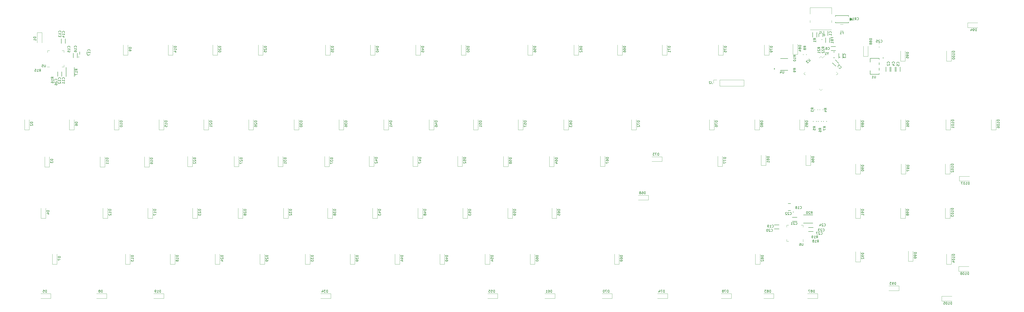
<source format=gbo>
%TF.GenerationSoftware,KiCad,Pcbnew,(5.1.7)-1*%
%TF.CreationDate,2021-06-04T23:16:26-04:00*%
%TF.ProjectId,694200101,36393432-3030-4313-9031-2e6b69636164,rev?*%
%TF.SameCoordinates,Original*%
%TF.FileFunction,Legend,Bot*%
%TF.FilePolarity,Positive*%
%FSLAX46Y46*%
G04 Gerber Fmt 4.6, Leading zero omitted, Abs format (unit mm)*
G04 Created by KiCad (PCBNEW (5.1.7)-1) date 2021-06-04 23:16:26*
%MOMM*%
%LPD*%
G01*
G04 APERTURE LIST*
%ADD10C,0.127000*%
%ADD11C,0.200000*%
%ADD12C,0.120000*%
%ADD13C,0.250000*%
%ADD14C,0.150000*%
%ADD15C,0.152400*%
%ADD16C,0.015000*%
%ADD17C,0.100000*%
G04 APERTURE END LIST*
D10*
%TO.C,U2*%
X355845400Y-8341600D02*
X355845400Y-9641600D01*
X354135400Y-8341600D02*
X354135400Y-9641600D01*
D11*
X355590400Y-10791600D02*
G75*
G03*
X355590400Y-10791600I-100000J0D01*
G01*
D12*
%TO.C,J1*%
X350424000Y2761000D02*
X359614000Y2761000D01*
X350544000Y-6649000D02*
X359494000Y-6649000D01*
X359614000Y31000D02*
X359614000Y2761000D01*
X350424000Y31000D02*
X350424000Y2761000D01*
X359614000Y-3569000D02*
X359614000Y-2669000D01*
X350424000Y-3569000D02*
X350424000Y-2669000D01*
D13*
%TO.C,U4*%
X335446000Y-23216000D02*
G75*
G03*
X335446000Y-23216000I-125000J0D01*
G01*
D14*
X337896000Y-18836000D02*
X341046000Y-18836000D01*
X337896000Y-23836000D02*
X341046000Y-23836000D01*
D12*
%TO.C,C25*%
X379991252Y-12473000D02*
X379468748Y-12473000D01*
X379991252Y-13943000D02*
X379468748Y-13943000D01*
%TO.C,U6*%
X347451999Y-90262400D02*
X347451999Y-89412400D01*
X347451999Y-89412400D02*
X346601999Y-89412400D01*
X340551999Y-90262400D02*
X340551999Y-89412400D01*
X340551999Y-89412400D02*
X341401999Y-89412400D01*
X340551999Y-95462400D02*
X340551999Y-96312400D01*
X340551999Y-96312400D02*
X341401999Y-96312400D01*
X347451999Y-95462400D02*
X347451999Y-96537400D01*
%TO.C,U5*%
X33334000Y-22373000D02*
X34184000Y-22373000D01*
X34184000Y-22373000D02*
X34184000Y-21523000D01*
X33334000Y-15473000D02*
X34184000Y-15473000D01*
X34184000Y-15473000D02*
X34184000Y-16323000D01*
X28134000Y-15473000D02*
X27284000Y-15473000D01*
X27284000Y-15473000D02*
X27284000Y-16323000D01*
X28134000Y-22373000D02*
X27059000Y-22373000D01*
%TO.C,D108*%
X413450000Y-107000000D02*
X417750000Y-107000000D01*
X413450000Y-109000000D02*
X413450000Y-107000000D01*
X417750000Y-109000000D02*
X413450000Y-109000000D01*
%TO.C,D107*%
X413700000Y-68750000D02*
X418000000Y-68750000D01*
X413700000Y-70750000D02*
X413700000Y-68750000D01*
X418000000Y-70750000D02*
X413700000Y-70750000D01*
%TO.C,D106*%
X427250000Y-49050000D02*
X427250000Y-44750000D01*
X429250000Y-49050000D02*
X427250000Y-49050000D01*
X429250000Y-44750000D02*
X429250000Y-49050000D01*
%TO.C,D105*%
X406250000Y-119600000D02*
X410550000Y-119600000D01*
X406250000Y-121600000D02*
X406250000Y-119600000D01*
X410550000Y-121600000D02*
X406250000Y-121600000D01*
%TO.C,D104*%
X408250000Y-106050000D02*
X408250000Y-101750000D01*
X410250000Y-106050000D02*
X408250000Y-106050000D01*
X410250000Y-101750000D02*
X410250000Y-106050000D01*
%TO.C,D103*%
X407750000Y-86550000D02*
X407750000Y-82250000D01*
X409750000Y-86550000D02*
X407750000Y-86550000D01*
X409750000Y-82250000D02*
X409750000Y-86550000D01*
%TO.C,D102*%
X407750000Y-67800000D02*
X407750000Y-63500000D01*
X409750000Y-67800000D02*
X407750000Y-67800000D01*
X409750000Y-63500000D02*
X409750000Y-67800000D01*
%TO.C,D101*%
X407962500Y-49050000D02*
X407962500Y-44750000D01*
X409962500Y-49050000D02*
X407962500Y-49050000D01*
X409962500Y-44750000D02*
X409962500Y-49050000D01*
%TO.C,D100*%
X408287500Y-19950000D02*
X408287500Y-15650000D01*
X410287500Y-19950000D02*
X408287500Y-19950000D01*
X410287500Y-15650000D02*
X410287500Y-19950000D01*
%TO.C,D99*%
X392065000Y-104785000D02*
X392065000Y-100485000D01*
X394065000Y-104785000D02*
X392065000Y-104785000D01*
X394065000Y-100485000D02*
X394065000Y-104785000D01*
%TO.C,D98*%
X388787500Y-86550000D02*
X388787500Y-82250000D01*
X390787500Y-86550000D02*
X388787500Y-86550000D01*
X390787500Y-82250000D02*
X390787500Y-86550000D01*
%TO.C,D97*%
X389000000Y-67800000D02*
X389000000Y-63500000D01*
X391000000Y-67800000D02*
X389000000Y-67800000D01*
X391000000Y-63500000D02*
X391000000Y-67800000D01*
%TO.C,D96*%
X388890000Y-49032000D02*
X388890000Y-44732000D01*
X390890000Y-49032000D02*
X388890000Y-49032000D01*
X390890000Y-44732000D02*
X390890000Y-49032000D01*
%TO.C,D95*%
X388750000Y-19950000D02*
X388750000Y-15650000D01*
X390750000Y-19950000D02*
X388750000Y-19950000D01*
X390750000Y-15650000D02*
X390750000Y-19950000D01*
%TO.C,D94*%
X417200000Y-3699000D02*
X421500000Y-3699000D01*
X417200000Y-5699000D02*
X417200000Y-3699000D01*
X421500000Y-5699000D02*
X417200000Y-5699000D01*
%TO.C,D93*%
X388122000Y-117205000D02*
X383822000Y-117205000D01*
X388122000Y-115205000D02*
X388122000Y-117205000D01*
X383822000Y-115205000D02*
X388122000Y-115205000D01*
%TO.C,D92*%
X369750000Y-105039000D02*
X369750000Y-100739000D01*
X371750000Y-105039000D02*
X369750000Y-105039000D01*
X371750000Y-100739000D02*
X371750000Y-105039000D01*
%TO.C,D91*%
X369750000Y-86550000D02*
X369750000Y-82250000D01*
X371750000Y-86550000D02*
X369750000Y-86550000D01*
X371750000Y-82250000D02*
X371750000Y-86550000D01*
%TO.C,D90*%
X369750000Y-67800000D02*
X369750000Y-63500000D01*
X371750000Y-67800000D02*
X369750000Y-67800000D01*
X371750000Y-63500000D02*
X371750000Y-67800000D01*
%TO.C,D89*%
X369750000Y-49050000D02*
X369750000Y-44750000D01*
X371750000Y-49050000D02*
X369750000Y-49050000D01*
X371750000Y-44750000D02*
X371750000Y-49050000D01*
%TO.C,D88*%
X373015000Y-17917000D02*
X373015000Y-13617000D01*
X375015000Y-17917000D02*
X373015000Y-17917000D01*
X375015000Y-13617000D02*
X375015000Y-17917000D01*
%TO.C,D87*%
X353650001Y-120500000D02*
X349350001Y-120500000D01*
X353650001Y-118500000D02*
X353650001Y-120500000D01*
X349350001Y-118500000D02*
X353650001Y-118500000D01*
%TO.C,D86*%
X348660500Y-64145000D02*
X348660500Y-59845000D01*
X350660500Y-64145000D02*
X348660500Y-64145000D01*
X350660500Y-59845000D02*
X350660500Y-64145000D01*
%TO.C,D85*%
X346037500Y-49050000D02*
X346037500Y-44750000D01*
X348037500Y-49050000D02*
X346037500Y-49050000D01*
X348037500Y-44750000D02*
X348037500Y-49050000D01*
%TO.C,D84*%
X343170000Y-17028000D02*
X343170000Y-12728000D01*
X345170000Y-17028000D02*
X343170000Y-17028000D01*
X345170000Y-12728000D02*
X345170000Y-17028000D01*
%TO.C,D83*%
X335050000Y-120500000D02*
X330750000Y-120500000D01*
X335050000Y-118500000D02*
X335050000Y-120500000D01*
X330750000Y-118500000D02*
X335050000Y-118500000D01*
%TO.C,D82*%
X327250000Y-106050000D02*
X327250000Y-101750000D01*
X329250000Y-106050000D02*
X327250000Y-106050000D01*
X329250000Y-101750000D02*
X329250000Y-106050000D01*
%TO.C,D81*%
X329708000Y-64145000D02*
X329708000Y-59845000D01*
X331708000Y-64145000D02*
X329708000Y-64145000D01*
X331708000Y-59845000D02*
X331708000Y-64145000D01*
%TO.C,D80*%
X327000000Y-49050000D02*
X327000000Y-44750000D01*
X329000000Y-49050000D02*
X327000000Y-49050000D01*
X329000000Y-44750000D02*
X329000000Y-49050000D01*
%TO.C,D79*%
X331060000Y-17410000D02*
X331060000Y-13110000D01*
X333060000Y-17410000D02*
X331060000Y-17410000D01*
X333060000Y-13110000D02*
X333060000Y-17410000D01*
%TO.C,D78*%
X317050000Y-120500000D02*
X312750000Y-120500000D01*
X317050000Y-118500000D02*
X317050000Y-120500000D01*
X312750000Y-118500000D02*
X317050000Y-118500000D01*
%TO.C,D77*%
X311293000Y-64526000D02*
X311293000Y-60226000D01*
X313293000Y-64526000D02*
X311293000Y-64526000D01*
X313293000Y-60226000D02*
X313293000Y-64526000D01*
%TO.C,D76*%
X307750000Y-49050000D02*
X307750000Y-44750000D01*
X309750000Y-49050000D02*
X307750000Y-49050000D01*
X309750000Y-44750000D02*
X309750000Y-49050000D01*
%TO.C,D75*%
X311560000Y-17410000D02*
X311560000Y-13110000D01*
X313560000Y-17410000D02*
X311560000Y-17410000D01*
X313560000Y-13110000D02*
X313560000Y-17410000D01*
%TO.C,D74*%
X290050000Y-120500000D02*
X285750000Y-120500000D01*
X290050000Y-118500000D02*
X290050000Y-120500000D01*
X285750000Y-118500000D02*
X290050000Y-118500000D01*
%TO.C,D73*%
X287665000Y-62468000D02*
X283365000Y-62468000D01*
X287665000Y-60468000D02*
X287665000Y-62468000D01*
X283365000Y-60468000D02*
X287665000Y-60468000D01*
%TO.C,D72*%
X274750000Y-49050000D02*
X274750000Y-44750000D01*
X276750000Y-49050000D02*
X274750000Y-49050000D01*
X276750000Y-44750000D02*
X276750000Y-49050000D01*
%TO.C,D71*%
X287810000Y-17410000D02*
X287810000Y-13110000D01*
X289810000Y-17410000D02*
X287810000Y-17410000D01*
X289810000Y-13110000D02*
X289810000Y-17410000D01*
%TO.C,D70*%
X266550000Y-120500000D02*
X262250000Y-120500000D01*
X266550000Y-118500000D02*
X266550000Y-120500000D01*
X262250000Y-118500000D02*
X266550000Y-118500000D01*
%TO.C,D69*%
X267500000Y-106050000D02*
X267500000Y-101750000D01*
X269500000Y-106050000D02*
X267500000Y-106050000D01*
X269500000Y-101750000D02*
X269500000Y-106050000D01*
%TO.C,D68*%
X281950000Y-78800000D02*
X277650000Y-78800000D01*
X281950000Y-76800000D02*
X281950000Y-78800000D01*
X277650000Y-76800000D02*
X281950000Y-76800000D01*
%TO.C,D67*%
X261509000Y-64526000D02*
X261509000Y-60226000D01*
X263509000Y-64526000D02*
X261509000Y-64526000D01*
X263509000Y-60226000D02*
X263509000Y-64526000D01*
%TO.C,D66*%
X268810000Y-17410000D02*
X268810000Y-13110000D01*
X270810000Y-17410000D02*
X268810000Y-17410000D01*
X270810000Y-13110000D02*
X270810000Y-17410000D01*
%TO.C,D65*%
X241000000Y-86550000D02*
X241000000Y-82250000D01*
X243000000Y-86550000D02*
X241000000Y-86550000D01*
X243000000Y-82250000D02*
X243000000Y-86550000D01*
%TO.C,D64*%
X239919000Y-64653000D02*
X239919000Y-60353000D01*
X241919000Y-64653000D02*
X239919000Y-64653000D01*
X241919000Y-60353000D02*
X241919000Y-64653000D01*
%TO.C,D63*%
X246037500Y-49050000D02*
X246037500Y-44750000D01*
X248037500Y-49050000D02*
X246037500Y-49050000D01*
X248037500Y-44750000D02*
X248037500Y-49050000D01*
%TO.C,D62*%
X250333000Y-17409000D02*
X250333000Y-13109000D01*
X252333000Y-17409000D02*
X250333000Y-17409000D01*
X252333000Y-13109000D02*
X252333000Y-17409000D01*
%TO.C,D61*%
X242300000Y-120500000D02*
X238000000Y-120500000D01*
X242300000Y-118500000D02*
X242300000Y-120500000D01*
X238000000Y-118500000D02*
X242300000Y-118500000D01*
%TO.C,D60*%
X231787500Y-106050000D02*
X231787500Y-101750000D01*
X233787500Y-106050000D02*
X231787500Y-106050000D01*
X233787500Y-101750000D02*
X233787500Y-106050000D01*
%TO.C,D59*%
X222287500Y-86550000D02*
X222287500Y-82250000D01*
X224287500Y-86550000D02*
X222287500Y-86550000D01*
X224287500Y-82250000D02*
X224287500Y-86550000D01*
%TO.C,D58*%
X220488000Y-64653000D02*
X220488000Y-60353000D01*
X222488000Y-64653000D02*
X220488000Y-64653000D01*
X222488000Y-60353000D02*
X222488000Y-64653000D01*
%TO.C,D57*%
X226750000Y-49050000D02*
X226750000Y-44750000D01*
X228750000Y-49050000D02*
X226750000Y-49050000D01*
X228750000Y-44750000D02*
X228750000Y-49050000D01*
%TO.C,D56*%
X230810000Y-17410000D02*
X230810000Y-13110000D01*
X232810000Y-17410000D02*
X230810000Y-17410000D01*
X232810000Y-13110000D02*
X232810000Y-17410000D01*
%TO.C,D55*%
X218050000Y-120500000D02*
X213750000Y-120500000D01*
X218050000Y-118500000D02*
X218050000Y-120500000D01*
X213750000Y-118500000D02*
X218050000Y-118500000D01*
%TO.C,D54*%
X212712500Y-106050000D02*
X212712500Y-101750000D01*
X214712500Y-106050000D02*
X212712500Y-106050000D01*
X214712500Y-101750000D02*
X214712500Y-106050000D01*
%TO.C,D53*%
X203250000Y-86550000D02*
X203250000Y-82250000D01*
X205250000Y-86550000D02*
X203250000Y-86550000D01*
X205250000Y-82250000D02*
X205250000Y-86550000D01*
%TO.C,D52*%
X201057000Y-64526000D02*
X201057000Y-60226000D01*
X203057000Y-64526000D02*
X201057000Y-64526000D01*
X203057000Y-60226000D02*
X203057000Y-64526000D01*
%TO.C,D51*%
X207750000Y-49050000D02*
X207750000Y-44750000D01*
X209750000Y-49050000D02*
X207750000Y-49050000D01*
X209750000Y-44750000D02*
X209750000Y-49050000D01*
%TO.C,D50*%
X202560000Y-17410000D02*
X202560000Y-13110000D01*
X204560000Y-17410000D02*
X202560000Y-17410000D01*
X204560000Y-13110000D02*
X204560000Y-17410000D01*
%TO.C,D49*%
X193500000Y-106050000D02*
X193500000Y-101750000D01*
X195500000Y-106050000D02*
X193500000Y-106050000D01*
X195500000Y-101750000D02*
X195500000Y-106050000D01*
%TO.C,D48*%
X184250000Y-86550000D02*
X184250000Y-82250000D01*
X186250000Y-86550000D02*
X184250000Y-86550000D01*
X186250000Y-82250000D02*
X186250000Y-86550000D01*
%TO.C,D47*%
X182134000Y-64526000D02*
X182134000Y-60226000D01*
X184134000Y-64526000D02*
X182134000Y-64526000D01*
X184134000Y-60226000D02*
X184134000Y-64526000D01*
%TO.C,D46*%
X189000000Y-49050000D02*
X189000000Y-44750000D01*
X191000000Y-49050000D02*
X189000000Y-49050000D01*
X191000000Y-44750000D02*
X191000000Y-49050000D01*
%TO.C,D45*%
X183310000Y-17410000D02*
X183310000Y-13110000D01*
X185310000Y-17410000D02*
X183310000Y-17410000D01*
X185310000Y-13110000D02*
X185310000Y-17410000D01*
%TO.C,D44*%
X174500000Y-106050000D02*
X174500000Y-101750000D01*
X176500000Y-106050000D02*
X174500000Y-106050000D01*
X176500000Y-101750000D02*
X176500000Y-106050000D01*
%TO.C,D43*%
X165000000Y-86550000D02*
X165000000Y-82250000D01*
X167000000Y-86550000D02*
X165000000Y-86550000D01*
X167000000Y-82250000D02*
X167000000Y-86550000D01*
%TO.C,D42*%
X163592000Y-64526000D02*
X163592000Y-60226000D01*
X165592000Y-64526000D02*
X163592000Y-64526000D01*
X165592000Y-60226000D02*
X165592000Y-64526000D01*
%TO.C,D41*%
X169750000Y-49050000D02*
X169750000Y-44750000D01*
X171750000Y-49050000D02*
X169750000Y-49050000D01*
X171750000Y-44750000D02*
X171750000Y-49050000D01*
%TO.C,D40*%
X164060000Y-17410000D02*
X164060000Y-13110000D01*
X166060000Y-17410000D02*
X164060000Y-17410000D01*
X166060000Y-13110000D02*
X166060000Y-17410000D01*
%TO.C,D39*%
X155500000Y-106050000D02*
X155500000Y-101750000D01*
X157500000Y-106050000D02*
X155500000Y-106050000D01*
X157500000Y-101750000D02*
X157500000Y-106050000D01*
%TO.C,D38*%
X146000000Y-86550000D02*
X146000000Y-82250000D01*
X148000000Y-86550000D02*
X146000000Y-86550000D01*
X148000000Y-82250000D02*
X148000000Y-86550000D01*
%TO.C,D37*%
X144669000Y-64653000D02*
X144669000Y-60353000D01*
X146669000Y-64653000D02*
X144669000Y-64653000D01*
X146669000Y-60353000D02*
X146669000Y-64653000D01*
%TO.C,D36*%
X150750000Y-49050000D02*
X150750000Y-44750000D01*
X152750000Y-49050000D02*
X150750000Y-49050000D01*
X152750000Y-44750000D02*
X152750000Y-49050000D01*
%TO.C,D35*%
X145060000Y-17410000D02*
X145060000Y-13110000D01*
X147060000Y-17410000D02*
X145060000Y-17410000D01*
X147060000Y-13110000D02*
X147060000Y-17410000D01*
%TO.C,D34*%
X147300000Y-120500000D02*
X143000000Y-120500000D01*
X147300000Y-118500000D02*
X147300000Y-120500000D01*
X143000000Y-118500000D02*
X147300000Y-118500000D01*
%TO.C,D33*%
X136500000Y-106050000D02*
X136500000Y-101750000D01*
X138500000Y-106050000D02*
X136500000Y-106050000D01*
X138500000Y-101750000D02*
X138500000Y-106050000D01*
%TO.C,D32*%
X127250000Y-86550000D02*
X127250000Y-82250000D01*
X129250000Y-86550000D02*
X127250000Y-86550000D01*
X129250000Y-82250000D02*
X129250000Y-86550000D01*
%TO.C,D31*%
X124984000Y-64653000D02*
X124984000Y-60353000D01*
X126984000Y-64653000D02*
X124984000Y-64653000D01*
X126984000Y-60353000D02*
X126984000Y-64653000D01*
%TO.C,D30*%
X131750000Y-49050000D02*
X131750000Y-44750000D01*
X133750000Y-49050000D02*
X131750000Y-49050000D01*
X133750000Y-44750000D02*
X133750000Y-49050000D01*
%TO.C,D29*%
X117250000Y-106050000D02*
X117250000Y-101750000D01*
X119250000Y-106050000D02*
X117250000Y-106050000D01*
X119250000Y-101750000D02*
X119250000Y-106050000D01*
%TO.C,D28*%
X108000000Y-86550000D02*
X108000000Y-82250000D01*
X110000000Y-86550000D02*
X108000000Y-86550000D01*
X110000000Y-82250000D02*
X110000000Y-86550000D01*
%TO.C,D27*%
X106315000Y-64653000D02*
X106315000Y-60353000D01*
X108315000Y-64653000D02*
X106315000Y-64653000D01*
X108315000Y-60353000D02*
X108315000Y-64653000D01*
%TO.C,D26*%
X112500000Y-49050000D02*
X112500000Y-44750000D01*
X114500000Y-49050000D02*
X112500000Y-49050000D01*
X114500000Y-44750000D02*
X114500000Y-49050000D01*
%TO.C,D25*%
X116560000Y-17410000D02*
X116560000Y-13110000D01*
X118560000Y-17410000D02*
X116560000Y-17410000D01*
X118560000Y-13110000D02*
X118560000Y-17410000D01*
%TO.C,D24*%
X98250000Y-106050000D02*
X98250000Y-101750000D01*
X100250000Y-106050000D02*
X98250000Y-106050000D01*
X100250000Y-101750000D02*
X100250000Y-106050000D01*
%TO.C,D23*%
X88750000Y-86550000D02*
X88750000Y-82250000D01*
X90750000Y-86550000D02*
X88750000Y-86550000D01*
X90750000Y-82250000D02*
X90750000Y-86550000D01*
%TO.C,D22*%
X86630000Y-64653000D02*
X86630000Y-60353000D01*
X88630000Y-64653000D02*
X86630000Y-64653000D01*
X88630000Y-60353000D02*
X88630000Y-64653000D01*
%TO.C,D21*%
X93500000Y-49050000D02*
X93500000Y-44750000D01*
X95500000Y-49050000D02*
X93500000Y-49050000D01*
X95500000Y-44750000D02*
X95500000Y-49050000D01*
%TO.C,D20*%
X97310000Y-17410000D02*
X97310000Y-13110000D01*
X99310000Y-17410000D02*
X97310000Y-17410000D01*
X99310000Y-13110000D02*
X99310000Y-17410000D01*
%TO.C,D19*%
X76550000Y-120500000D02*
X72250000Y-120500000D01*
X76550000Y-118500000D02*
X76550000Y-120500000D01*
X72250000Y-118500000D02*
X76550000Y-118500000D01*
%TO.C,D18*%
X79250000Y-106050000D02*
X79250000Y-101750000D01*
X81250000Y-106050000D02*
X79250000Y-106050000D01*
X81250000Y-101750000D02*
X81250000Y-106050000D01*
%TO.C,D17*%
X69750000Y-86550000D02*
X69750000Y-82250000D01*
X71750000Y-86550000D02*
X69750000Y-86550000D01*
X71750000Y-82250000D02*
X71750000Y-86550000D01*
%TO.C,D16*%
X68342000Y-64780000D02*
X68342000Y-60480000D01*
X70342000Y-64780000D02*
X68342000Y-64780000D01*
X70342000Y-60480000D02*
X70342000Y-64780000D01*
%TO.C,D15*%
X74500000Y-49050000D02*
X74500000Y-44750000D01*
X76500000Y-49050000D02*
X74500000Y-49050000D01*
X76500000Y-44750000D02*
X76500000Y-49050000D01*
%TO.C,D14*%
X78375000Y-17410000D02*
X78375000Y-13110000D01*
X80375000Y-17410000D02*
X78375000Y-17410000D01*
X80375000Y-13110000D02*
X80375000Y-17410000D01*
%TO.C,D13*%
X60250000Y-106050000D02*
X60250000Y-101750000D01*
X62250000Y-106050000D02*
X60250000Y-106050000D01*
X62250000Y-101750000D02*
X62250000Y-106050000D01*
%TO.C,D12*%
X50750000Y-86550000D02*
X50750000Y-82250000D01*
X52750000Y-86550000D02*
X50750000Y-86550000D01*
X52750000Y-82250000D02*
X52750000Y-86550000D01*
%TO.C,D11*%
X49546000Y-64780000D02*
X49546000Y-60480000D01*
X51546000Y-64780000D02*
X49546000Y-64780000D01*
X51546000Y-60480000D02*
X51546000Y-64780000D01*
%TO.C,D10*%
X55500000Y-49050000D02*
X55500000Y-44750000D01*
X57500000Y-49050000D02*
X55500000Y-49050000D01*
X57500000Y-44750000D02*
X57500000Y-49050000D01*
%TO.C,D9*%
X59310000Y-17410000D02*
X59310000Y-13110000D01*
X61310000Y-17410000D02*
X59310000Y-17410000D01*
X61310000Y-13110000D02*
X61310000Y-17410000D01*
%TO.C,D8*%
X52300000Y-120500000D02*
X48000000Y-120500000D01*
X52300000Y-118500000D02*
X52300000Y-120500000D01*
X48000000Y-118500000D02*
X52300000Y-118500000D01*
%TO.C,D7*%
X29250000Y-106050000D02*
X29250000Y-101750000D01*
X31250000Y-106050000D02*
X29250000Y-106050000D01*
X31250000Y-101750000D02*
X31250000Y-106050000D01*
%TO.C,D6*%
X36500000Y-49050000D02*
X36500000Y-44750000D01*
X38500000Y-49050000D02*
X36500000Y-49050000D01*
X38500000Y-44750000D02*
X38500000Y-49050000D01*
%TO.C,D5*%
X28650001Y-120500000D02*
X24350001Y-120500000D01*
X28650001Y-118500000D02*
X28650001Y-120500000D01*
X24350001Y-118500000D02*
X28650001Y-118500000D01*
%TO.C,D4*%
X24500000Y-86550000D02*
X24500000Y-82250000D01*
X26500000Y-86550000D02*
X24500000Y-86550000D01*
X26500000Y-82250000D02*
X26500000Y-86550000D01*
%TO.C,D3*%
X26051000Y-64780000D02*
X26051000Y-60480000D01*
X28051000Y-64780000D02*
X26051000Y-64780000D01*
X28051000Y-60480000D02*
X28051000Y-64780000D01*
%TO.C,D2*%
X17500000Y-49050000D02*
X17500000Y-44750000D01*
X19500000Y-49050000D02*
X17500000Y-49050000D01*
X19500000Y-44750000D02*
X19500000Y-49050000D01*
%TO.C,D1*%
X24876000Y-7864000D02*
X24876000Y-12164000D01*
X22876000Y-7864000D02*
X24876000Y-7864000D01*
X22876000Y-12164000D02*
X22876000Y-7864000D01*
%TO.C,F1*%
X363252936Y-7075000D02*
X364457064Y-7075000D01*
X363252936Y-4355000D02*
X364457064Y-4355000D01*
%TO.C,J2*%
X322386000Y-27880000D02*
X322386000Y-30540000D01*
X312166000Y-27880000D02*
X322386000Y-27880000D01*
X312166000Y-30540000D02*
X322386000Y-30540000D01*
X312166000Y-27880000D02*
X312166000Y-30540000D01*
X310896000Y-27880000D02*
X309566000Y-27880000D01*
X309566000Y-27880000D02*
X309566000Y-29210000D01*
%TO.C,U3*%
X355636751Y-31700880D02*
X354965000Y-32372631D01*
X354965000Y-32372631D02*
X354293249Y-31700880D01*
X361519880Y-25817751D02*
X362191631Y-25146000D01*
X362191631Y-25146000D02*
X361519880Y-24474249D01*
X348410120Y-24474249D02*
X347738369Y-25146000D01*
X347738369Y-25146000D02*
X348410120Y-25817751D01*
X354293249Y-18591120D02*
X354965000Y-17919369D01*
X354965000Y-17919369D02*
X355636751Y-18591120D01*
X355636751Y-18591120D02*
X356584275Y-17643597D01*
D14*
%TO.C,FB1*%
X357011000Y-12031915D02*
X357011000Y-10066085D01*
X358761000Y-12031915D02*
X358761000Y-10066085D01*
D15*
%TO.C,CR1*%
X367131600Y-2159000D02*
X368401600Y-2159000D01*
X368147600Y-1524000D02*
X368147600Y-2794000D01*
X368147600Y-2159000D02*
X367385600Y-1524000D01*
X368147600Y-2159000D02*
X367385600Y-1651000D01*
X368147600Y-2159000D02*
X367385600Y-1778000D01*
X368147600Y-2159000D02*
X367385600Y-1905000D01*
X368147600Y-2159000D02*
X367385600Y-2032000D01*
X368147600Y-2159000D02*
X367385600Y-2794000D01*
X368147600Y-2159000D02*
X367385600Y-2667000D01*
X368147600Y-2159000D02*
X367385600Y-2540000D01*
X368147600Y-2159000D02*
X367385600Y-2413000D01*
X368147600Y-2159000D02*
X367385600Y-2286000D01*
X367385600Y-1524000D02*
X367385600Y-2794000D01*
X366750600Y-3683000D02*
X361213400Y-3683000D01*
X361213400Y-3683000D02*
X361213400Y-3317240D01*
X361213400Y-635000D02*
X366750600Y-635000D01*
X366750600Y-635000D02*
X366750600Y-1000760D01*
X366750600Y-3317240D02*
X366750600Y-3683000D01*
X361213400Y-1000760D02*
X361213400Y-635000D01*
D14*
%TO.C,C6*%
X359292934Y-15455000D02*
X361305066Y-15455000D01*
X359292934Y-13755000D02*
X361305066Y-13755000D01*
%TO.C,C3*%
X364324000Y-18659066D02*
X364324000Y-16646934D01*
X362624000Y-18659066D02*
X362624000Y-16646934D01*
%TO.C,C2*%
X382613800Y-24374066D02*
X382613800Y-22361934D01*
X384313800Y-24374066D02*
X384313800Y-22361934D01*
%TO.C,C5*%
X388606400Y-24374065D02*
X388606400Y-22361933D01*
X386906400Y-24374065D02*
X386906400Y-22361933D01*
%TO.C,C1*%
X356274000Y-7121934D02*
X356274000Y-9134066D01*
X357974000Y-7121934D02*
X357974000Y-9134066D01*
%TO.C,C23*%
X349767934Y-92163000D02*
X351780066Y-92163000D01*
X349767934Y-90463000D02*
X351780066Y-90463000D01*
%TO.C,C21*%
X342909934Y-87845000D02*
X344922066Y-87845000D01*
X342909934Y-86145000D02*
X344922066Y-86145000D01*
%TO.C,C12*%
X31535000Y-24393934D02*
X31535000Y-26406066D01*
X33235000Y-24393934D02*
X33235000Y-26406066D01*
%TO.C,C19*%
X337302066Y-89320000D02*
X335289934Y-89320000D01*
X337302066Y-91020000D02*
X335289934Y-91020000D01*
%TO.C,C16*%
X39839000Y-18532066D02*
X39839000Y-16519934D01*
X38139000Y-18532066D02*
X38139000Y-16519934D01*
%TO.C,C14*%
X34759000Y-12436066D02*
X34759000Y-10423934D01*
X33059000Y-12436066D02*
X33059000Y-10423934D01*
%TO.C,C7*%
X359940211Y-20655293D02*
X361363003Y-22078085D01*
X361142293Y-19453211D02*
X362565085Y-20876003D01*
%TO.C,C4*%
X386460100Y-24374066D02*
X386460100Y-22361934D01*
X384760100Y-24374066D02*
X384760100Y-22361934D01*
D10*
%TO.C,R8*%
X348914000Y-17265000D02*
X348914000Y-17025000D01*
X347554000Y-17265000D02*
X347554000Y-17025000D01*
%TO.C,R7*%
X357423000Y-45586000D02*
X357423000Y-45346000D01*
X356063000Y-45586000D02*
X356063000Y-45346000D01*
%TO.C,R6*%
X355264000Y-45586000D02*
X355264000Y-45346000D01*
X353904000Y-45586000D02*
X353904000Y-45346000D01*
%TO.C,R5*%
X353105000Y-45586000D02*
X353105000Y-45346000D01*
X351745000Y-45586000D02*
X351745000Y-45346000D01*
%TO.C,R4*%
X355899000Y-40633000D02*
X355899000Y-40393000D01*
X354539000Y-40633000D02*
X354539000Y-40393000D01*
%TO.C,R3*%
X353740000Y-40633000D02*
X353740000Y-40393000D01*
X352380000Y-40633000D02*
X352380000Y-40393000D01*
D11*
%TO.C,Y1*%
X363103000Y-18272000D02*
G75*
G03*
X363103000Y-18272000I-100000J0D01*
G01*
D10*
X360803000Y-16022000D02*
X360303000Y-16022000D01*
X360303000Y-18522000D02*
X360803000Y-18522000D01*
%TO.C,C18*%
X342180000Y-83288000D02*
X341080000Y-83288000D01*
X342180000Y-80288000D02*
X341080000Y-80288000D01*
%TO.C,C17*%
X40918000Y-17060000D02*
X40918000Y-15960000D01*
X43918000Y-17060000D02*
X43918000Y-15960000D01*
D14*
%TO.C,R1*%
X353300000Y-7780085D02*
X353300000Y-9745915D01*
X351550000Y-7780085D02*
X351550000Y-9745915D01*
D10*
%TO.C,R20*%
X347671000Y-88598000D02*
X351591000Y-88598000D01*
X347671000Y-85138000D02*
X351591000Y-85138000D01*
%TO.C,R17*%
X35100000Y-22551000D02*
X35100000Y-26471000D01*
X38560000Y-22551000D02*
X38560000Y-26471000D01*
D15*
%TO.C,U1*%
X379752400Y-18746800D02*
X379752400Y-19195457D01*
X379752400Y-25550800D02*
X375948400Y-25550800D01*
X375948400Y-25550800D02*
X375948400Y-23952143D01*
X375948400Y-18746800D02*
X379752400Y-18746800D01*
X379752400Y-20502143D02*
X379752400Y-21495457D01*
X379752400Y-22802143D02*
X379752400Y-23795457D01*
X379752400Y-25102144D02*
X379752400Y-25550800D01*
X375948400Y-20345457D02*
X375948400Y-18746800D01*
X381533400Y-18592800D02*
G75*
G03*
X381533400Y-18592800I-127000J0D01*
G01*
%TO.C,U2*%
D16*
X356232529Y-8501807D02*
X356621160Y-8501807D01*
X356666881Y-8524667D01*
X356689742Y-8547528D01*
X356712602Y-8593249D01*
X356712602Y-8684692D01*
X356689742Y-8730413D01*
X356666881Y-8753273D01*
X356621160Y-8776134D01*
X356232529Y-8776134D01*
X356278251Y-8981880D02*
X356255390Y-9004740D01*
X356232529Y-9050461D01*
X356232529Y-9164765D01*
X356255390Y-9210486D01*
X356278251Y-9233346D01*
X356323972Y-9256207D01*
X356369693Y-9256207D01*
X356438275Y-9233346D01*
X356712602Y-8959019D01*
X356712602Y-9256207D01*
%TO.C,J1*%
D14*
X355352333Y-7221380D02*
X355352333Y-7935666D01*
X355399952Y-8078523D01*
X355495190Y-8173761D01*
X355638047Y-8221380D01*
X355733285Y-8221380D01*
X354352333Y-8221380D02*
X354923761Y-8221380D01*
X354638047Y-8221380D02*
X354638047Y-7221380D01*
X354733285Y-7364238D01*
X354828523Y-7459476D01*
X354923761Y-7507095D01*
%TO.C,U4*%
X339330404Y-24088380D02*
X339330404Y-24897904D01*
X339282785Y-24993142D01*
X339235166Y-25040761D01*
X339139928Y-25088380D01*
X338949452Y-25088380D01*
X338854214Y-25040761D01*
X338806595Y-24993142D01*
X338758976Y-24897904D01*
X338758976Y-24088380D01*
X337854214Y-24421714D02*
X337854214Y-25088380D01*
X338092309Y-24040761D02*
X338330404Y-24755047D01*
X337711357Y-24755047D01*
%TO.C,C27*%
X354972857Y-93321142D02*
X355020476Y-93368761D01*
X355163333Y-93416380D01*
X355258571Y-93416380D01*
X355401428Y-93368761D01*
X355496666Y-93273523D01*
X355544285Y-93178285D01*
X355591904Y-92987809D01*
X355591904Y-92844952D01*
X355544285Y-92654476D01*
X355496666Y-92559238D01*
X355401428Y-92464000D01*
X355258571Y-92416380D01*
X355163333Y-92416380D01*
X355020476Y-92464000D01*
X354972857Y-92511619D01*
X354591904Y-92511619D02*
X354544285Y-92464000D01*
X354449047Y-92416380D01*
X354210952Y-92416380D01*
X354115714Y-92464000D01*
X354068095Y-92511619D01*
X354020476Y-92606857D01*
X354020476Y-92702095D01*
X354068095Y-92844952D01*
X354639523Y-93416380D01*
X354020476Y-93416380D01*
X353687142Y-92416380D02*
X353020476Y-92416380D01*
X353449047Y-93416380D01*
%TO.C,C26*%
X31218142Y-28186142D02*
X31265761Y-28138523D01*
X31313380Y-27995666D01*
X31313380Y-27900428D01*
X31265761Y-27757571D01*
X31170523Y-27662333D01*
X31075285Y-27614714D01*
X30884809Y-27567095D01*
X30741952Y-27567095D01*
X30551476Y-27614714D01*
X30456238Y-27662333D01*
X30361000Y-27757571D01*
X30313380Y-27900428D01*
X30313380Y-27995666D01*
X30361000Y-28138523D01*
X30408619Y-28186142D01*
X30408619Y-28567095D02*
X30361000Y-28614714D01*
X30313380Y-28709952D01*
X30313380Y-28948047D01*
X30361000Y-29043285D01*
X30408619Y-29090904D01*
X30503857Y-29138523D01*
X30599095Y-29138523D01*
X30741952Y-29090904D01*
X31313380Y-28519476D01*
X31313380Y-29138523D01*
X30313380Y-29995666D02*
X30313380Y-29805190D01*
X30361000Y-29709952D01*
X30408619Y-29662333D01*
X30551476Y-29567095D01*
X30741952Y-29519476D01*
X31122904Y-29519476D01*
X31218142Y-29567095D01*
X31265761Y-29614714D01*
X31313380Y-29709952D01*
X31313380Y-29900428D01*
X31265761Y-29995666D01*
X31218142Y-30043285D01*
X31122904Y-30090904D01*
X30884809Y-30090904D01*
X30789571Y-30043285D01*
X30741952Y-29995666D01*
X30694333Y-29900428D01*
X30694333Y-29709952D01*
X30741952Y-29614714D01*
X30789571Y-29567095D01*
X30884809Y-29519476D01*
%TO.C,R22*%
X356420680Y-14520942D02*
X355944490Y-14187609D01*
X356420680Y-13949514D02*
X355420680Y-13949514D01*
X355420680Y-14330466D01*
X355468300Y-14425704D01*
X355515919Y-14473323D01*
X355611157Y-14520942D01*
X355754014Y-14520942D01*
X355849252Y-14473323D01*
X355896871Y-14425704D01*
X355944490Y-14330466D01*
X355944490Y-13949514D01*
X355515919Y-14901895D02*
X355468300Y-14949514D01*
X355420680Y-15044752D01*
X355420680Y-15282847D01*
X355468300Y-15378085D01*
X355515919Y-15425704D01*
X355611157Y-15473323D01*
X355706395Y-15473323D01*
X355849252Y-15425704D01*
X356420680Y-14854276D01*
X356420680Y-15473323D01*
X355515919Y-15854276D02*
X355468300Y-15901895D01*
X355420680Y-15997133D01*
X355420680Y-16235228D01*
X355468300Y-16330466D01*
X355515919Y-16378085D01*
X355611157Y-16425704D01*
X355706395Y-16425704D01*
X355849252Y-16378085D01*
X356420680Y-15806657D01*
X356420680Y-16425704D01*
%TO.C,R21*%
X354642680Y-14622542D02*
X354166490Y-14289209D01*
X354642680Y-14051114D02*
X353642680Y-14051114D01*
X353642680Y-14432066D01*
X353690300Y-14527304D01*
X353737919Y-14574923D01*
X353833157Y-14622542D01*
X353976014Y-14622542D01*
X354071252Y-14574923D01*
X354118871Y-14527304D01*
X354166490Y-14432066D01*
X354166490Y-14051114D01*
X353737919Y-15003495D02*
X353690300Y-15051114D01*
X353642680Y-15146352D01*
X353642680Y-15384447D01*
X353690300Y-15479685D01*
X353737919Y-15527304D01*
X353833157Y-15574923D01*
X353928395Y-15574923D01*
X354071252Y-15527304D01*
X354642680Y-14955876D01*
X354642680Y-15574923D01*
X354642680Y-16527304D02*
X354642680Y-15955876D01*
X354642680Y-16241590D02*
X353642680Y-16241590D01*
X353785538Y-16146352D01*
X353880776Y-16051114D01*
X353928395Y-15955876D01*
%TO.C,C25*%
X380372857Y-11885142D02*
X380420476Y-11932761D01*
X380563333Y-11980380D01*
X380658571Y-11980380D01*
X380801428Y-11932761D01*
X380896666Y-11837523D01*
X380944285Y-11742285D01*
X380991904Y-11551809D01*
X380991904Y-11408952D01*
X380944285Y-11218476D01*
X380896666Y-11123238D01*
X380801428Y-11028000D01*
X380658571Y-10980380D01*
X380563333Y-10980380D01*
X380420476Y-11028000D01*
X380372857Y-11075619D01*
X379991904Y-11075619D02*
X379944285Y-11028000D01*
X379849047Y-10980380D01*
X379610952Y-10980380D01*
X379515714Y-11028000D01*
X379468095Y-11075619D01*
X379420476Y-11170857D01*
X379420476Y-11266095D01*
X379468095Y-11408952D01*
X380039523Y-11980380D01*
X379420476Y-11980380D01*
X378515714Y-10980380D02*
X378991904Y-10980380D01*
X379039523Y-11456571D01*
X378991904Y-11408952D01*
X378896666Y-11361333D01*
X378658571Y-11361333D01*
X378563333Y-11408952D01*
X378515714Y-11456571D01*
X378468095Y-11551809D01*
X378468095Y-11789904D01*
X378515714Y-11885142D01*
X378563333Y-11932761D01*
X378658571Y-11980380D01*
X378896666Y-11980380D01*
X378991904Y-11932761D01*
X379039523Y-11885142D01*
%TO.C,U6*%
X347471904Y-97115380D02*
X347471904Y-97924904D01*
X347424285Y-98020142D01*
X347376666Y-98067761D01*
X347281428Y-98115380D01*
X347090952Y-98115380D01*
X346995714Y-98067761D01*
X346948095Y-98020142D01*
X346900476Y-97924904D01*
X346900476Y-97115380D01*
X345995714Y-97115380D02*
X346186190Y-97115380D01*
X346281428Y-97163000D01*
X346329047Y-97210619D01*
X346424285Y-97353476D01*
X346471904Y-97543952D01*
X346471904Y-97924904D01*
X346424285Y-98020142D01*
X346376666Y-98067761D01*
X346281428Y-98115380D01*
X346090952Y-98115380D01*
X345995714Y-98067761D01*
X345948095Y-98020142D01*
X345900476Y-97924904D01*
X345900476Y-97686809D01*
X345948095Y-97591571D01*
X345995714Y-97543952D01*
X346090952Y-97496333D01*
X346281428Y-97496333D01*
X346376666Y-97543952D01*
X346424285Y-97591571D01*
X346471904Y-97686809D01*
%TO.C,U5*%
X26415904Y-21423380D02*
X26415904Y-22232904D01*
X26368285Y-22328142D01*
X26320666Y-22375761D01*
X26225428Y-22423380D01*
X26034952Y-22423380D01*
X25939714Y-22375761D01*
X25892095Y-22328142D01*
X25844476Y-22232904D01*
X25844476Y-21423380D01*
X24892095Y-21423380D02*
X25368285Y-21423380D01*
X25415904Y-21899571D01*
X25368285Y-21851952D01*
X25273047Y-21804333D01*
X25034952Y-21804333D01*
X24939714Y-21851952D01*
X24892095Y-21899571D01*
X24844476Y-21994809D01*
X24844476Y-22232904D01*
X24892095Y-22328142D01*
X24939714Y-22375761D01*
X25034952Y-22423380D01*
X25273047Y-22423380D01*
X25368285Y-22375761D01*
X25415904Y-22328142D01*
%TO.C,D108*%
X417690476Y-110452380D02*
X417690476Y-109452380D01*
X417452380Y-109452380D01*
X417309523Y-109500000D01*
X417214285Y-109595238D01*
X417166666Y-109690476D01*
X417119047Y-109880952D01*
X417119047Y-110023809D01*
X417166666Y-110214285D01*
X417214285Y-110309523D01*
X417309523Y-110404761D01*
X417452380Y-110452380D01*
X417690476Y-110452380D01*
X416166666Y-110452380D02*
X416738095Y-110452380D01*
X416452380Y-110452380D02*
X416452380Y-109452380D01*
X416547619Y-109595238D01*
X416642857Y-109690476D01*
X416738095Y-109738095D01*
X415547619Y-109452380D02*
X415452380Y-109452380D01*
X415357142Y-109500000D01*
X415309523Y-109547619D01*
X415261904Y-109642857D01*
X415214285Y-109833333D01*
X415214285Y-110071428D01*
X415261904Y-110261904D01*
X415309523Y-110357142D01*
X415357142Y-110404761D01*
X415452380Y-110452380D01*
X415547619Y-110452380D01*
X415642857Y-110404761D01*
X415690476Y-110357142D01*
X415738095Y-110261904D01*
X415785714Y-110071428D01*
X415785714Y-109833333D01*
X415738095Y-109642857D01*
X415690476Y-109547619D01*
X415642857Y-109500000D01*
X415547619Y-109452380D01*
X414642857Y-109880952D02*
X414738095Y-109833333D01*
X414785714Y-109785714D01*
X414833333Y-109690476D01*
X414833333Y-109642857D01*
X414785714Y-109547619D01*
X414738095Y-109500000D01*
X414642857Y-109452380D01*
X414452380Y-109452380D01*
X414357142Y-109500000D01*
X414309523Y-109547619D01*
X414261904Y-109642857D01*
X414261904Y-109690476D01*
X414309523Y-109785714D01*
X414357142Y-109833333D01*
X414452380Y-109880952D01*
X414642857Y-109880952D01*
X414738095Y-109928571D01*
X414785714Y-109976190D01*
X414833333Y-110071428D01*
X414833333Y-110261904D01*
X414785714Y-110357142D01*
X414738095Y-110404761D01*
X414642857Y-110452380D01*
X414452380Y-110452380D01*
X414357142Y-110404761D01*
X414309523Y-110357142D01*
X414261904Y-110261904D01*
X414261904Y-110071428D01*
X414309523Y-109976190D01*
X414357142Y-109928571D01*
X414452380Y-109880952D01*
%TO.C,D107*%
X417940476Y-72202380D02*
X417940476Y-71202380D01*
X417702380Y-71202380D01*
X417559523Y-71250000D01*
X417464285Y-71345238D01*
X417416666Y-71440476D01*
X417369047Y-71630952D01*
X417369047Y-71773809D01*
X417416666Y-71964285D01*
X417464285Y-72059523D01*
X417559523Y-72154761D01*
X417702380Y-72202380D01*
X417940476Y-72202380D01*
X416416666Y-72202380D02*
X416988095Y-72202380D01*
X416702380Y-72202380D02*
X416702380Y-71202380D01*
X416797619Y-71345238D01*
X416892857Y-71440476D01*
X416988095Y-71488095D01*
X415797619Y-71202380D02*
X415702380Y-71202380D01*
X415607142Y-71250000D01*
X415559523Y-71297619D01*
X415511904Y-71392857D01*
X415464285Y-71583333D01*
X415464285Y-71821428D01*
X415511904Y-72011904D01*
X415559523Y-72107142D01*
X415607142Y-72154761D01*
X415702380Y-72202380D01*
X415797619Y-72202380D01*
X415892857Y-72154761D01*
X415940476Y-72107142D01*
X415988095Y-72011904D01*
X416035714Y-71821428D01*
X416035714Y-71583333D01*
X415988095Y-71392857D01*
X415940476Y-71297619D01*
X415892857Y-71250000D01*
X415797619Y-71202380D01*
X415130952Y-71202380D02*
X414464285Y-71202380D01*
X414892857Y-72202380D01*
%TO.C,D106*%
X430702380Y-44809523D02*
X429702380Y-44809523D01*
X429702380Y-45047619D01*
X429750000Y-45190476D01*
X429845238Y-45285714D01*
X429940476Y-45333333D01*
X430130952Y-45380952D01*
X430273809Y-45380952D01*
X430464285Y-45333333D01*
X430559523Y-45285714D01*
X430654761Y-45190476D01*
X430702380Y-45047619D01*
X430702380Y-44809523D01*
X430702380Y-46333333D02*
X430702380Y-45761904D01*
X430702380Y-46047619D02*
X429702380Y-46047619D01*
X429845238Y-45952380D01*
X429940476Y-45857142D01*
X429988095Y-45761904D01*
X429702380Y-46952380D02*
X429702380Y-47047619D01*
X429750000Y-47142857D01*
X429797619Y-47190476D01*
X429892857Y-47238095D01*
X430083333Y-47285714D01*
X430321428Y-47285714D01*
X430511904Y-47238095D01*
X430607142Y-47190476D01*
X430654761Y-47142857D01*
X430702380Y-47047619D01*
X430702380Y-46952380D01*
X430654761Y-46857142D01*
X430607142Y-46809523D01*
X430511904Y-46761904D01*
X430321428Y-46714285D01*
X430083333Y-46714285D01*
X429892857Y-46761904D01*
X429797619Y-46809523D01*
X429750000Y-46857142D01*
X429702380Y-46952380D01*
X429702380Y-48142857D02*
X429702380Y-47952380D01*
X429750000Y-47857142D01*
X429797619Y-47809523D01*
X429940476Y-47714285D01*
X430130952Y-47666666D01*
X430511904Y-47666666D01*
X430607142Y-47714285D01*
X430654761Y-47761904D01*
X430702380Y-47857142D01*
X430702380Y-48047619D01*
X430654761Y-48142857D01*
X430607142Y-48190476D01*
X430511904Y-48238095D01*
X430273809Y-48238095D01*
X430178571Y-48190476D01*
X430130952Y-48142857D01*
X430083333Y-48047619D01*
X430083333Y-47857142D01*
X430130952Y-47761904D01*
X430178571Y-47714285D01*
X430273809Y-47666666D01*
%TO.C,D105*%
X410490476Y-123052380D02*
X410490476Y-122052380D01*
X410252380Y-122052380D01*
X410109523Y-122100000D01*
X410014285Y-122195238D01*
X409966666Y-122290476D01*
X409919047Y-122480952D01*
X409919047Y-122623809D01*
X409966666Y-122814285D01*
X410014285Y-122909523D01*
X410109523Y-123004761D01*
X410252380Y-123052380D01*
X410490476Y-123052380D01*
X408966666Y-123052380D02*
X409538095Y-123052380D01*
X409252380Y-123052380D02*
X409252380Y-122052380D01*
X409347619Y-122195238D01*
X409442857Y-122290476D01*
X409538095Y-122338095D01*
X408347619Y-122052380D02*
X408252380Y-122052380D01*
X408157142Y-122100000D01*
X408109523Y-122147619D01*
X408061904Y-122242857D01*
X408014285Y-122433333D01*
X408014285Y-122671428D01*
X408061904Y-122861904D01*
X408109523Y-122957142D01*
X408157142Y-123004761D01*
X408252380Y-123052380D01*
X408347619Y-123052380D01*
X408442857Y-123004761D01*
X408490476Y-122957142D01*
X408538095Y-122861904D01*
X408585714Y-122671428D01*
X408585714Y-122433333D01*
X408538095Y-122242857D01*
X408490476Y-122147619D01*
X408442857Y-122100000D01*
X408347619Y-122052380D01*
X407109523Y-122052380D02*
X407585714Y-122052380D01*
X407633333Y-122528571D01*
X407585714Y-122480952D01*
X407490476Y-122433333D01*
X407252380Y-122433333D01*
X407157142Y-122480952D01*
X407109523Y-122528571D01*
X407061904Y-122623809D01*
X407061904Y-122861904D01*
X407109523Y-122957142D01*
X407157142Y-123004761D01*
X407252380Y-123052380D01*
X407490476Y-123052380D01*
X407585714Y-123004761D01*
X407633333Y-122957142D01*
%TO.C,D104*%
X411702380Y-101809523D02*
X410702380Y-101809523D01*
X410702380Y-102047619D01*
X410750000Y-102190476D01*
X410845238Y-102285714D01*
X410940476Y-102333333D01*
X411130952Y-102380952D01*
X411273809Y-102380952D01*
X411464285Y-102333333D01*
X411559523Y-102285714D01*
X411654761Y-102190476D01*
X411702380Y-102047619D01*
X411702380Y-101809523D01*
X411702380Y-103333333D02*
X411702380Y-102761904D01*
X411702380Y-103047619D02*
X410702380Y-103047619D01*
X410845238Y-102952380D01*
X410940476Y-102857142D01*
X410988095Y-102761904D01*
X410702380Y-103952380D02*
X410702380Y-104047619D01*
X410750000Y-104142857D01*
X410797619Y-104190476D01*
X410892857Y-104238095D01*
X411083333Y-104285714D01*
X411321428Y-104285714D01*
X411511904Y-104238095D01*
X411607142Y-104190476D01*
X411654761Y-104142857D01*
X411702380Y-104047619D01*
X411702380Y-103952380D01*
X411654761Y-103857142D01*
X411607142Y-103809523D01*
X411511904Y-103761904D01*
X411321428Y-103714285D01*
X411083333Y-103714285D01*
X410892857Y-103761904D01*
X410797619Y-103809523D01*
X410750000Y-103857142D01*
X410702380Y-103952380D01*
X411035714Y-105142857D02*
X411702380Y-105142857D01*
X410654761Y-104904761D02*
X411369047Y-104666666D01*
X411369047Y-105285714D01*
%TO.C,D103*%
X411202380Y-82309523D02*
X410202380Y-82309523D01*
X410202380Y-82547619D01*
X410250000Y-82690476D01*
X410345238Y-82785714D01*
X410440476Y-82833333D01*
X410630952Y-82880952D01*
X410773809Y-82880952D01*
X410964285Y-82833333D01*
X411059523Y-82785714D01*
X411154761Y-82690476D01*
X411202380Y-82547619D01*
X411202380Y-82309523D01*
X411202380Y-83833333D02*
X411202380Y-83261904D01*
X411202380Y-83547619D02*
X410202380Y-83547619D01*
X410345238Y-83452380D01*
X410440476Y-83357142D01*
X410488095Y-83261904D01*
X410202380Y-84452380D02*
X410202380Y-84547619D01*
X410250000Y-84642857D01*
X410297619Y-84690476D01*
X410392857Y-84738095D01*
X410583333Y-84785714D01*
X410821428Y-84785714D01*
X411011904Y-84738095D01*
X411107142Y-84690476D01*
X411154761Y-84642857D01*
X411202380Y-84547619D01*
X411202380Y-84452380D01*
X411154761Y-84357142D01*
X411107142Y-84309523D01*
X411011904Y-84261904D01*
X410821428Y-84214285D01*
X410583333Y-84214285D01*
X410392857Y-84261904D01*
X410297619Y-84309523D01*
X410250000Y-84357142D01*
X410202380Y-84452380D01*
X410202380Y-85119047D02*
X410202380Y-85738095D01*
X410583333Y-85404761D01*
X410583333Y-85547619D01*
X410630952Y-85642857D01*
X410678571Y-85690476D01*
X410773809Y-85738095D01*
X411011904Y-85738095D01*
X411107142Y-85690476D01*
X411154761Y-85642857D01*
X411202380Y-85547619D01*
X411202380Y-85261904D01*
X411154761Y-85166666D01*
X411107142Y-85119047D01*
%TO.C,D102*%
X411202380Y-63559523D02*
X410202380Y-63559523D01*
X410202380Y-63797619D01*
X410250000Y-63940476D01*
X410345238Y-64035714D01*
X410440476Y-64083333D01*
X410630952Y-64130952D01*
X410773809Y-64130952D01*
X410964285Y-64083333D01*
X411059523Y-64035714D01*
X411154761Y-63940476D01*
X411202380Y-63797619D01*
X411202380Y-63559523D01*
X411202380Y-65083333D02*
X411202380Y-64511904D01*
X411202380Y-64797619D02*
X410202380Y-64797619D01*
X410345238Y-64702380D01*
X410440476Y-64607142D01*
X410488095Y-64511904D01*
X410202380Y-65702380D02*
X410202380Y-65797619D01*
X410250000Y-65892857D01*
X410297619Y-65940476D01*
X410392857Y-65988095D01*
X410583333Y-66035714D01*
X410821428Y-66035714D01*
X411011904Y-65988095D01*
X411107142Y-65940476D01*
X411154761Y-65892857D01*
X411202380Y-65797619D01*
X411202380Y-65702380D01*
X411154761Y-65607142D01*
X411107142Y-65559523D01*
X411011904Y-65511904D01*
X410821428Y-65464285D01*
X410583333Y-65464285D01*
X410392857Y-65511904D01*
X410297619Y-65559523D01*
X410250000Y-65607142D01*
X410202380Y-65702380D01*
X410297619Y-66416666D02*
X410250000Y-66464285D01*
X410202380Y-66559523D01*
X410202380Y-66797619D01*
X410250000Y-66892857D01*
X410297619Y-66940476D01*
X410392857Y-66988095D01*
X410488095Y-66988095D01*
X410630952Y-66940476D01*
X411202380Y-66369047D01*
X411202380Y-66988095D01*
%TO.C,D101*%
X411414880Y-44809523D02*
X410414880Y-44809523D01*
X410414880Y-45047619D01*
X410462500Y-45190476D01*
X410557738Y-45285714D01*
X410652976Y-45333333D01*
X410843452Y-45380952D01*
X410986309Y-45380952D01*
X411176785Y-45333333D01*
X411272023Y-45285714D01*
X411367261Y-45190476D01*
X411414880Y-45047619D01*
X411414880Y-44809523D01*
X411414880Y-46333333D02*
X411414880Y-45761904D01*
X411414880Y-46047619D02*
X410414880Y-46047619D01*
X410557738Y-45952380D01*
X410652976Y-45857142D01*
X410700595Y-45761904D01*
X410414880Y-46952380D02*
X410414880Y-47047619D01*
X410462500Y-47142857D01*
X410510119Y-47190476D01*
X410605357Y-47238095D01*
X410795833Y-47285714D01*
X411033928Y-47285714D01*
X411224404Y-47238095D01*
X411319642Y-47190476D01*
X411367261Y-47142857D01*
X411414880Y-47047619D01*
X411414880Y-46952380D01*
X411367261Y-46857142D01*
X411319642Y-46809523D01*
X411224404Y-46761904D01*
X411033928Y-46714285D01*
X410795833Y-46714285D01*
X410605357Y-46761904D01*
X410510119Y-46809523D01*
X410462500Y-46857142D01*
X410414880Y-46952380D01*
X411414880Y-48238095D02*
X411414880Y-47666666D01*
X411414880Y-47952380D02*
X410414880Y-47952380D01*
X410557738Y-47857142D01*
X410652976Y-47761904D01*
X410700595Y-47666666D01*
%TO.C,D100*%
X411739880Y-15709523D02*
X410739880Y-15709523D01*
X410739880Y-15947619D01*
X410787500Y-16090476D01*
X410882738Y-16185714D01*
X410977976Y-16233333D01*
X411168452Y-16280952D01*
X411311309Y-16280952D01*
X411501785Y-16233333D01*
X411597023Y-16185714D01*
X411692261Y-16090476D01*
X411739880Y-15947619D01*
X411739880Y-15709523D01*
X411739880Y-17233333D02*
X411739880Y-16661904D01*
X411739880Y-16947619D02*
X410739880Y-16947619D01*
X410882738Y-16852380D01*
X410977976Y-16757142D01*
X411025595Y-16661904D01*
X410739880Y-17852380D02*
X410739880Y-17947619D01*
X410787500Y-18042857D01*
X410835119Y-18090476D01*
X410930357Y-18138095D01*
X411120833Y-18185714D01*
X411358928Y-18185714D01*
X411549404Y-18138095D01*
X411644642Y-18090476D01*
X411692261Y-18042857D01*
X411739880Y-17947619D01*
X411739880Y-17852380D01*
X411692261Y-17757142D01*
X411644642Y-17709523D01*
X411549404Y-17661904D01*
X411358928Y-17614285D01*
X411120833Y-17614285D01*
X410930357Y-17661904D01*
X410835119Y-17709523D01*
X410787500Y-17757142D01*
X410739880Y-17852380D01*
X410739880Y-18804761D02*
X410739880Y-18900000D01*
X410787500Y-18995238D01*
X410835119Y-19042857D01*
X410930357Y-19090476D01*
X411120833Y-19138095D01*
X411358928Y-19138095D01*
X411549404Y-19090476D01*
X411644642Y-19042857D01*
X411692261Y-18995238D01*
X411739880Y-18900000D01*
X411739880Y-18804761D01*
X411692261Y-18709523D01*
X411644642Y-18661904D01*
X411549404Y-18614285D01*
X411358928Y-18566666D01*
X411120833Y-18566666D01*
X410930357Y-18614285D01*
X410835119Y-18661904D01*
X410787500Y-18709523D01*
X410739880Y-18804761D01*
%TO.C,D99*%
X395517380Y-101020714D02*
X394517380Y-101020714D01*
X394517380Y-101258809D01*
X394565000Y-101401666D01*
X394660238Y-101496904D01*
X394755476Y-101544523D01*
X394945952Y-101592142D01*
X395088809Y-101592142D01*
X395279285Y-101544523D01*
X395374523Y-101496904D01*
X395469761Y-101401666D01*
X395517380Y-101258809D01*
X395517380Y-101020714D01*
X395517380Y-102068333D02*
X395517380Y-102258809D01*
X395469761Y-102354047D01*
X395422142Y-102401666D01*
X395279285Y-102496904D01*
X395088809Y-102544523D01*
X394707857Y-102544523D01*
X394612619Y-102496904D01*
X394565000Y-102449285D01*
X394517380Y-102354047D01*
X394517380Y-102163571D01*
X394565000Y-102068333D01*
X394612619Y-102020714D01*
X394707857Y-101973095D01*
X394945952Y-101973095D01*
X395041190Y-102020714D01*
X395088809Y-102068333D01*
X395136428Y-102163571D01*
X395136428Y-102354047D01*
X395088809Y-102449285D01*
X395041190Y-102496904D01*
X394945952Y-102544523D01*
X395517380Y-103020714D02*
X395517380Y-103211190D01*
X395469761Y-103306428D01*
X395422142Y-103354047D01*
X395279285Y-103449285D01*
X395088809Y-103496904D01*
X394707857Y-103496904D01*
X394612619Y-103449285D01*
X394565000Y-103401666D01*
X394517380Y-103306428D01*
X394517380Y-103115952D01*
X394565000Y-103020714D01*
X394612619Y-102973095D01*
X394707857Y-102925476D01*
X394945952Y-102925476D01*
X395041190Y-102973095D01*
X395088809Y-103020714D01*
X395136428Y-103115952D01*
X395136428Y-103306428D01*
X395088809Y-103401666D01*
X395041190Y-103449285D01*
X394945952Y-103496904D01*
%TO.C,D98*%
X392239880Y-82785714D02*
X391239880Y-82785714D01*
X391239880Y-83023809D01*
X391287500Y-83166666D01*
X391382738Y-83261904D01*
X391477976Y-83309523D01*
X391668452Y-83357142D01*
X391811309Y-83357142D01*
X392001785Y-83309523D01*
X392097023Y-83261904D01*
X392192261Y-83166666D01*
X392239880Y-83023809D01*
X392239880Y-82785714D01*
X392239880Y-83833333D02*
X392239880Y-84023809D01*
X392192261Y-84119047D01*
X392144642Y-84166666D01*
X392001785Y-84261904D01*
X391811309Y-84309523D01*
X391430357Y-84309523D01*
X391335119Y-84261904D01*
X391287500Y-84214285D01*
X391239880Y-84119047D01*
X391239880Y-83928571D01*
X391287500Y-83833333D01*
X391335119Y-83785714D01*
X391430357Y-83738095D01*
X391668452Y-83738095D01*
X391763690Y-83785714D01*
X391811309Y-83833333D01*
X391858928Y-83928571D01*
X391858928Y-84119047D01*
X391811309Y-84214285D01*
X391763690Y-84261904D01*
X391668452Y-84309523D01*
X391668452Y-84880952D02*
X391620833Y-84785714D01*
X391573214Y-84738095D01*
X391477976Y-84690476D01*
X391430357Y-84690476D01*
X391335119Y-84738095D01*
X391287500Y-84785714D01*
X391239880Y-84880952D01*
X391239880Y-85071428D01*
X391287500Y-85166666D01*
X391335119Y-85214285D01*
X391430357Y-85261904D01*
X391477976Y-85261904D01*
X391573214Y-85214285D01*
X391620833Y-85166666D01*
X391668452Y-85071428D01*
X391668452Y-84880952D01*
X391716071Y-84785714D01*
X391763690Y-84738095D01*
X391858928Y-84690476D01*
X392049404Y-84690476D01*
X392144642Y-84738095D01*
X392192261Y-84785714D01*
X392239880Y-84880952D01*
X392239880Y-85071428D01*
X392192261Y-85166666D01*
X392144642Y-85214285D01*
X392049404Y-85261904D01*
X391858928Y-85261904D01*
X391763690Y-85214285D01*
X391716071Y-85166666D01*
X391668452Y-85071428D01*
%TO.C,D97*%
X392452380Y-64035714D02*
X391452380Y-64035714D01*
X391452380Y-64273809D01*
X391500000Y-64416666D01*
X391595238Y-64511904D01*
X391690476Y-64559523D01*
X391880952Y-64607142D01*
X392023809Y-64607142D01*
X392214285Y-64559523D01*
X392309523Y-64511904D01*
X392404761Y-64416666D01*
X392452380Y-64273809D01*
X392452380Y-64035714D01*
X392452380Y-65083333D02*
X392452380Y-65273809D01*
X392404761Y-65369047D01*
X392357142Y-65416666D01*
X392214285Y-65511904D01*
X392023809Y-65559523D01*
X391642857Y-65559523D01*
X391547619Y-65511904D01*
X391500000Y-65464285D01*
X391452380Y-65369047D01*
X391452380Y-65178571D01*
X391500000Y-65083333D01*
X391547619Y-65035714D01*
X391642857Y-64988095D01*
X391880952Y-64988095D01*
X391976190Y-65035714D01*
X392023809Y-65083333D01*
X392071428Y-65178571D01*
X392071428Y-65369047D01*
X392023809Y-65464285D01*
X391976190Y-65511904D01*
X391880952Y-65559523D01*
X391452380Y-65892857D02*
X391452380Y-66559523D01*
X392452380Y-66130952D01*
%TO.C,D96*%
X392342380Y-45267714D02*
X391342380Y-45267714D01*
X391342380Y-45505809D01*
X391390000Y-45648666D01*
X391485238Y-45743904D01*
X391580476Y-45791523D01*
X391770952Y-45839142D01*
X391913809Y-45839142D01*
X392104285Y-45791523D01*
X392199523Y-45743904D01*
X392294761Y-45648666D01*
X392342380Y-45505809D01*
X392342380Y-45267714D01*
X392342380Y-46315333D02*
X392342380Y-46505809D01*
X392294761Y-46601047D01*
X392247142Y-46648666D01*
X392104285Y-46743904D01*
X391913809Y-46791523D01*
X391532857Y-46791523D01*
X391437619Y-46743904D01*
X391390000Y-46696285D01*
X391342380Y-46601047D01*
X391342380Y-46410571D01*
X391390000Y-46315333D01*
X391437619Y-46267714D01*
X391532857Y-46220095D01*
X391770952Y-46220095D01*
X391866190Y-46267714D01*
X391913809Y-46315333D01*
X391961428Y-46410571D01*
X391961428Y-46601047D01*
X391913809Y-46696285D01*
X391866190Y-46743904D01*
X391770952Y-46791523D01*
X391342380Y-47648666D02*
X391342380Y-47458190D01*
X391390000Y-47362952D01*
X391437619Y-47315333D01*
X391580476Y-47220095D01*
X391770952Y-47172476D01*
X392151904Y-47172476D01*
X392247142Y-47220095D01*
X392294761Y-47267714D01*
X392342380Y-47362952D01*
X392342380Y-47553428D01*
X392294761Y-47648666D01*
X392247142Y-47696285D01*
X392151904Y-47743904D01*
X391913809Y-47743904D01*
X391818571Y-47696285D01*
X391770952Y-47648666D01*
X391723333Y-47553428D01*
X391723333Y-47362952D01*
X391770952Y-47267714D01*
X391818571Y-47220095D01*
X391913809Y-47172476D01*
%TO.C,D95*%
X392202380Y-16185714D02*
X391202380Y-16185714D01*
X391202380Y-16423809D01*
X391250000Y-16566666D01*
X391345238Y-16661904D01*
X391440476Y-16709523D01*
X391630952Y-16757142D01*
X391773809Y-16757142D01*
X391964285Y-16709523D01*
X392059523Y-16661904D01*
X392154761Y-16566666D01*
X392202380Y-16423809D01*
X392202380Y-16185714D01*
X392202380Y-17233333D02*
X392202380Y-17423809D01*
X392154761Y-17519047D01*
X392107142Y-17566666D01*
X391964285Y-17661904D01*
X391773809Y-17709523D01*
X391392857Y-17709523D01*
X391297619Y-17661904D01*
X391250000Y-17614285D01*
X391202380Y-17519047D01*
X391202380Y-17328571D01*
X391250000Y-17233333D01*
X391297619Y-17185714D01*
X391392857Y-17138095D01*
X391630952Y-17138095D01*
X391726190Y-17185714D01*
X391773809Y-17233333D01*
X391821428Y-17328571D01*
X391821428Y-17519047D01*
X391773809Y-17614285D01*
X391726190Y-17661904D01*
X391630952Y-17709523D01*
X391202380Y-18614285D02*
X391202380Y-18138095D01*
X391678571Y-18090476D01*
X391630952Y-18138095D01*
X391583333Y-18233333D01*
X391583333Y-18471428D01*
X391630952Y-18566666D01*
X391678571Y-18614285D01*
X391773809Y-18661904D01*
X392011904Y-18661904D01*
X392107142Y-18614285D01*
X392154761Y-18566666D01*
X392202380Y-18471428D01*
X392202380Y-18233333D01*
X392154761Y-18138095D01*
X392107142Y-18090476D01*
%TO.C,D94*%
X420964285Y-7151380D02*
X420964285Y-6151380D01*
X420726190Y-6151380D01*
X420583333Y-6199000D01*
X420488095Y-6294238D01*
X420440476Y-6389476D01*
X420392857Y-6579952D01*
X420392857Y-6722809D01*
X420440476Y-6913285D01*
X420488095Y-7008523D01*
X420583333Y-7103761D01*
X420726190Y-7151380D01*
X420964285Y-7151380D01*
X419916666Y-7151380D02*
X419726190Y-7151380D01*
X419630952Y-7103761D01*
X419583333Y-7056142D01*
X419488095Y-6913285D01*
X419440476Y-6722809D01*
X419440476Y-6341857D01*
X419488095Y-6246619D01*
X419535714Y-6199000D01*
X419630952Y-6151380D01*
X419821428Y-6151380D01*
X419916666Y-6199000D01*
X419964285Y-6246619D01*
X420011904Y-6341857D01*
X420011904Y-6579952D01*
X419964285Y-6675190D01*
X419916666Y-6722809D01*
X419821428Y-6770428D01*
X419630952Y-6770428D01*
X419535714Y-6722809D01*
X419488095Y-6675190D01*
X419440476Y-6579952D01*
X418583333Y-6484714D02*
X418583333Y-7151380D01*
X418821428Y-6103761D02*
X419059523Y-6818047D01*
X418440476Y-6818047D01*
%TO.C,D93*%
X386786285Y-114657380D02*
X386786285Y-113657380D01*
X386548190Y-113657380D01*
X386405333Y-113705000D01*
X386310095Y-113800238D01*
X386262476Y-113895476D01*
X386214857Y-114085952D01*
X386214857Y-114228809D01*
X386262476Y-114419285D01*
X386310095Y-114514523D01*
X386405333Y-114609761D01*
X386548190Y-114657380D01*
X386786285Y-114657380D01*
X385738666Y-114657380D02*
X385548190Y-114657380D01*
X385452952Y-114609761D01*
X385405333Y-114562142D01*
X385310095Y-114419285D01*
X385262476Y-114228809D01*
X385262476Y-113847857D01*
X385310095Y-113752619D01*
X385357714Y-113705000D01*
X385452952Y-113657380D01*
X385643428Y-113657380D01*
X385738666Y-113705000D01*
X385786285Y-113752619D01*
X385833904Y-113847857D01*
X385833904Y-114085952D01*
X385786285Y-114181190D01*
X385738666Y-114228809D01*
X385643428Y-114276428D01*
X385452952Y-114276428D01*
X385357714Y-114228809D01*
X385310095Y-114181190D01*
X385262476Y-114085952D01*
X384929142Y-113657380D02*
X384310095Y-113657380D01*
X384643428Y-114038333D01*
X384500571Y-114038333D01*
X384405333Y-114085952D01*
X384357714Y-114133571D01*
X384310095Y-114228809D01*
X384310095Y-114466904D01*
X384357714Y-114562142D01*
X384405333Y-114609761D01*
X384500571Y-114657380D01*
X384786285Y-114657380D01*
X384881523Y-114609761D01*
X384929142Y-114562142D01*
%TO.C,D92*%
X373202380Y-101274714D02*
X372202380Y-101274714D01*
X372202380Y-101512809D01*
X372250000Y-101655666D01*
X372345238Y-101750904D01*
X372440476Y-101798523D01*
X372630952Y-101846142D01*
X372773809Y-101846142D01*
X372964285Y-101798523D01*
X373059523Y-101750904D01*
X373154761Y-101655666D01*
X373202380Y-101512809D01*
X373202380Y-101274714D01*
X373202380Y-102322333D02*
X373202380Y-102512809D01*
X373154761Y-102608047D01*
X373107142Y-102655666D01*
X372964285Y-102750904D01*
X372773809Y-102798523D01*
X372392857Y-102798523D01*
X372297619Y-102750904D01*
X372250000Y-102703285D01*
X372202380Y-102608047D01*
X372202380Y-102417571D01*
X372250000Y-102322333D01*
X372297619Y-102274714D01*
X372392857Y-102227095D01*
X372630952Y-102227095D01*
X372726190Y-102274714D01*
X372773809Y-102322333D01*
X372821428Y-102417571D01*
X372821428Y-102608047D01*
X372773809Y-102703285D01*
X372726190Y-102750904D01*
X372630952Y-102798523D01*
X372297619Y-103179476D02*
X372250000Y-103227095D01*
X372202380Y-103322333D01*
X372202380Y-103560428D01*
X372250000Y-103655666D01*
X372297619Y-103703285D01*
X372392857Y-103750904D01*
X372488095Y-103750904D01*
X372630952Y-103703285D01*
X373202380Y-103131857D01*
X373202380Y-103750904D01*
%TO.C,D91*%
X373202380Y-82785714D02*
X372202380Y-82785714D01*
X372202380Y-83023809D01*
X372250000Y-83166666D01*
X372345238Y-83261904D01*
X372440476Y-83309523D01*
X372630952Y-83357142D01*
X372773809Y-83357142D01*
X372964285Y-83309523D01*
X373059523Y-83261904D01*
X373154761Y-83166666D01*
X373202380Y-83023809D01*
X373202380Y-82785714D01*
X373202380Y-83833333D02*
X373202380Y-84023809D01*
X373154761Y-84119047D01*
X373107142Y-84166666D01*
X372964285Y-84261904D01*
X372773809Y-84309523D01*
X372392857Y-84309523D01*
X372297619Y-84261904D01*
X372250000Y-84214285D01*
X372202380Y-84119047D01*
X372202380Y-83928571D01*
X372250000Y-83833333D01*
X372297619Y-83785714D01*
X372392857Y-83738095D01*
X372630952Y-83738095D01*
X372726190Y-83785714D01*
X372773809Y-83833333D01*
X372821428Y-83928571D01*
X372821428Y-84119047D01*
X372773809Y-84214285D01*
X372726190Y-84261904D01*
X372630952Y-84309523D01*
X373202380Y-85261904D02*
X373202380Y-84690476D01*
X373202380Y-84976190D02*
X372202380Y-84976190D01*
X372345238Y-84880952D01*
X372440476Y-84785714D01*
X372488095Y-84690476D01*
%TO.C,D90*%
X373202380Y-64035714D02*
X372202380Y-64035714D01*
X372202380Y-64273809D01*
X372250000Y-64416666D01*
X372345238Y-64511904D01*
X372440476Y-64559523D01*
X372630952Y-64607142D01*
X372773809Y-64607142D01*
X372964285Y-64559523D01*
X373059523Y-64511904D01*
X373154761Y-64416666D01*
X373202380Y-64273809D01*
X373202380Y-64035714D01*
X373202380Y-65083333D02*
X373202380Y-65273809D01*
X373154761Y-65369047D01*
X373107142Y-65416666D01*
X372964285Y-65511904D01*
X372773809Y-65559523D01*
X372392857Y-65559523D01*
X372297619Y-65511904D01*
X372250000Y-65464285D01*
X372202380Y-65369047D01*
X372202380Y-65178571D01*
X372250000Y-65083333D01*
X372297619Y-65035714D01*
X372392857Y-64988095D01*
X372630952Y-64988095D01*
X372726190Y-65035714D01*
X372773809Y-65083333D01*
X372821428Y-65178571D01*
X372821428Y-65369047D01*
X372773809Y-65464285D01*
X372726190Y-65511904D01*
X372630952Y-65559523D01*
X372202380Y-66178571D02*
X372202380Y-66273809D01*
X372250000Y-66369047D01*
X372297619Y-66416666D01*
X372392857Y-66464285D01*
X372583333Y-66511904D01*
X372821428Y-66511904D01*
X373011904Y-66464285D01*
X373107142Y-66416666D01*
X373154761Y-66369047D01*
X373202380Y-66273809D01*
X373202380Y-66178571D01*
X373154761Y-66083333D01*
X373107142Y-66035714D01*
X373011904Y-65988095D01*
X372821428Y-65940476D01*
X372583333Y-65940476D01*
X372392857Y-65988095D01*
X372297619Y-66035714D01*
X372250000Y-66083333D01*
X372202380Y-66178571D01*
%TO.C,D89*%
X373202380Y-45285714D02*
X372202380Y-45285714D01*
X372202380Y-45523809D01*
X372250000Y-45666666D01*
X372345238Y-45761904D01*
X372440476Y-45809523D01*
X372630952Y-45857142D01*
X372773809Y-45857142D01*
X372964285Y-45809523D01*
X373059523Y-45761904D01*
X373154761Y-45666666D01*
X373202380Y-45523809D01*
X373202380Y-45285714D01*
X372630952Y-46428571D02*
X372583333Y-46333333D01*
X372535714Y-46285714D01*
X372440476Y-46238095D01*
X372392857Y-46238095D01*
X372297619Y-46285714D01*
X372250000Y-46333333D01*
X372202380Y-46428571D01*
X372202380Y-46619047D01*
X372250000Y-46714285D01*
X372297619Y-46761904D01*
X372392857Y-46809523D01*
X372440476Y-46809523D01*
X372535714Y-46761904D01*
X372583333Y-46714285D01*
X372630952Y-46619047D01*
X372630952Y-46428571D01*
X372678571Y-46333333D01*
X372726190Y-46285714D01*
X372821428Y-46238095D01*
X373011904Y-46238095D01*
X373107142Y-46285714D01*
X373154761Y-46333333D01*
X373202380Y-46428571D01*
X373202380Y-46619047D01*
X373154761Y-46714285D01*
X373107142Y-46761904D01*
X373011904Y-46809523D01*
X372821428Y-46809523D01*
X372726190Y-46761904D01*
X372678571Y-46714285D01*
X372630952Y-46619047D01*
X373202380Y-47285714D02*
X373202380Y-47476190D01*
X373154761Y-47571428D01*
X373107142Y-47619047D01*
X372964285Y-47714285D01*
X372773809Y-47761904D01*
X372392857Y-47761904D01*
X372297619Y-47714285D01*
X372250000Y-47666666D01*
X372202380Y-47571428D01*
X372202380Y-47380952D01*
X372250000Y-47285714D01*
X372297619Y-47238095D01*
X372392857Y-47190476D01*
X372630952Y-47190476D01*
X372726190Y-47238095D01*
X372773809Y-47285714D01*
X372821428Y-47380952D01*
X372821428Y-47571428D01*
X372773809Y-47666666D01*
X372726190Y-47714285D01*
X372630952Y-47761904D01*
%TO.C,D88*%
X376626380Y-10342714D02*
X375626380Y-10342714D01*
X375626380Y-10580809D01*
X375674000Y-10723666D01*
X375769238Y-10818904D01*
X375864476Y-10866523D01*
X376054952Y-10914142D01*
X376197809Y-10914142D01*
X376388285Y-10866523D01*
X376483523Y-10818904D01*
X376578761Y-10723666D01*
X376626380Y-10580809D01*
X376626380Y-10342714D01*
X376054952Y-11485571D02*
X376007333Y-11390333D01*
X375959714Y-11342714D01*
X375864476Y-11295095D01*
X375816857Y-11295095D01*
X375721619Y-11342714D01*
X375674000Y-11390333D01*
X375626380Y-11485571D01*
X375626380Y-11676047D01*
X375674000Y-11771285D01*
X375721619Y-11818904D01*
X375816857Y-11866523D01*
X375864476Y-11866523D01*
X375959714Y-11818904D01*
X376007333Y-11771285D01*
X376054952Y-11676047D01*
X376054952Y-11485571D01*
X376102571Y-11390333D01*
X376150190Y-11342714D01*
X376245428Y-11295095D01*
X376435904Y-11295095D01*
X376531142Y-11342714D01*
X376578761Y-11390333D01*
X376626380Y-11485571D01*
X376626380Y-11676047D01*
X376578761Y-11771285D01*
X376531142Y-11818904D01*
X376435904Y-11866523D01*
X376245428Y-11866523D01*
X376150190Y-11818904D01*
X376102571Y-11771285D01*
X376054952Y-11676047D01*
X376054952Y-12437952D02*
X376007333Y-12342714D01*
X375959714Y-12295095D01*
X375864476Y-12247476D01*
X375816857Y-12247476D01*
X375721619Y-12295095D01*
X375674000Y-12342714D01*
X375626380Y-12437952D01*
X375626380Y-12628428D01*
X375674000Y-12723666D01*
X375721619Y-12771285D01*
X375816857Y-12818904D01*
X375864476Y-12818904D01*
X375959714Y-12771285D01*
X376007333Y-12723666D01*
X376054952Y-12628428D01*
X376054952Y-12437952D01*
X376102571Y-12342714D01*
X376150190Y-12295095D01*
X376245428Y-12247476D01*
X376435904Y-12247476D01*
X376531142Y-12295095D01*
X376578761Y-12342714D01*
X376626380Y-12437952D01*
X376626380Y-12628428D01*
X376578761Y-12723666D01*
X376531142Y-12771285D01*
X376435904Y-12818904D01*
X376245428Y-12818904D01*
X376150190Y-12771285D01*
X376102571Y-12723666D01*
X376054952Y-12628428D01*
%TO.C,D87*%
X352314286Y-117952380D02*
X352314286Y-116952380D01*
X352076191Y-116952380D01*
X351933334Y-117000000D01*
X351838096Y-117095238D01*
X351790477Y-117190476D01*
X351742858Y-117380952D01*
X351742858Y-117523809D01*
X351790477Y-117714285D01*
X351838096Y-117809523D01*
X351933334Y-117904761D01*
X352076191Y-117952380D01*
X352314286Y-117952380D01*
X351171429Y-117380952D02*
X351266667Y-117333333D01*
X351314286Y-117285714D01*
X351361905Y-117190476D01*
X351361905Y-117142857D01*
X351314286Y-117047619D01*
X351266667Y-117000000D01*
X351171429Y-116952380D01*
X350980953Y-116952380D01*
X350885715Y-117000000D01*
X350838096Y-117047619D01*
X350790477Y-117142857D01*
X350790477Y-117190476D01*
X350838096Y-117285714D01*
X350885715Y-117333333D01*
X350980953Y-117380952D01*
X351171429Y-117380952D01*
X351266667Y-117428571D01*
X351314286Y-117476190D01*
X351361905Y-117571428D01*
X351361905Y-117761904D01*
X351314286Y-117857142D01*
X351266667Y-117904761D01*
X351171429Y-117952380D01*
X350980953Y-117952380D01*
X350885715Y-117904761D01*
X350838096Y-117857142D01*
X350790477Y-117761904D01*
X350790477Y-117571428D01*
X350838096Y-117476190D01*
X350885715Y-117428571D01*
X350980953Y-117380952D01*
X350457143Y-116952380D02*
X349790477Y-116952380D01*
X350219048Y-117952380D01*
%TO.C,D86*%
X352112880Y-60380714D02*
X351112880Y-60380714D01*
X351112880Y-60618809D01*
X351160500Y-60761666D01*
X351255738Y-60856904D01*
X351350976Y-60904523D01*
X351541452Y-60952142D01*
X351684309Y-60952142D01*
X351874785Y-60904523D01*
X351970023Y-60856904D01*
X352065261Y-60761666D01*
X352112880Y-60618809D01*
X352112880Y-60380714D01*
X351541452Y-61523571D02*
X351493833Y-61428333D01*
X351446214Y-61380714D01*
X351350976Y-61333095D01*
X351303357Y-61333095D01*
X351208119Y-61380714D01*
X351160500Y-61428333D01*
X351112880Y-61523571D01*
X351112880Y-61714047D01*
X351160500Y-61809285D01*
X351208119Y-61856904D01*
X351303357Y-61904523D01*
X351350976Y-61904523D01*
X351446214Y-61856904D01*
X351493833Y-61809285D01*
X351541452Y-61714047D01*
X351541452Y-61523571D01*
X351589071Y-61428333D01*
X351636690Y-61380714D01*
X351731928Y-61333095D01*
X351922404Y-61333095D01*
X352017642Y-61380714D01*
X352065261Y-61428333D01*
X352112880Y-61523571D01*
X352112880Y-61714047D01*
X352065261Y-61809285D01*
X352017642Y-61856904D01*
X351922404Y-61904523D01*
X351731928Y-61904523D01*
X351636690Y-61856904D01*
X351589071Y-61809285D01*
X351541452Y-61714047D01*
X351112880Y-62761666D02*
X351112880Y-62571190D01*
X351160500Y-62475952D01*
X351208119Y-62428333D01*
X351350976Y-62333095D01*
X351541452Y-62285476D01*
X351922404Y-62285476D01*
X352017642Y-62333095D01*
X352065261Y-62380714D01*
X352112880Y-62475952D01*
X352112880Y-62666428D01*
X352065261Y-62761666D01*
X352017642Y-62809285D01*
X351922404Y-62856904D01*
X351684309Y-62856904D01*
X351589071Y-62809285D01*
X351541452Y-62761666D01*
X351493833Y-62666428D01*
X351493833Y-62475952D01*
X351541452Y-62380714D01*
X351589071Y-62333095D01*
X351684309Y-62285476D01*
%TO.C,D85*%
X349489880Y-45285714D02*
X348489880Y-45285714D01*
X348489880Y-45523809D01*
X348537500Y-45666666D01*
X348632738Y-45761904D01*
X348727976Y-45809523D01*
X348918452Y-45857142D01*
X349061309Y-45857142D01*
X349251785Y-45809523D01*
X349347023Y-45761904D01*
X349442261Y-45666666D01*
X349489880Y-45523809D01*
X349489880Y-45285714D01*
X348918452Y-46428571D02*
X348870833Y-46333333D01*
X348823214Y-46285714D01*
X348727976Y-46238095D01*
X348680357Y-46238095D01*
X348585119Y-46285714D01*
X348537500Y-46333333D01*
X348489880Y-46428571D01*
X348489880Y-46619047D01*
X348537500Y-46714285D01*
X348585119Y-46761904D01*
X348680357Y-46809523D01*
X348727976Y-46809523D01*
X348823214Y-46761904D01*
X348870833Y-46714285D01*
X348918452Y-46619047D01*
X348918452Y-46428571D01*
X348966071Y-46333333D01*
X349013690Y-46285714D01*
X349108928Y-46238095D01*
X349299404Y-46238095D01*
X349394642Y-46285714D01*
X349442261Y-46333333D01*
X349489880Y-46428571D01*
X349489880Y-46619047D01*
X349442261Y-46714285D01*
X349394642Y-46761904D01*
X349299404Y-46809523D01*
X349108928Y-46809523D01*
X349013690Y-46761904D01*
X348966071Y-46714285D01*
X348918452Y-46619047D01*
X348489880Y-47714285D02*
X348489880Y-47238095D01*
X348966071Y-47190476D01*
X348918452Y-47238095D01*
X348870833Y-47333333D01*
X348870833Y-47571428D01*
X348918452Y-47666666D01*
X348966071Y-47714285D01*
X349061309Y-47761904D01*
X349299404Y-47761904D01*
X349394642Y-47714285D01*
X349442261Y-47666666D01*
X349489880Y-47571428D01*
X349489880Y-47333333D01*
X349442261Y-47238095D01*
X349394642Y-47190476D01*
%TO.C,D84*%
X346622380Y-13263714D02*
X345622380Y-13263714D01*
X345622380Y-13501809D01*
X345670000Y-13644666D01*
X345765238Y-13739904D01*
X345860476Y-13787523D01*
X346050952Y-13835142D01*
X346193809Y-13835142D01*
X346384285Y-13787523D01*
X346479523Y-13739904D01*
X346574761Y-13644666D01*
X346622380Y-13501809D01*
X346622380Y-13263714D01*
X346050952Y-14406571D02*
X346003333Y-14311333D01*
X345955714Y-14263714D01*
X345860476Y-14216095D01*
X345812857Y-14216095D01*
X345717619Y-14263714D01*
X345670000Y-14311333D01*
X345622380Y-14406571D01*
X345622380Y-14597047D01*
X345670000Y-14692285D01*
X345717619Y-14739904D01*
X345812857Y-14787523D01*
X345860476Y-14787523D01*
X345955714Y-14739904D01*
X346003333Y-14692285D01*
X346050952Y-14597047D01*
X346050952Y-14406571D01*
X346098571Y-14311333D01*
X346146190Y-14263714D01*
X346241428Y-14216095D01*
X346431904Y-14216095D01*
X346527142Y-14263714D01*
X346574761Y-14311333D01*
X346622380Y-14406571D01*
X346622380Y-14597047D01*
X346574761Y-14692285D01*
X346527142Y-14739904D01*
X346431904Y-14787523D01*
X346241428Y-14787523D01*
X346146190Y-14739904D01*
X346098571Y-14692285D01*
X346050952Y-14597047D01*
X345955714Y-15644666D02*
X346622380Y-15644666D01*
X345574761Y-15406571D02*
X346289047Y-15168476D01*
X346289047Y-15787523D01*
%TO.C,D83*%
X333714285Y-117952380D02*
X333714285Y-116952380D01*
X333476190Y-116952380D01*
X333333333Y-117000000D01*
X333238095Y-117095238D01*
X333190476Y-117190476D01*
X333142857Y-117380952D01*
X333142857Y-117523809D01*
X333190476Y-117714285D01*
X333238095Y-117809523D01*
X333333333Y-117904761D01*
X333476190Y-117952380D01*
X333714285Y-117952380D01*
X332571428Y-117380952D02*
X332666666Y-117333333D01*
X332714285Y-117285714D01*
X332761904Y-117190476D01*
X332761904Y-117142857D01*
X332714285Y-117047619D01*
X332666666Y-117000000D01*
X332571428Y-116952380D01*
X332380952Y-116952380D01*
X332285714Y-117000000D01*
X332238095Y-117047619D01*
X332190476Y-117142857D01*
X332190476Y-117190476D01*
X332238095Y-117285714D01*
X332285714Y-117333333D01*
X332380952Y-117380952D01*
X332571428Y-117380952D01*
X332666666Y-117428571D01*
X332714285Y-117476190D01*
X332761904Y-117571428D01*
X332761904Y-117761904D01*
X332714285Y-117857142D01*
X332666666Y-117904761D01*
X332571428Y-117952380D01*
X332380952Y-117952380D01*
X332285714Y-117904761D01*
X332238095Y-117857142D01*
X332190476Y-117761904D01*
X332190476Y-117571428D01*
X332238095Y-117476190D01*
X332285714Y-117428571D01*
X332380952Y-117380952D01*
X331857142Y-116952380D02*
X331238095Y-116952380D01*
X331571428Y-117333333D01*
X331428571Y-117333333D01*
X331333333Y-117380952D01*
X331285714Y-117428571D01*
X331238095Y-117523809D01*
X331238095Y-117761904D01*
X331285714Y-117857142D01*
X331333333Y-117904761D01*
X331428571Y-117952380D01*
X331714285Y-117952380D01*
X331809523Y-117904761D01*
X331857142Y-117857142D01*
%TO.C,D82*%
X330702380Y-102285714D02*
X329702380Y-102285714D01*
X329702380Y-102523809D01*
X329750000Y-102666666D01*
X329845238Y-102761904D01*
X329940476Y-102809523D01*
X330130952Y-102857142D01*
X330273809Y-102857142D01*
X330464285Y-102809523D01*
X330559523Y-102761904D01*
X330654761Y-102666666D01*
X330702380Y-102523809D01*
X330702380Y-102285714D01*
X330130952Y-103428571D02*
X330083333Y-103333333D01*
X330035714Y-103285714D01*
X329940476Y-103238095D01*
X329892857Y-103238095D01*
X329797619Y-103285714D01*
X329750000Y-103333333D01*
X329702380Y-103428571D01*
X329702380Y-103619047D01*
X329750000Y-103714285D01*
X329797619Y-103761904D01*
X329892857Y-103809523D01*
X329940476Y-103809523D01*
X330035714Y-103761904D01*
X330083333Y-103714285D01*
X330130952Y-103619047D01*
X330130952Y-103428571D01*
X330178571Y-103333333D01*
X330226190Y-103285714D01*
X330321428Y-103238095D01*
X330511904Y-103238095D01*
X330607142Y-103285714D01*
X330654761Y-103333333D01*
X330702380Y-103428571D01*
X330702380Y-103619047D01*
X330654761Y-103714285D01*
X330607142Y-103761904D01*
X330511904Y-103809523D01*
X330321428Y-103809523D01*
X330226190Y-103761904D01*
X330178571Y-103714285D01*
X330130952Y-103619047D01*
X329797619Y-104190476D02*
X329750000Y-104238095D01*
X329702380Y-104333333D01*
X329702380Y-104571428D01*
X329750000Y-104666666D01*
X329797619Y-104714285D01*
X329892857Y-104761904D01*
X329988095Y-104761904D01*
X330130952Y-104714285D01*
X330702380Y-104142857D01*
X330702380Y-104761904D01*
%TO.C,D81*%
X333160380Y-60380714D02*
X332160380Y-60380714D01*
X332160380Y-60618809D01*
X332208000Y-60761666D01*
X332303238Y-60856904D01*
X332398476Y-60904523D01*
X332588952Y-60952142D01*
X332731809Y-60952142D01*
X332922285Y-60904523D01*
X333017523Y-60856904D01*
X333112761Y-60761666D01*
X333160380Y-60618809D01*
X333160380Y-60380714D01*
X332588952Y-61523571D02*
X332541333Y-61428333D01*
X332493714Y-61380714D01*
X332398476Y-61333095D01*
X332350857Y-61333095D01*
X332255619Y-61380714D01*
X332208000Y-61428333D01*
X332160380Y-61523571D01*
X332160380Y-61714047D01*
X332208000Y-61809285D01*
X332255619Y-61856904D01*
X332350857Y-61904523D01*
X332398476Y-61904523D01*
X332493714Y-61856904D01*
X332541333Y-61809285D01*
X332588952Y-61714047D01*
X332588952Y-61523571D01*
X332636571Y-61428333D01*
X332684190Y-61380714D01*
X332779428Y-61333095D01*
X332969904Y-61333095D01*
X333065142Y-61380714D01*
X333112761Y-61428333D01*
X333160380Y-61523571D01*
X333160380Y-61714047D01*
X333112761Y-61809285D01*
X333065142Y-61856904D01*
X332969904Y-61904523D01*
X332779428Y-61904523D01*
X332684190Y-61856904D01*
X332636571Y-61809285D01*
X332588952Y-61714047D01*
X333160380Y-62856904D02*
X333160380Y-62285476D01*
X333160380Y-62571190D02*
X332160380Y-62571190D01*
X332303238Y-62475952D01*
X332398476Y-62380714D01*
X332446095Y-62285476D01*
%TO.C,D80*%
X330452380Y-45285714D02*
X329452380Y-45285714D01*
X329452380Y-45523809D01*
X329500000Y-45666666D01*
X329595238Y-45761904D01*
X329690476Y-45809523D01*
X329880952Y-45857142D01*
X330023809Y-45857142D01*
X330214285Y-45809523D01*
X330309523Y-45761904D01*
X330404761Y-45666666D01*
X330452380Y-45523809D01*
X330452380Y-45285714D01*
X329880952Y-46428571D02*
X329833333Y-46333333D01*
X329785714Y-46285714D01*
X329690476Y-46238095D01*
X329642857Y-46238095D01*
X329547619Y-46285714D01*
X329500000Y-46333333D01*
X329452380Y-46428571D01*
X329452380Y-46619047D01*
X329500000Y-46714285D01*
X329547619Y-46761904D01*
X329642857Y-46809523D01*
X329690476Y-46809523D01*
X329785714Y-46761904D01*
X329833333Y-46714285D01*
X329880952Y-46619047D01*
X329880952Y-46428571D01*
X329928571Y-46333333D01*
X329976190Y-46285714D01*
X330071428Y-46238095D01*
X330261904Y-46238095D01*
X330357142Y-46285714D01*
X330404761Y-46333333D01*
X330452380Y-46428571D01*
X330452380Y-46619047D01*
X330404761Y-46714285D01*
X330357142Y-46761904D01*
X330261904Y-46809523D01*
X330071428Y-46809523D01*
X329976190Y-46761904D01*
X329928571Y-46714285D01*
X329880952Y-46619047D01*
X329452380Y-47428571D02*
X329452380Y-47523809D01*
X329500000Y-47619047D01*
X329547619Y-47666666D01*
X329642857Y-47714285D01*
X329833333Y-47761904D01*
X330071428Y-47761904D01*
X330261904Y-47714285D01*
X330357142Y-47666666D01*
X330404761Y-47619047D01*
X330452380Y-47523809D01*
X330452380Y-47428571D01*
X330404761Y-47333333D01*
X330357142Y-47285714D01*
X330261904Y-47238095D01*
X330071428Y-47190476D01*
X329833333Y-47190476D01*
X329642857Y-47238095D01*
X329547619Y-47285714D01*
X329500000Y-47333333D01*
X329452380Y-47428571D01*
%TO.C,D79*%
X334512380Y-13645714D02*
X333512380Y-13645714D01*
X333512380Y-13883809D01*
X333560000Y-14026666D01*
X333655238Y-14121904D01*
X333750476Y-14169523D01*
X333940952Y-14217142D01*
X334083809Y-14217142D01*
X334274285Y-14169523D01*
X334369523Y-14121904D01*
X334464761Y-14026666D01*
X334512380Y-13883809D01*
X334512380Y-13645714D01*
X333512380Y-14550476D02*
X333512380Y-15217142D01*
X334512380Y-14788571D01*
X334512380Y-15645714D02*
X334512380Y-15836190D01*
X334464761Y-15931428D01*
X334417142Y-15979047D01*
X334274285Y-16074285D01*
X334083809Y-16121904D01*
X333702857Y-16121904D01*
X333607619Y-16074285D01*
X333560000Y-16026666D01*
X333512380Y-15931428D01*
X333512380Y-15740952D01*
X333560000Y-15645714D01*
X333607619Y-15598095D01*
X333702857Y-15550476D01*
X333940952Y-15550476D01*
X334036190Y-15598095D01*
X334083809Y-15645714D01*
X334131428Y-15740952D01*
X334131428Y-15931428D01*
X334083809Y-16026666D01*
X334036190Y-16074285D01*
X333940952Y-16121904D01*
%TO.C,D78*%
X315714285Y-117952380D02*
X315714285Y-116952380D01*
X315476190Y-116952380D01*
X315333333Y-117000000D01*
X315238095Y-117095238D01*
X315190476Y-117190476D01*
X315142857Y-117380952D01*
X315142857Y-117523809D01*
X315190476Y-117714285D01*
X315238095Y-117809523D01*
X315333333Y-117904761D01*
X315476190Y-117952380D01*
X315714285Y-117952380D01*
X314809523Y-116952380D02*
X314142857Y-116952380D01*
X314571428Y-117952380D01*
X313619047Y-117380952D02*
X313714285Y-117333333D01*
X313761904Y-117285714D01*
X313809523Y-117190476D01*
X313809523Y-117142857D01*
X313761904Y-117047619D01*
X313714285Y-117000000D01*
X313619047Y-116952380D01*
X313428571Y-116952380D01*
X313333333Y-117000000D01*
X313285714Y-117047619D01*
X313238095Y-117142857D01*
X313238095Y-117190476D01*
X313285714Y-117285714D01*
X313333333Y-117333333D01*
X313428571Y-117380952D01*
X313619047Y-117380952D01*
X313714285Y-117428571D01*
X313761904Y-117476190D01*
X313809523Y-117571428D01*
X313809523Y-117761904D01*
X313761904Y-117857142D01*
X313714285Y-117904761D01*
X313619047Y-117952380D01*
X313428571Y-117952380D01*
X313333333Y-117904761D01*
X313285714Y-117857142D01*
X313238095Y-117761904D01*
X313238095Y-117571428D01*
X313285714Y-117476190D01*
X313333333Y-117428571D01*
X313428571Y-117380952D01*
%TO.C,D77*%
X314745380Y-60761714D02*
X313745380Y-60761714D01*
X313745380Y-60999809D01*
X313793000Y-61142666D01*
X313888238Y-61237904D01*
X313983476Y-61285523D01*
X314173952Y-61333142D01*
X314316809Y-61333142D01*
X314507285Y-61285523D01*
X314602523Y-61237904D01*
X314697761Y-61142666D01*
X314745380Y-60999809D01*
X314745380Y-60761714D01*
X313745380Y-61666476D02*
X313745380Y-62333142D01*
X314745380Y-61904571D01*
X313745380Y-62618857D02*
X313745380Y-63285523D01*
X314745380Y-62856952D01*
%TO.C,D76*%
X311202380Y-45285714D02*
X310202380Y-45285714D01*
X310202380Y-45523809D01*
X310250000Y-45666666D01*
X310345238Y-45761904D01*
X310440476Y-45809523D01*
X310630952Y-45857142D01*
X310773809Y-45857142D01*
X310964285Y-45809523D01*
X311059523Y-45761904D01*
X311154761Y-45666666D01*
X311202380Y-45523809D01*
X311202380Y-45285714D01*
X310202380Y-46190476D02*
X310202380Y-46857142D01*
X311202380Y-46428571D01*
X310202380Y-47666666D02*
X310202380Y-47476190D01*
X310250000Y-47380952D01*
X310297619Y-47333333D01*
X310440476Y-47238095D01*
X310630952Y-47190476D01*
X311011904Y-47190476D01*
X311107142Y-47238095D01*
X311154761Y-47285714D01*
X311202380Y-47380952D01*
X311202380Y-47571428D01*
X311154761Y-47666666D01*
X311107142Y-47714285D01*
X311011904Y-47761904D01*
X310773809Y-47761904D01*
X310678571Y-47714285D01*
X310630952Y-47666666D01*
X310583333Y-47571428D01*
X310583333Y-47380952D01*
X310630952Y-47285714D01*
X310678571Y-47238095D01*
X310773809Y-47190476D01*
%TO.C,D75*%
X315012380Y-13645714D02*
X314012380Y-13645714D01*
X314012380Y-13883809D01*
X314060000Y-14026666D01*
X314155238Y-14121904D01*
X314250476Y-14169523D01*
X314440952Y-14217142D01*
X314583809Y-14217142D01*
X314774285Y-14169523D01*
X314869523Y-14121904D01*
X314964761Y-14026666D01*
X315012380Y-13883809D01*
X315012380Y-13645714D01*
X314012380Y-14550476D02*
X314012380Y-15217142D01*
X315012380Y-14788571D01*
X314012380Y-16074285D02*
X314012380Y-15598095D01*
X314488571Y-15550476D01*
X314440952Y-15598095D01*
X314393333Y-15693333D01*
X314393333Y-15931428D01*
X314440952Y-16026666D01*
X314488571Y-16074285D01*
X314583809Y-16121904D01*
X314821904Y-16121904D01*
X314917142Y-16074285D01*
X314964761Y-16026666D01*
X315012380Y-15931428D01*
X315012380Y-15693333D01*
X314964761Y-15598095D01*
X314917142Y-15550476D01*
%TO.C,D74*%
X288714285Y-117952380D02*
X288714285Y-116952380D01*
X288476190Y-116952380D01*
X288333333Y-117000000D01*
X288238095Y-117095238D01*
X288190476Y-117190476D01*
X288142857Y-117380952D01*
X288142857Y-117523809D01*
X288190476Y-117714285D01*
X288238095Y-117809523D01*
X288333333Y-117904761D01*
X288476190Y-117952380D01*
X288714285Y-117952380D01*
X287809523Y-116952380D02*
X287142857Y-116952380D01*
X287571428Y-117952380D01*
X286333333Y-117285714D02*
X286333333Y-117952380D01*
X286571428Y-116904761D02*
X286809523Y-117619047D01*
X286190476Y-117619047D01*
%TO.C,D73*%
X286329285Y-59920380D02*
X286329285Y-58920380D01*
X286091190Y-58920380D01*
X285948333Y-58968000D01*
X285853095Y-59063238D01*
X285805476Y-59158476D01*
X285757857Y-59348952D01*
X285757857Y-59491809D01*
X285805476Y-59682285D01*
X285853095Y-59777523D01*
X285948333Y-59872761D01*
X286091190Y-59920380D01*
X286329285Y-59920380D01*
X285424523Y-58920380D02*
X284757857Y-58920380D01*
X285186428Y-59920380D01*
X284472142Y-58920380D02*
X283853095Y-58920380D01*
X284186428Y-59301333D01*
X284043571Y-59301333D01*
X283948333Y-59348952D01*
X283900714Y-59396571D01*
X283853095Y-59491809D01*
X283853095Y-59729904D01*
X283900714Y-59825142D01*
X283948333Y-59872761D01*
X284043571Y-59920380D01*
X284329285Y-59920380D01*
X284424523Y-59872761D01*
X284472142Y-59825142D01*
%TO.C,D72*%
X278202380Y-45285714D02*
X277202380Y-45285714D01*
X277202380Y-45523809D01*
X277250000Y-45666666D01*
X277345238Y-45761904D01*
X277440476Y-45809523D01*
X277630952Y-45857142D01*
X277773809Y-45857142D01*
X277964285Y-45809523D01*
X278059523Y-45761904D01*
X278154761Y-45666666D01*
X278202380Y-45523809D01*
X278202380Y-45285714D01*
X277202380Y-46190476D02*
X277202380Y-46857142D01*
X278202380Y-46428571D01*
X277297619Y-47190476D02*
X277250000Y-47238095D01*
X277202380Y-47333333D01*
X277202380Y-47571428D01*
X277250000Y-47666666D01*
X277297619Y-47714285D01*
X277392857Y-47761904D01*
X277488095Y-47761904D01*
X277630952Y-47714285D01*
X278202380Y-47142857D01*
X278202380Y-47761904D01*
%TO.C,D71*%
X291262380Y-13645714D02*
X290262380Y-13645714D01*
X290262380Y-13883809D01*
X290310000Y-14026666D01*
X290405238Y-14121904D01*
X290500476Y-14169523D01*
X290690952Y-14217142D01*
X290833809Y-14217142D01*
X291024285Y-14169523D01*
X291119523Y-14121904D01*
X291214761Y-14026666D01*
X291262380Y-13883809D01*
X291262380Y-13645714D01*
X290262380Y-14550476D02*
X290262380Y-15217142D01*
X291262380Y-14788571D01*
X291262380Y-16121904D02*
X291262380Y-15550476D01*
X291262380Y-15836190D02*
X290262380Y-15836190D01*
X290405238Y-15740952D01*
X290500476Y-15645714D01*
X290548095Y-15550476D01*
%TO.C,D70*%
X265214285Y-117952380D02*
X265214285Y-116952380D01*
X264976190Y-116952380D01*
X264833333Y-117000000D01*
X264738095Y-117095238D01*
X264690476Y-117190476D01*
X264642857Y-117380952D01*
X264642857Y-117523809D01*
X264690476Y-117714285D01*
X264738095Y-117809523D01*
X264833333Y-117904761D01*
X264976190Y-117952380D01*
X265214285Y-117952380D01*
X264309523Y-116952380D02*
X263642857Y-116952380D01*
X264071428Y-117952380D01*
X263071428Y-116952380D02*
X262976190Y-116952380D01*
X262880952Y-117000000D01*
X262833333Y-117047619D01*
X262785714Y-117142857D01*
X262738095Y-117333333D01*
X262738095Y-117571428D01*
X262785714Y-117761904D01*
X262833333Y-117857142D01*
X262880952Y-117904761D01*
X262976190Y-117952380D01*
X263071428Y-117952380D01*
X263166666Y-117904761D01*
X263214285Y-117857142D01*
X263261904Y-117761904D01*
X263309523Y-117571428D01*
X263309523Y-117333333D01*
X263261904Y-117142857D01*
X263214285Y-117047619D01*
X263166666Y-117000000D01*
X263071428Y-116952380D01*
%TO.C,D69*%
X270952380Y-102285714D02*
X269952380Y-102285714D01*
X269952380Y-102523809D01*
X270000000Y-102666666D01*
X270095238Y-102761904D01*
X270190476Y-102809523D01*
X270380952Y-102857142D01*
X270523809Y-102857142D01*
X270714285Y-102809523D01*
X270809523Y-102761904D01*
X270904761Y-102666666D01*
X270952380Y-102523809D01*
X270952380Y-102285714D01*
X269952380Y-103714285D02*
X269952380Y-103523809D01*
X270000000Y-103428571D01*
X270047619Y-103380952D01*
X270190476Y-103285714D01*
X270380952Y-103238095D01*
X270761904Y-103238095D01*
X270857142Y-103285714D01*
X270904761Y-103333333D01*
X270952380Y-103428571D01*
X270952380Y-103619047D01*
X270904761Y-103714285D01*
X270857142Y-103761904D01*
X270761904Y-103809523D01*
X270523809Y-103809523D01*
X270428571Y-103761904D01*
X270380952Y-103714285D01*
X270333333Y-103619047D01*
X270333333Y-103428571D01*
X270380952Y-103333333D01*
X270428571Y-103285714D01*
X270523809Y-103238095D01*
X270952380Y-104285714D02*
X270952380Y-104476190D01*
X270904761Y-104571428D01*
X270857142Y-104619047D01*
X270714285Y-104714285D01*
X270523809Y-104761904D01*
X270142857Y-104761904D01*
X270047619Y-104714285D01*
X270000000Y-104666666D01*
X269952380Y-104571428D01*
X269952380Y-104380952D01*
X270000000Y-104285714D01*
X270047619Y-104238095D01*
X270142857Y-104190476D01*
X270380952Y-104190476D01*
X270476190Y-104238095D01*
X270523809Y-104285714D01*
X270571428Y-104380952D01*
X270571428Y-104571428D01*
X270523809Y-104666666D01*
X270476190Y-104714285D01*
X270380952Y-104761904D01*
%TO.C,D68*%
X280614285Y-76252380D02*
X280614285Y-75252380D01*
X280376190Y-75252380D01*
X280233333Y-75300000D01*
X280138095Y-75395238D01*
X280090476Y-75490476D01*
X280042857Y-75680952D01*
X280042857Y-75823809D01*
X280090476Y-76014285D01*
X280138095Y-76109523D01*
X280233333Y-76204761D01*
X280376190Y-76252380D01*
X280614285Y-76252380D01*
X279185714Y-75252380D02*
X279376190Y-75252380D01*
X279471428Y-75300000D01*
X279519047Y-75347619D01*
X279614285Y-75490476D01*
X279661904Y-75680952D01*
X279661904Y-76061904D01*
X279614285Y-76157142D01*
X279566666Y-76204761D01*
X279471428Y-76252380D01*
X279280952Y-76252380D01*
X279185714Y-76204761D01*
X279138095Y-76157142D01*
X279090476Y-76061904D01*
X279090476Y-75823809D01*
X279138095Y-75728571D01*
X279185714Y-75680952D01*
X279280952Y-75633333D01*
X279471428Y-75633333D01*
X279566666Y-75680952D01*
X279614285Y-75728571D01*
X279661904Y-75823809D01*
X278519047Y-75680952D02*
X278614285Y-75633333D01*
X278661904Y-75585714D01*
X278709523Y-75490476D01*
X278709523Y-75442857D01*
X278661904Y-75347619D01*
X278614285Y-75300000D01*
X278519047Y-75252380D01*
X278328571Y-75252380D01*
X278233333Y-75300000D01*
X278185714Y-75347619D01*
X278138095Y-75442857D01*
X278138095Y-75490476D01*
X278185714Y-75585714D01*
X278233333Y-75633333D01*
X278328571Y-75680952D01*
X278519047Y-75680952D01*
X278614285Y-75728571D01*
X278661904Y-75776190D01*
X278709523Y-75871428D01*
X278709523Y-76061904D01*
X278661904Y-76157142D01*
X278614285Y-76204761D01*
X278519047Y-76252380D01*
X278328571Y-76252380D01*
X278233333Y-76204761D01*
X278185714Y-76157142D01*
X278138095Y-76061904D01*
X278138095Y-75871428D01*
X278185714Y-75776190D01*
X278233333Y-75728571D01*
X278328571Y-75680952D01*
%TO.C,D67*%
X264961380Y-60761714D02*
X263961380Y-60761714D01*
X263961380Y-60999809D01*
X264009000Y-61142666D01*
X264104238Y-61237904D01*
X264199476Y-61285523D01*
X264389952Y-61333142D01*
X264532809Y-61333142D01*
X264723285Y-61285523D01*
X264818523Y-61237904D01*
X264913761Y-61142666D01*
X264961380Y-60999809D01*
X264961380Y-60761714D01*
X263961380Y-62190285D02*
X263961380Y-61999809D01*
X264009000Y-61904571D01*
X264056619Y-61856952D01*
X264199476Y-61761714D01*
X264389952Y-61714095D01*
X264770904Y-61714095D01*
X264866142Y-61761714D01*
X264913761Y-61809333D01*
X264961380Y-61904571D01*
X264961380Y-62095047D01*
X264913761Y-62190285D01*
X264866142Y-62237904D01*
X264770904Y-62285523D01*
X264532809Y-62285523D01*
X264437571Y-62237904D01*
X264389952Y-62190285D01*
X264342333Y-62095047D01*
X264342333Y-61904571D01*
X264389952Y-61809333D01*
X264437571Y-61761714D01*
X264532809Y-61714095D01*
X263961380Y-62618857D02*
X263961380Y-63285523D01*
X264961380Y-62856952D01*
%TO.C,D66*%
X272262380Y-13645714D02*
X271262380Y-13645714D01*
X271262380Y-13883809D01*
X271310000Y-14026666D01*
X271405238Y-14121904D01*
X271500476Y-14169523D01*
X271690952Y-14217142D01*
X271833809Y-14217142D01*
X272024285Y-14169523D01*
X272119523Y-14121904D01*
X272214761Y-14026666D01*
X272262380Y-13883809D01*
X272262380Y-13645714D01*
X271262380Y-15074285D02*
X271262380Y-14883809D01*
X271310000Y-14788571D01*
X271357619Y-14740952D01*
X271500476Y-14645714D01*
X271690952Y-14598095D01*
X272071904Y-14598095D01*
X272167142Y-14645714D01*
X272214761Y-14693333D01*
X272262380Y-14788571D01*
X272262380Y-14979047D01*
X272214761Y-15074285D01*
X272167142Y-15121904D01*
X272071904Y-15169523D01*
X271833809Y-15169523D01*
X271738571Y-15121904D01*
X271690952Y-15074285D01*
X271643333Y-14979047D01*
X271643333Y-14788571D01*
X271690952Y-14693333D01*
X271738571Y-14645714D01*
X271833809Y-14598095D01*
X271262380Y-16026666D02*
X271262380Y-15836190D01*
X271310000Y-15740952D01*
X271357619Y-15693333D01*
X271500476Y-15598095D01*
X271690952Y-15550476D01*
X272071904Y-15550476D01*
X272167142Y-15598095D01*
X272214761Y-15645714D01*
X272262380Y-15740952D01*
X272262380Y-15931428D01*
X272214761Y-16026666D01*
X272167142Y-16074285D01*
X272071904Y-16121904D01*
X271833809Y-16121904D01*
X271738571Y-16074285D01*
X271690952Y-16026666D01*
X271643333Y-15931428D01*
X271643333Y-15740952D01*
X271690952Y-15645714D01*
X271738571Y-15598095D01*
X271833809Y-15550476D01*
%TO.C,D65*%
X244452380Y-82785714D02*
X243452380Y-82785714D01*
X243452380Y-83023809D01*
X243500000Y-83166666D01*
X243595238Y-83261904D01*
X243690476Y-83309523D01*
X243880952Y-83357142D01*
X244023809Y-83357142D01*
X244214285Y-83309523D01*
X244309523Y-83261904D01*
X244404761Y-83166666D01*
X244452380Y-83023809D01*
X244452380Y-82785714D01*
X243452380Y-84214285D02*
X243452380Y-84023809D01*
X243500000Y-83928571D01*
X243547619Y-83880952D01*
X243690476Y-83785714D01*
X243880952Y-83738095D01*
X244261904Y-83738095D01*
X244357142Y-83785714D01*
X244404761Y-83833333D01*
X244452380Y-83928571D01*
X244452380Y-84119047D01*
X244404761Y-84214285D01*
X244357142Y-84261904D01*
X244261904Y-84309523D01*
X244023809Y-84309523D01*
X243928571Y-84261904D01*
X243880952Y-84214285D01*
X243833333Y-84119047D01*
X243833333Y-83928571D01*
X243880952Y-83833333D01*
X243928571Y-83785714D01*
X244023809Y-83738095D01*
X243452380Y-85214285D02*
X243452380Y-84738095D01*
X243928571Y-84690476D01*
X243880952Y-84738095D01*
X243833333Y-84833333D01*
X243833333Y-85071428D01*
X243880952Y-85166666D01*
X243928571Y-85214285D01*
X244023809Y-85261904D01*
X244261904Y-85261904D01*
X244357142Y-85214285D01*
X244404761Y-85166666D01*
X244452380Y-85071428D01*
X244452380Y-84833333D01*
X244404761Y-84738095D01*
X244357142Y-84690476D01*
%TO.C,D64*%
X243371380Y-60888714D02*
X242371380Y-60888714D01*
X242371380Y-61126809D01*
X242419000Y-61269666D01*
X242514238Y-61364904D01*
X242609476Y-61412523D01*
X242799952Y-61460142D01*
X242942809Y-61460142D01*
X243133285Y-61412523D01*
X243228523Y-61364904D01*
X243323761Y-61269666D01*
X243371380Y-61126809D01*
X243371380Y-60888714D01*
X242371380Y-62317285D02*
X242371380Y-62126809D01*
X242419000Y-62031571D01*
X242466619Y-61983952D01*
X242609476Y-61888714D01*
X242799952Y-61841095D01*
X243180904Y-61841095D01*
X243276142Y-61888714D01*
X243323761Y-61936333D01*
X243371380Y-62031571D01*
X243371380Y-62222047D01*
X243323761Y-62317285D01*
X243276142Y-62364904D01*
X243180904Y-62412523D01*
X242942809Y-62412523D01*
X242847571Y-62364904D01*
X242799952Y-62317285D01*
X242752333Y-62222047D01*
X242752333Y-62031571D01*
X242799952Y-61936333D01*
X242847571Y-61888714D01*
X242942809Y-61841095D01*
X242704714Y-63269666D02*
X243371380Y-63269666D01*
X242323761Y-63031571D02*
X243038047Y-62793476D01*
X243038047Y-63412523D01*
%TO.C,D63*%
X249489880Y-45285714D02*
X248489880Y-45285714D01*
X248489880Y-45523809D01*
X248537500Y-45666666D01*
X248632738Y-45761904D01*
X248727976Y-45809523D01*
X248918452Y-45857142D01*
X249061309Y-45857142D01*
X249251785Y-45809523D01*
X249347023Y-45761904D01*
X249442261Y-45666666D01*
X249489880Y-45523809D01*
X249489880Y-45285714D01*
X248489880Y-46714285D02*
X248489880Y-46523809D01*
X248537500Y-46428571D01*
X248585119Y-46380952D01*
X248727976Y-46285714D01*
X248918452Y-46238095D01*
X249299404Y-46238095D01*
X249394642Y-46285714D01*
X249442261Y-46333333D01*
X249489880Y-46428571D01*
X249489880Y-46619047D01*
X249442261Y-46714285D01*
X249394642Y-46761904D01*
X249299404Y-46809523D01*
X249061309Y-46809523D01*
X248966071Y-46761904D01*
X248918452Y-46714285D01*
X248870833Y-46619047D01*
X248870833Y-46428571D01*
X248918452Y-46333333D01*
X248966071Y-46285714D01*
X249061309Y-46238095D01*
X248489880Y-47142857D02*
X248489880Y-47761904D01*
X248870833Y-47428571D01*
X248870833Y-47571428D01*
X248918452Y-47666666D01*
X248966071Y-47714285D01*
X249061309Y-47761904D01*
X249299404Y-47761904D01*
X249394642Y-47714285D01*
X249442261Y-47666666D01*
X249489880Y-47571428D01*
X249489880Y-47285714D01*
X249442261Y-47190476D01*
X249394642Y-47142857D01*
%TO.C,D62*%
X253785380Y-13644714D02*
X252785380Y-13644714D01*
X252785380Y-13882809D01*
X252833000Y-14025666D01*
X252928238Y-14120904D01*
X253023476Y-14168523D01*
X253213952Y-14216142D01*
X253356809Y-14216142D01*
X253547285Y-14168523D01*
X253642523Y-14120904D01*
X253737761Y-14025666D01*
X253785380Y-13882809D01*
X253785380Y-13644714D01*
X252785380Y-15073285D02*
X252785380Y-14882809D01*
X252833000Y-14787571D01*
X252880619Y-14739952D01*
X253023476Y-14644714D01*
X253213952Y-14597095D01*
X253594904Y-14597095D01*
X253690142Y-14644714D01*
X253737761Y-14692333D01*
X253785380Y-14787571D01*
X253785380Y-14978047D01*
X253737761Y-15073285D01*
X253690142Y-15120904D01*
X253594904Y-15168523D01*
X253356809Y-15168523D01*
X253261571Y-15120904D01*
X253213952Y-15073285D01*
X253166333Y-14978047D01*
X253166333Y-14787571D01*
X253213952Y-14692333D01*
X253261571Y-14644714D01*
X253356809Y-14597095D01*
X252880619Y-15549476D02*
X252833000Y-15597095D01*
X252785380Y-15692333D01*
X252785380Y-15930428D01*
X252833000Y-16025666D01*
X252880619Y-16073285D01*
X252975857Y-16120904D01*
X253071095Y-16120904D01*
X253213952Y-16073285D01*
X253785380Y-15501857D01*
X253785380Y-16120904D01*
%TO.C,D61*%
X240964285Y-117952380D02*
X240964285Y-116952380D01*
X240726190Y-116952380D01*
X240583333Y-117000000D01*
X240488095Y-117095238D01*
X240440476Y-117190476D01*
X240392857Y-117380952D01*
X240392857Y-117523809D01*
X240440476Y-117714285D01*
X240488095Y-117809523D01*
X240583333Y-117904761D01*
X240726190Y-117952380D01*
X240964285Y-117952380D01*
X239535714Y-116952380D02*
X239726190Y-116952380D01*
X239821428Y-117000000D01*
X239869047Y-117047619D01*
X239964285Y-117190476D01*
X240011904Y-117380952D01*
X240011904Y-117761904D01*
X239964285Y-117857142D01*
X239916666Y-117904761D01*
X239821428Y-117952380D01*
X239630952Y-117952380D01*
X239535714Y-117904761D01*
X239488095Y-117857142D01*
X239440476Y-117761904D01*
X239440476Y-117523809D01*
X239488095Y-117428571D01*
X239535714Y-117380952D01*
X239630952Y-117333333D01*
X239821428Y-117333333D01*
X239916666Y-117380952D01*
X239964285Y-117428571D01*
X240011904Y-117523809D01*
X238488095Y-117952380D02*
X239059523Y-117952380D01*
X238773809Y-117952380D02*
X238773809Y-116952380D01*
X238869047Y-117095238D01*
X238964285Y-117190476D01*
X239059523Y-117238095D01*
%TO.C,D60*%
X235239880Y-102285714D02*
X234239880Y-102285714D01*
X234239880Y-102523809D01*
X234287500Y-102666666D01*
X234382738Y-102761904D01*
X234477976Y-102809523D01*
X234668452Y-102857142D01*
X234811309Y-102857142D01*
X235001785Y-102809523D01*
X235097023Y-102761904D01*
X235192261Y-102666666D01*
X235239880Y-102523809D01*
X235239880Y-102285714D01*
X234239880Y-103714285D02*
X234239880Y-103523809D01*
X234287500Y-103428571D01*
X234335119Y-103380952D01*
X234477976Y-103285714D01*
X234668452Y-103238095D01*
X235049404Y-103238095D01*
X235144642Y-103285714D01*
X235192261Y-103333333D01*
X235239880Y-103428571D01*
X235239880Y-103619047D01*
X235192261Y-103714285D01*
X235144642Y-103761904D01*
X235049404Y-103809523D01*
X234811309Y-103809523D01*
X234716071Y-103761904D01*
X234668452Y-103714285D01*
X234620833Y-103619047D01*
X234620833Y-103428571D01*
X234668452Y-103333333D01*
X234716071Y-103285714D01*
X234811309Y-103238095D01*
X234239880Y-104428571D02*
X234239880Y-104523809D01*
X234287500Y-104619047D01*
X234335119Y-104666666D01*
X234430357Y-104714285D01*
X234620833Y-104761904D01*
X234858928Y-104761904D01*
X235049404Y-104714285D01*
X235144642Y-104666666D01*
X235192261Y-104619047D01*
X235239880Y-104523809D01*
X235239880Y-104428571D01*
X235192261Y-104333333D01*
X235144642Y-104285714D01*
X235049404Y-104238095D01*
X234858928Y-104190476D01*
X234620833Y-104190476D01*
X234430357Y-104238095D01*
X234335119Y-104285714D01*
X234287500Y-104333333D01*
X234239880Y-104428571D01*
%TO.C,D59*%
X225739880Y-82785714D02*
X224739880Y-82785714D01*
X224739880Y-83023809D01*
X224787500Y-83166666D01*
X224882738Y-83261904D01*
X224977976Y-83309523D01*
X225168452Y-83357142D01*
X225311309Y-83357142D01*
X225501785Y-83309523D01*
X225597023Y-83261904D01*
X225692261Y-83166666D01*
X225739880Y-83023809D01*
X225739880Y-82785714D01*
X224739880Y-84261904D02*
X224739880Y-83785714D01*
X225216071Y-83738095D01*
X225168452Y-83785714D01*
X225120833Y-83880952D01*
X225120833Y-84119047D01*
X225168452Y-84214285D01*
X225216071Y-84261904D01*
X225311309Y-84309523D01*
X225549404Y-84309523D01*
X225644642Y-84261904D01*
X225692261Y-84214285D01*
X225739880Y-84119047D01*
X225739880Y-83880952D01*
X225692261Y-83785714D01*
X225644642Y-83738095D01*
X225739880Y-84785714D02*
X225739880Y-84976190D01*
X225692261Y-85071428D01*
X225644642Y-85119047D01*
X225501785Y-85214285D01*
X225311309Y-85261904D01*
X224930357Y-85261904D01*
X224835119Y-85214285D01*
X224787500Y-85166666D01*
X224739880Y-85071428D01*
X224739880Y-84880952D01*
X224787500Y-84785714D01*
X224835119Y-84738095D01*
X224930357Y-84690476D01*
X225168452Y-84690476D01*
X225263690Y-84738095D01*
X225311309Y-84785714D01*
X225358928Y-84880952D01*
X225358928Y-85071428D01*
X225311309Y-85166666D01*
X225263690Y-85214285D01*
X225168452Y-85261904D01*
%TO.C,D58*%
X223940380Y-60888714D02*
X222940380Y-60888714D01*
X222940380Y-61126809D01*
X222988000Y-61269666D01*
X223083238Y-61364904D01*
X223178476Y-61412523D01*
X223368952Y-61460142D01*
X223511809Y-61460142D01*
X223702285Y-61412523D01*
X223797523Y-61364904D01*
X223892761Y-61269666D01*
X223940380Y-61126809D01*
X223940380Y-60888714D01*
X222940380Y-62364904D02*
X222940380Y-61888714D01*
X223416571Y-61841095D01*
X223368952Y-61888714D01*
X223321333Y-61983952D01*
X223321333Y-62222047D01*
X223368952Y-62317285D01*
X223416571Y-62364904D01*
X223511809Y-62412523D01*
X223749904Y-62412523D01*
X223845142Y-62364904D01*
X223892761Y-62317285D01*
X223940380Y-62222047D01*
X223940380Y-61983952D01*
X223892761Y-61888714D01*
X223845142Y-61841095D01*
X223368952Y-62983952D02*
X223321333Y-62888714D01*
X223273714Y-62841095D01*
X223178476Y-62793476D01*
X223130857Y-62793476D01*
X223035619Y-62841095D01*
X222988000Y-62888714D01*
X222940380Y-62983952D01*
X222940380Y-63174428D01*
X222988000Y-63269666D01*
X223035619Y-63317285D01*
X223130857Y-63364904D01*
X223178476Y-63364904D01*
X223273714Y-63317285D01*
X223321333Y-63269666D01*
X223368952Y-63174428D01*
X223368952Y-62983952D01*
X223416571Y-62888714D01*
X223464190Y-62841095D01*
X223559428Y-62793476D01*
X223749904Y-62793476D01*
X223845142Y-62841095D01*
X223892761Y-62888714D01*
X223940380Y-62983952D01*
X223940380Y-63174428D01*
X223892761Y-63269666D01*
X223845142Y-63317285D01*
X223749904Y-63364904D01*
X223559428Y-63364904D01*
X223464190Y-63317285D01*
X223416571Y-63269666D01*
X223368952Y-63174428D01*
%TO.C,D57*%
X230202380Y-45285714D02*
X229202380Y-45285714D01*
X229202380Y-45523809D01*
X229250000Y-45666666D01*
X229345238Y-45761904D01*
X229440476Y-45809523D01*
X229630952Y-45857142D01*
X229773809Y-45857142D01*
X229964285Y-45809523D01*
X230059523Y-45761904D01*
X230154761Y-45666666D01*
X230202380Y-45523809D01*
X230202380Y-45285714D01*
X229202380Y-46761904D02*
X229202380Y-46285714D01*
X229678571Y-46238095D01*
X229630952Y-46285714D01*
X229583333Y-46380952D01*
X229583333Y-46619047D01*
X229630952Y-46714285D01*
X229678571Y-46761904D01*
X229773809Y-46809523D01*
X230011904Y-46809523D01*
X230107142Y-46761904D01*
X230154761Y-46714285D01*
X230202380Y-46619047D01*
X230202380Y-46380952D01*
X230154761Y-46285714D01*
X230107142Y-46238095D01*
X229202380Y-47142857D02*
X229202380Y-47809523D01*
X230202380Y-47380952D01*
%TO.C,D56*%
X234262380Y-13645714D02*
X233262380Y-13645714D01*
X233262380Y-13883809D01*
X233310000Y-14026666D01*
X233405238Y-14121904D01*
X233500476Y-14169523D01*
X233690952Y-14217142D01*
X233833809Y-14217142D01*
X234024285Y-14169523D01*
X234119523Y-14121904D01*
X234214761Y-14026666D01*
X234262380Y-13883809D01*
X234262380Y-13645714D01*
X233262380Y-15121904D02*
X233262380Y-14645714D01*
X233738571Y-14598095D01*
X233690952Y-14645714D01*
X233643333Y-14740952D01*
X233643333Y-14979047D01*
X233690952Y-15074285D01*
X233738571Y-15121904D01*
X233833809Y-15169523D01*
X234071904Y-15169523D01*
X234167142Y-15121904D01*
X234214761Y-15074285D01*
X234262380Y-14979047D01*
X234262380Y-14740952D01*
X234214761Y-14645714D01*
X234167142Y-14598095D01*
X233262380Y-16026666D02*
X233262380Y-15836190D01*
X233310000Y-15740952D01*
X233357619Y-15693333D01*
X233500476Y-15598095D01*
X233690952Y-15550476D01*
X234071904Y-15550476D01*
X234167142Y-15598095D01*
X234214761Y-15645714D01*
X234262380Y-15740952D01*
X234262380Y-15931428D01*
X234214761Y-16026666D01*
X234167142Y-16074285D01*
X234071904Y-16121904D01*
X233833809Y-16121904D01*
X233738571Y-16074285D01*
X233690952Y-16026666D01*
X233643333Y-15931428D01*
X233643333Y-15740952D01*
X233690952Y-15645714D01*
X233738571Y-15598095D01*
X233833809Y-15550476D01*
%TO.C,D55*%
X216714285Y-117952380D02*
X216714285Y-116952380D01*
X216476190Y-116952380D01*
X216333333Y-117000000D01*
X216238095Y-117095238D01*
X216190476Y-117190476D01*
X216142857Y-117380952D01*
X216142857Y-117523809D01*
X216190476Y-117714285D01*
X216238095Y-117809523D01*
X216333333Y-117904761D01*
X216476190Y-117952380D01*
X216714285Y-117952380D01*
X215238095Y-116952380D02*
X215714285Y-116952380D01*
X215761904Y-117428571D01*
X215714285Y-117380952D01*
X215619047Y-117333333D01*
X215380952Y-117333333D01*
X215285714Y-117380952D01*
X215238095Y-117428571D01*
X215190476Y-117523809D01*
X215190476Y-117761904D01*
X215238095Y-117857142D01*
X215285714Y-117904761D01*
X215380952Y-117952380D01*
X215619047Y-117952380D01*
X215714285Y-117904761D01*
X215761904Y-117857142D01*
X214285714Y-116952380D02*
X214761904Y-116952380D01*
X214809523Y-117428571D01*
X214761904Y-117380952D01*
X214666666Y-117333333D01*
X214428571Y-117333333D01*
X214333333Y-117380952D01*
X214285714Y-117428571D01*
X214238095Y-117523809D01*
X214238095Y-117761904D01*
X214285714Y-117857142D01*
X214333333Y-117904761D01*
X214428571Y-117952380D01*
X214666666Y-117952380D01*
X214761904Y-117904761D01*
X214809523Y-117857142D01*
%TO.C,D54*%
X216164880Y-102285714D02*
X215164880Y-102285714D01*
X215164880Y-102523809D01*
X215212500Y-102666666D01*
X215307738Y-102761904D01*
X215402976Y-102809523D01*
X215593452Y-102857142D01*
X215736309Y-102857142D01*
X215926785Y-102809523D01*
X216022023Y-102761904D01*
X216117261Y-102666666D01*
X216164880Y-102523809D01*
X216164880Y-102285714D01*
X215164880Y-103761904D02*
X215164880Y-103285714D01*
X215641071Y-103238095D01*
X215593452Y-103285714D01*
X215545833Y-103380952D01*
X215545833Y-103619047D01*
X215593452Y-103714285D01*
X215641071Y-103761904D01*
X215736309Y-103809523D01*
X215974404Y-103809523D01*
X216069642Y-103761904D01*
X216117261Y-103714285D01*
X216164880Y-103619047D01*
X216164880Y-103380952D01*
X216117261Y-103285714D01*
X216069642Y-103238095D01*
X215498214Y-104666666D02*
X216164880Y-104666666D01*
X215117261Y-104428571D02*
X215831547Y-104190476D01*
X215831547Y-104809523D01*
%TO.C,D53*%
X206702380Y-82785714D02*
X205702380Y-82785714D01*
X205702380Y-83023809D01*
X205750000Y-83166666D01*
X205845238Y-83261904D01*
X205940476Y-83309523D01*
X206130952Y-83357142D01*
X206273809Y-83357142D01*
X206464285Y-83309523D01*
X206559523Y-83261904D01*
X206654761Y-83166666D01*
X206702380Y-83023809D01*
X206702380Y-82785714D01*
X205702380Y-84261904D02*
X205702380Y-83785714D01*
X206178571Y-83738095D01*
X206130952Y-83785714D01*
X206083333Y-83880952D01*
X206083333Y-84119047D01*
X206130952Y-84214285D01*
X206178571Y-84261904D01*
X206273809Y-84309523D01*
X206511904Y-84309523D01*
X206607142Y-84261904D01*
X206654761Y-84214285D01*
X206702380Y-84119047D01*
X206702380Y-83880952D01*
X206654761Y-83785714D01*
X206607142Y-83738095D01*
X205702380Y-84642857D02*
X205702380Y-85261904D01*
X206083333Y-84928571D01*
X206083333Y-85071428D01*
X206130952Y-85166666D01*
X206178571Y-85214285D01*
X206273809Y-85261904D01*
X206511904Y-85261904D01*
X206607142Y-85214285D01*
X206654761Y-85166666D01*
X206702380Y-85071428D01*
X206702380Y-84785714D01*
X206654761Y-84690476D01*
X206607142Y-84642857D01*
%TO.C,D52*%
X204509380Y-60761714D02*
X203509380Y-60761714D01*
X203509380Y-60999809D01*
X203557000Y-61142666D01*
X203652238Y-61237904D01*
X203747476Y-61285523D01*
X203937952Y-61333142D01*
X204080809Y-61333142D01*
X204271285Y-61285523D01*
X204366523Y-61237904D01*
X204461761Y-61142666D01*
X204509380Y-60999809D01*
X204509380Y-60761714D01*
X203509380Y-62237904D02*
X203509380Y-61761714D01*
X203985571Y-61714095D01*
X203937952Y-61761714D01*
X203890333Y-61856952D01*
X203890333Y-62095047D01*
X203937952Y-62190285D01*
X203985571Y-62237904D01*
X204080809Y-62285523D01*
X204318904Y-62285523D01*
X204414142Y-62237904D01*
X204461761Y-62190285D01*
X204509380Y-62095047D01*
X204509380Y-61856952D01*
X204461761Y-61761714D01*
X204414142Y-61714095D01*
X203604619Y-62666476D02*
X203557000Y-62714095D01*
X203509380Y-62809333D01*
X203509380Y-63047428D01*
X203557000Y-63142666D01*
X203604619Y-63190285D01*
X203699857Y-63237904D01*
X203795095Y-63237904D01*
X203937952Y-63190285D01*
X204509380Y-62618857D01*
X204509380Y-63237904D01*
%TO.C,D51*%
X211202380Y-45285714D02*
X210202380Y-45285714D01*
X210202380Y-45523809D01*
X210250000Y-45666666D01*
X210345238Y-45761904D01*
X210440476Y-45809523D01*
X210630952Y-45857142D01*
X210773809Y-45857142D01*
X210964285Y-45809523D01*
X211059523Y-45761904D01*
X211154761Y-45666666D01*
X211202380Y-45523809D01*
X211202380Y-45285714D01*
X210202380Y-46761904D02*
X210202380Y-46285714D01*
X210678571Y-46238095D01*
X210630952Y-46285714D01*
X210583333Y-46380952D01*
X210583333Y-46619047D01*
X210630952Y-46714285D01*
X210678571Y-46761904D01*
X210773809Y-46809523D01*
X211011904Y-46809523D01*
X211107142Y-46761904D01*
X211154761Y-46714285D01*
X211202380Y-46619047D01*
X211202380Y-46380952D01*
X211154761Y-46285714D01*
X211107142Y-46238095D01*
X211202380Y-47761904D02*
X211202380Y-47190476D01*
X211202380Y-47476190D02*
X210202380Y-47476190D01*
X210345238Y-47380952D01*
X210440476Y-47285714D01*
X210488095Y-47190476D01*
%TO.C,D50*%
X206012380Y-13645714D02*
X205012380Y-13645714D01*
X205012380Y-13883809D01*
X205060000Y-14026666D01*
X205155238Y-14121904D01*
X205250476Y-14169523D01*
X205440952Y-14217142D01*
X205583809Y-14217142D01*
X205774285Y-14169523D01*
X205869523Y-14121904D01*
X205964761Y-14026666D01*
X206012380Y-13883809D01*
X206012380Y-13645714D01*
X205012380Y-15121904D02*
X205012380Y-14645714D01*
X205488571Y-14598095D01*
X205440952Y-14645714D01*
X205393333Y-14740952D01*
X205393333Y-14979047D01*
X205440952Y-15074285D01*
X205488571Y-15121904D01*
X205583809Y-15169523D01*
X205821904Y-15169523D01*
X205917142Y-15121904D01*
X205964761Y-15074285D01*
X206012380Y-14979047D01*
X206012380Y-14740952D01*
X205964761Y-14645714D01*
X205917142Y-14598095D01*
X205012380Y-15788571D02*
X205012380Y-15883809D01*
X205060000Y-15979047D01*
X205107619Y-16026666D01*
X205202857Y-16074285D01*
X205393333Y-16121904D01*
X205631428Y-16121904D01*
X205821904Y-16074285D01*
X205917142Y-16026666D01*
X205964761Y-15979047D01*
X206012380Y-15883809D01*
X206012380Y-15788571D01*
X205964761Y-15693333D01*
X205917142Y-15645714D01*
X205821904Y-15598095D01*
X205631428Y-15550476D01*
X205393333Y-15550476D01*
X205202857Y-15598095D01*
X205107619Y-15645714D01*
X205060000Y-15693333D01*
X205012380Y-15788571D01*
%TO.C,D49*%
X196952380Y-102285714D02*
X195952380Y-102285714D01*
X195952380Y-102523809D01*
X196000000Y-102666666D01*
X196095238Y-102761904D01*
X196190476Y-102809523D01*
X196380952Y-102857142D01*
X196523809Y-102857142D01*
X196714285Y-102809523D01*
X196809523Y-102761904D01*
X196904761Y-102666666D01*
X196952380Y-102523809D01*
X196952380Y-102285714D01*
X196285714Y-103714285D02*
X196952380Y-103714285D01*
X195904761Y-103476190D02*
X196619047Y-103238095D01*
X196619047Y-103857142D01*
X196952380Y-104285714D02*
X196952380Y-104476190D01*
X196904761Y-104571428D01*
X196857142Y-104619047D01*
X196714285Y-104714285D01*
X196523809Y-104761904D01*
X196142857Y-104761904D01*
X196047619Y-104714285D01*
X196000000Y-104666666D01*
X195952380Y-104571428D01*
X195952380Y-104380952D01*
X196000000Y-104285714D01*
X196047619Y-104238095D01*
X196142857Y-104190476D01*
X196380952Y-104190476D01*
X196476190Y-104238095D01*
X196523809Y-104285714D01*
X196571428Y-104380952D01*
X196571428Y-104571428D01*
X196523809Y-104666666D01*
X196476190Y-104714285D01*
X196380952Y-104761904D01*
%TO.C,D48*%
X187702380Y-82785714D02*
X186702380Y-82785714D01*
X186702380Y-83023809D01*
X186750000Y-83166666D01*
X186845238Y-83261904D01*
X186940476Y-83309523D01*
X187130952Y-83357142D01*
X187273809Y-83357142D01*
X187464285Y-83309523D01*
X187559523Y-83261904D01*
X187654761Y-83166666D01*
X187702380Y-83023809D01*
X187702380Y-82785714D01*
X187035714Y-84214285D02*
X187702380Y-84214285D01*
X186654761Y-83976190D02*
X187369047Y-83738095D01*
X187369047Y-84357142D01*
X187130952Y-84880952D02*
X187083333Y-84785714D01*
X187035714Y-84738095D01*
X186940476Y-84690476D01*
X186892857Y-84690476D01*
X186797619Y-84738095D01*
X186750000Y-84785714D01*
X186702380Y-84880952D01*
X186702380Y-85071428D01*
X186750000Y-85166666D01*
X186797619Y-85214285D01*
X186892857Y-85261904D01*
X186940476Y-85261904D01*
X187035714Y-85214285D01*
X187083333Y-85166666D01*
X187130952Y-85071428D01*
X187130952Y-84880952D01*
X187178571Y-84785714D01*
X187226190Y-84738095D01*
X187321428Y-84690476D01*
X187511904Y-84690476D01*
X187607142Y-84738095D01*
X187654761Y-84785714D01*
X187702380Y-84880952D01*
X187702380Y-85071428D01*
X187654761Y-85166666D01*
X187607142Y-85214285D01*
X187511904Y-85261904D01*
X187321428Y-85261904D01*
X187226190Y-85214285D01*
X187178571Y-85166666D01*
X187130952Y-85071428D01*
%TO.C,D47*%
X185586380Y-60761714D02*
X184586380Y-60761714D01*
X184586380Y-60999809D01*
X184634000Y-61142666D01*
X184729238Y-61237904D01*
X184824476Y-61285523D01*
X185014952Y-61333142D01*
X185157809Y-61333142D01*
X185348285Y-61285523D01*
X185443523Y-61237904D01*
X185538761Y-61142666D01*
X185586380Y-60999809D01*
X185586380Y-60761714D01*
X184919714Y-62190285D02*
X185586380Y-62190285D01*
X184538761Y-61952190D02*
X185253047Y-61714095D01*
X185253047Y-62333142D01*
X184586380Y-62618857D02*
X184586380Y-63285523D01*
X185586380Y-62856952D01*
%TO.C,D46*%
X192452380Y-45285714D02*
X191452380Y-45285714D01*
X191452380Y-45523809D01*
X191500000Y-45666666D01*
X191595238Y-45761904D01*
X191690476Y-45809523D01*
X191880952Y-45857142D01*
X192023809Y-45857142D01*
X192214285Y-45809523D01*
X192309523Y-45761904D01*
X192404761Y-45666666D01*
X192452380Y-45523809D01*
X192452380Y-45285714D01*
X191785714Y-46714285D02*
X192452380Y-46714285D01*
X191404761Y-46476190D02*
X192119047Y-46238095D01*
X192119047Y-46857142D01*
X191452380Y-47666666D02*
X191452380Y-47476190D01*
X191500000Y-47380952D01*
X191547619Y-47333333D01*
X191690476Y-47238095D01*
X191880952Y-47190476D01*
X192261904Y-47190476D01*
X192357142Y-47238095D01*
X192404761Y-47285714D01*
X192452380Y-47380952D01*
X192452380Y-47571428D01*
X192404761Y-47666666D01*
X192357142Y-47714285D01*
X192261904Y-47761904D01*
X192023809Y-47761904D01*
X191928571Y-47714285D01*
X191880952Y-47666666D01*
X191833333Y-47571428D01*
X191833333Y-47380952D01*
X191880952Y-47285714D01*
X191928571Y-47238095D01*
X192023809Y-47190476D01*
%TO.C,D45*%
X186762380Y-13645714D02*
X185762380Y-13645714D01*
X185762380Y-13883809D01*
X185810000Y-14026666D01*
X185905238Y-14121904D01*
X186000476Y-14169523D01*
X186190952Y-14217142D01*
X186333809Y-14217142D01*
X186524285Y-14169523D01*
X186619523Y-14121904D01*
X186714761Y-14026666D01*
X186762380Y-13883809D01*
X186762380Y-13645714D01*
X186095714Y-15074285D02*
X186762380Y-15074285D01*
X185714761Y-14836190D02*
X186429047Y-14598095D01*
X186429047Y-15217142D01*
X185762380Y-16074285D02*
X185762380Y-15598095D01*
X186238571Y-15550476D01*
X186190952Y-15598095D01*
X186143333Y-15693333D01*
X186143333Y-15931428D01*
X186190952Y-16026666D01*
X186238571Y-16074285D01*
X186333809Y-16121904D01*
X186571904Y-16121904D01*
X186667142Y-16074285D01*
X186714761Y-16026666D01*
X186762380Y-15931428D01*
X186762380Y-15693333D01*
X186714761Y-15598095D01*
X186667142Y-15550476D01*
%TO.C,D44*%
X177952380Y-102285714D02*
X176952380Y-102285714D01*
X176952380Y-102523809D01*
X177000000Y-102666666D01*
X177095238Y-102761904D01*
X177190476Y-102809523D01*
X177380952Y-102857142D01*
X177523809Y-102857142D01*
X177714285Y-102809523D01*
X177809523Y-102761904D01*
X177904761Y-102666666D01*
X177952380Y-102523809D01*
X177952380Y-102285714D01*
X177285714Y-103714285D02*
X177952380Y-103714285D01*
X176904761Y-103476190D02*
X177619047Y-103238095D01*
X177619047Y-103857142D01*
X177285714Y-104666666D02*
X177952380Y-104666666D01*
X176904761Y-104428571D02*
X177619047Y-104190476D01*
X177619047Y-104809523D01*
%TO.C,D43*%
X168452380Y-82785714D02*
X167452380Y-82785714D01*
X167452380Y-83023809D01*
X167500000Y-83166666D01*
X167595238Y-83261904D01*
X167690476Y-83309523D01*
X167880952Y-83357142D01*
X168023809Y-83357142D01*
X168214285Y-83309523D01*
X168309523Y-83261904D01*
X168404761Y-83166666D01*
X168452380Y-83023809D01*
X168452380Y-82785714D01*
X167785714Y-84214285D02*
X168452380Y-84214285D01*
X167404761Y-83976190D02*
X168119047Y-83738095D01*
X168119047Y-84357142D01*
X167452380Y-84642857D02*
X167452380Y-85261904D01*
X167833333Y-84928571D01*
X167833333Y-85071428D01*
X167880952Y-85166666D01*
X167928571Y-85214285D01*
X168023809Y-85261904D01*
X168261904Y-85261904D01*
X168357142Y-85214285D01*
X168404761Y-85166666D01*
X168452380Y-85071428D01*
X168452380Y-84785714D01*
X168404761Y-84690476D01*
X168357142Y-84642857D01*
%TO.C,D42*%
X167044380Y-60761714D02*
X166044380Y-60761714D01*
X166044380Y-60999809D01*
X166092000Y-61142666D01*
X166187238Y-61237904D01*
X166282476Y-61285523D01*
X166472952Y-61333142D01*
X166615809Y-61333142D01*
X166806285Y-61285523D01*
X166901523Y-61237904D01*
X166996761Y-61142666D01*
X167044380Y-60999809D01*
X167044380Y-60761714D01*
X166377714Y-62190285D02*
X167044380Y-62190285D01*
X165996761Y-61952190D02*
X166711047Y-61714095D01*
X166711047Y-62333142D01*
X166139619Y-62666476D02*
X166092000Y-62714095D01*
X166044380Y-62809333D01*
X166044380Y-63047428D01*
X166092000Y-63142666D01*
X166139619Y-63190285D01*
X166234857Y-63237904D01*
X166330095Y-63237904D01*
X166472952Y-63190285D01*
X167044380Y-62618857D01*
X167044380Y-63237904D01*
%TO.C,D41*%
X173202380Y-45285714D02*
X172202380Y-45285714D01*
X172202380Y-45523809D01*
X172250000Y-45666666D01*
X172345238Y-45761904D01*
X172440476Y-45809523D01*
X172630952Y-45857142D01*
X172773809Y-45857142D01*
X172964285Y-45809523D01*
X173059523Y-45761904D01*
X173154761Y-45666666D01*
X173202380Y-45523809D01*
X173202380Y-45285714D01*
X172535714Y-46714285D02*
X173202380Y-46714285D01*
X172154761Y-46476190D02*
X172869047Y-46238095D01*
X172869047Y-46857142D01*
X173202380Y-47761904D02*
X173202380Y-47190476D01*
X173202380Y-47476190D02*
X172202380Y-47476190D01*
X172345238Y-47380952D01*
X172440476Y-47285714D01*
X172488095Y-47190476D01*
%TO.C,D40*%
X167512380Y-13645714D02*
X166512380Y-13645714D01*
X166512380Y-13883809D01*
X166560000Y-14026666D01*
X166655238Y-14121904D01*
X166750476Y-14169523D01*
X166940952Y-14217142D01*
X167083809Y-14217142D01*
X167274285Y-14169523D01*
X167369523Y-14121904D01*
X167464761Y-14026666D01*
X167512380Y-13883809D01*
X167512380Y-13645714D01*
X166845714Y-15074285D02*
X167512380Y-15074285D01*
X166464761Y-14836190D02*
X167179047Y-14598095D01*
X167179047Y-15217142D01*
X166512380Y-15788571D02*
X166512380Y-15883809D01*
X166560000Y-15979047D01*
X166607619Y-16026666D01*
X166702857Y-16074285D01*
X166893333Y-16121904D01*
X167131428Y-16121904D01*
X167321904Y-16074285D01*
X167417142Y-16026666D01*
X167464761Y-15979047D01*
X167512380Y-15883809D01*
X167512380Y-15788571D01*
X167464761Y-15693333D01*
X167417142Y-15645714D01*
X167321904Y-15598095D01*
X167131428Y-15550476D01*
X166893333Y-15550476D01*
X166702857Y-15598095D01*
X166607619Y-15645714D01*
X166560000Y-15693333D01*
X166512380Y-15788571D01*
%TO.C,D39*%
X158952380Y-102285714D02*
X157952380Y-102285714D01*
X157952380Y-102523809D01*
X158000000Y-102666666D01*
X158095238Y-102761904D01*
X158190476Y-102809523D01*
X158380952Y-102857142D01*
X158523809Y-102857142D01*
X158714285Y-102809523D01*
X158809523Y-102761904D01*
X158904761Y-102666666D01*
X158952380Y-102523809D01*
X158952380Y-102285714D01*
X157952380Y-103190476D02*
X157952380Y-103809523D01*
X158333333Y-103476190D01*
X158333333Y-103619047D01*
X158380952Y-103714285D01*
X158428571Y-103761904D01*
X158523809Y-103809523D01*
X158761904Y-103809523D01*
X158857142Y-103761904D01*
X158904761Y-103714285D01*
X158952380Y-103619047D01*
X158952380Y-103333333D01*
X158904761Y-103238095D01*
X158857142Y-103190476D01*
X158952380Y-104285714D02*
X158952380Y-104476190D01*
X158904761Y-104571428D01*
X158857142Y-104619047D01*
X158714285Y-104714285D01*
X158523809Y-104761904D01*
X158142857Y-104761904D01*
X158047619Y-104714285D01*
X158000000Y-104666666D01*
X157952380Y-104571428D01*
X157952380Y-104380952D01*
X158000000Y-104285714D01*
X158047619Y-104238095D01*
X158142857Y-104190476D01*
X158380952Y-104190476D01*
X158476190Y-104238095D01*
X158523809Y-104285714D01*
X158571428Y-104380952D01*
X158571428Y-104571428D01*
X158523809Y-104666666D01*
X158476190Y-104714285D01*
X158380952Y-104761904D01*
%TO.C,D38*%
X149452380Y-82785714D02*
X148452380Y-82785714D01*
X148452380Y-83023809D01*
X148500000Y-83166666D01*
X148595238Y-83261904D01*
X148690476Y-83309523D01*
X148880952Y-83357142D01*
X149023809Y-83357142D01*
X149214285Y-83309523D01*
X149309523Y-83261904D01*
X149404761Y-83166666D01*
X149452380Y-83023809D01*
X149452380Y-82785714D01*
X148452380Y-83690476D02*
X148452380Y-84309523D01*
X148833333Y-83976190D01*
X148833333Y-84119047D01*
X148880952Y-84214285D01*
X148928571Y-84261904D01*
X149023809Y-84309523D01*
X149261904Y-84309523D01*
X149357142Y-84261904D01*
X149404761Y-84214285D01*
X149452380Y-84119047D01*
X149452380Y-83833333D01*
X149404761Y-83738095D01*
X149357142Y-83690476D01*
X148880952Y-84880952D02*
X148833333Y-84785714D01*
X148785714Y-84738095D01*
X148690476Y-84690476D01*
X148642857Y-84690476D01*
X148547619Y-84738095D01*
X148500000Y-84785714D01*
X148452380Y-84880952D01*
X148452380Y-85071428D01*
X148500000Y-85166666D01*
X148547619Y-85214285D01*
X148642857Y-85261904D01*
X148690476Y-85261904D01*
X148785714Y-85214285D01*
X148833333Y-85166666D01*
X148880952Y-85071428D01*
X148880952Y-84880952D01*
X148928571Y-84785714D01*
X148976190Y-84738095D01*
X149071428Y-84690476D01*
X149261904Y-84690476D01*
X149357142Y-84738095D01*
X149404761Y-84785714D01*
X149452380Y-84880952D01*
X149452380Y-85071428D01*
X149404761Y-85166666D01*
X149357142Y-85214285D01*
X149261904Y-85261904D01*
X149071428Y-85261904D01*
X148976190Y-85214285D01*
X148928571Y-85166666D01*
X148880952Y-85071428D01*
%TO.C,D37*%
X148121380Y-60888714D02*
X147121380Y-60888714D01*
X147121380Y-61126809D01*
X147169000Y-61269666D01*
X147264238Y-61364904D01*
X147359476Y-61412523D01*
X147549952Y-61460142D01*
X147692809Y-61460142D01*
X147883285Y-61412523D01*
X147978523Y-61364904D01*
X148073761Y-61269666D01*
X148121380Y-61126809D01*
X148121380Y-60888714D01*
X147121380Y-61793476D02*
X147121380Y-62412523D01*
X147502333Y-62079190D01*
X147502333Y-62222047D01*
X147549952Y-62317285D01*
X147597571Y-62364904D01*
X147692809Y-62412523D01*
X147930904Y-62412523D01*
X148026142Y-62364904D01*
X148073761Y-62317285D01*
X148121380Y-62222047D01*
X148121380Y-61936333D01*
X148073761Y-61841095D01*
X148026142Y-61793476D01*
X147121380Y-62745857D02*
X147121380Y-63412523D01*
X148121380Y-62983952D01*
%TO.C,D36*%
X154202380Y-45285714D02*
X153202380Y-45285714D01*
X153202380Y-45523809D01*
X153250000Y-45666666D01*
X153345238Y-45761904D01*
X153440476Y-45809523D01*
X153630952Y-45857142D01*
X153773809Y-45857142D01*
X153964285Y-45809523D01*
X154059523Y-45761904D01*
X154154761Y-45666666D01*
X154202380Y-45523809D01*
X154202380Y-45285714D01*
X153202380Y-46190476D02*
X153202380Y-46809523D01*
X153583333Y-46476190D01*
X153583333Y-46619047D01*
X153630952Y-46714285D01*
X153678571Y-46761904D01*
X153773809Y-46809523D01*
X154011904Y-46809523D01*
X154107142Y-46761904D01*
X154154761Y-46714285D01*
X154202380Y-46619047D01*
X154202380Y-46333333D01*
X154154761Y-46238095D01*
X154107142Y-46190476D01*
X153202380Y-47666666D02*
X153202380Y-47476190D01*
X153250000Y-47380952D01*
X153297619Y-47333333D01*
X153440476Y-47238095D01*
X153630952Y-47190476D01*
X154011904Y-47190476D01*
X154107142Y-47238095D01*
X154154761Y-47285714D01*
X154202380Y-47380952D01*
X154202380Y-47571428D01*
X154154761Y-47666666D01*
X154107142Y-47714285D01*
X154011904Y-47761904D01*
X153773809Y-47761904D01*
X153678571Y-47714285D01*
X153630952Y-47666666D01*
X153583333Y-47571428D01*
X153583333Y-47380952D01*
X153630952Y-47285714D01*
X153678571Y-47238095D01*
X153773809Y-47190476D01*
%TO.C,D35*%
X148512380Y-13645714D02*
X147512380Y-13645714D01*
X147512380Y-13883809D01*
X147560000Y-14026666D01*
X147655238Y-14121904D01*
X147750476Y-14169523D01*
X147940952Y-14217142D01*
X148083809Y-14217142D01*
X148274285Y-14169523D01*
X148369523Y-14121904D01*
X148464761Y-14026666D01*
X148512380Y-13883809D01*
X148512380Y-13645714D01*
X147512380Y-14550476D02*
X147512380Y-15169523D01*
X147893333Y-14836190D01*
X147893333Y-14979047D01*
X147940952Y-15074285D01*
X147988571Y-15121904D01*
X148083809Y-15169523D01*
X148321904Y-15169523D01*
X148417142Y-15121904D01*
X148464761Y-15074285D01*
X148512380Y-14979047D01*
X148512380Y-14693333D01*
X148464761Y-14598095D01*
X148417142Y-14550476D01*
X147512380Y-16074285D02*
X147512380Y-15598095D01*
X147988571Y-15550476D01*
X147940952Y-15598095D01*
X147893333Y-15693333D01*
X147893333Y-15931428D01*
X147940952Y-16026666D01*
X147988571Y-16074285D01*
X148083809Y-16121904D01*
X148321904Y-16121904D01*
X148417142Y-16074285D01*
X148464761Y-16026666D01*
X148512380Y-15931428D01*
X148512380Y-15693333D01*
X148464761Y-15598095D01*
X148417142Y-15550476D01*
%TO.C,D34*%
X145964285Y-117952380D02*
X145964285Y-116952380D01*
X145726190Y-116952380D01*
X145583333Y-117000000D01*
X145488095Y-117095238D01*
X145440476Y-117190476D01*
X145392857Y-117380952D01*
X145392857Y-117523809D01*
X145440476Y-117714285D01*
X145488095Y-117809523D01*
X145583333Y-117904761D01*
X145726190Y-117952380D01*
X145964285Y-117952380D01*
X145059523Y-116952380D02*
X144440476Y-116952380D01*
X144773809Y-117333333D01*
X144630952Y-117333333D01*
X144535714Y-117380952D01*
X144488095Y-117428571D01*
X144440476Y-117523809D01*
X144440476Y-117761904D01*
X144488095Y-117857142D01*
X144535714Y-117904761D01*
X144630952Y-117952380D01*
X144916666Y-117952380D01*
X145011904Y-117904761D01*
X145059523Y-117857142D01*
X143583333Y-117285714D02*
X143583333Y-117952380D01*
X143821428Y-116904761D02*
X144059523Y-117619047D01*
X143440476Y-117619047D01*
%TO.C,D33*%
X139952380Y-102285714D02*
X138952380Y-102285714D01*
X138952380Y-102523809D01*
X139000000Y-102666666D01*
X139095238Y-102761904D01*
X139190476Y-102809523D01*
X139380952Y-102857142D01*
X139523809Y-102857142D01*
X139714285Y-102809523D01*
X139809523Y-102761904D01*
X139904761Y-102666666D01*
X139952380Y-102523809D01*
X139952380Y-102285714D01*
X138952380Y-103190476D02*
X138952380Y-103809523D01*
X139333333Y-103476190D01*
X139333333Y-103619047D01*
X139380952Y-103714285D01*
X139428571Y-103761904D01*
X139523809Y-103809523D01*
X139761904Y-103809523D01*
X139857142Y-103761904D01*
X139904761Y-103714285D01*
X139952380Y-103619047D01*
X139952380Y-103333333D01*
X139904761Y-103238095D01*
X139857142Y-103190476D01*
X138952380Y-104142857D02*
X138952380Y-104761904D01*
X139333333Y-104428571D01*
X139333333Y-104571428D01*
X139380952Y-104666666D01*
X139428571Y-104714285D01*
X139523809Y-104761904D01*
X139761904Y-104761904D01*
X139857142Y-104714285D01*
X139904761Y-104666666D01*
X139952380Y-104571428D01*
X139952380Y-104285714D01*
X139904761Y-104190476D01*
X139857142Y-104142857D01*
%TO.C,D32*%
X130702380Y-82785714D02*
X129702380Y-82785714D01*
X129702380Y-83023809D01*
X129750000Y-83166666D01*
X129845238Y-83261904D01*
X129940476Y-83309523D01*
X130130952Y-83357142D01*
X130273809Y-83357142D01*
X130464285Y-83309523D01*
X130559523Y-83261904D01*
X130654761Y-83166666D01*
X130702380Y-83023809D01*
X130702380Y-82785714D01*
X129702380Y-83690476D02*
X129702380Y-84309523D01*
X130083333Y-83976190D01*
X130083333Y-84119047D01*
X130130952Y-84214285D01*
X130178571Y-84261904D01*
X130273809Y-84309523D01*
X130511904Y-84309523D01*
X130607142Y-84261904D01*
X130654761Y-84214285D01*
X130702380Y-84119047D01*
X130702380Y-83833333D01*
X130654761Y-83738095D01*
X130607142Y-83690476D01*
X129797619Y-84690476D02*
X129750000Y-84738095D01*
X129702380Y-84833333D01*
X129702380Y-85071428D01*
X129750000Y-85166666D01*
X129797619Y-85214285D01*
X129892857Y-85261904D01*
X129988095Y-85261904D01*
X130130952Y-85214285D01*
X130702380Y-84642857D01*
X130702380Y-85261904D01*
%TO.C,D31*%
X128436380Y-60888714D02*
X127436380Y-60888714D01*
X127436380Y-61126809D01*
X127484000Y-61269666D01*
X127579238Y-61364904D01*
X127674476Y-61412523D01*
X127864952Y-61460142D01*
X128007809Y-61460142D01*
X128198285Y-61412523D01*
X128293523Y-61364904D01*
X128388761Y-61269666D01*
X128436380Y-61126809D01*
X128436380Y-60888714D01*
X127436380Y-61793476D02*
X127436380Y-62412523D01*
X127817333Y-62079190D01*
X127817333Y-62222047D01*
X127864952Y-62317285D01*
X127912571Y-62364904D01*
X128007809Y-62412523D01*
X128245904Y-62412523D01*
X128341142Y-62364904D01*
X128388761Y-62317285D01*
X128436380Y-62222047D01*
X128436380Y-61936333D01*
X128388761Y-61841095D01*
X128341142Y-61793476D01*
X128436380Y-63364904D02*
X128436380Y-62793476D01*
X128436380Y-63079190D02*
X127436380Y-63079190D01*
X127579238Y-62983952D01*
X127674476Y-62888714D01*
X127722095Y-62793476D01*
%TO.C,D30*%
X135202380Y-45285714D02*
X134202380Y-45285714D01*
X134202380Y-45523809D01*
X134250000Y-45666666D01*
X134345238Y-45761904D01*
X134440476Y-45809523D01*
X134630952Y-45857142D01*
X134773809Y-45857142D01*
X134964285Y-45809523D01*
X135059523Y-45761904D01*
X135154761Y-45666666D01*
X135202380Y-45523809D01*
X135202380Y-45285714D01*
X134202380Y-46190476D02*
X134202380Y-46809523D01*
X134583333Y-46476190D01*
X134583333Y-46619047D01*
X134630952Y-46714285D01*
X134678571Y-46761904D01*
X134773809Y-46809523D01*
X135011904Y-46809523D01*
X135107142Y-46761904D01*
X135154761Y-46714285D01*
X135202380Y-46619047D01*
X135202380Y-46333333D01*
X135154761Y-46238095D01*
X135107142Y-46190476D01*
X134202380Y-47428571D02*
X134202380Y-47523809D01*
X134250000Y-47619047D01*
X134297619Y-47666666D01*
X134392857Y-47714285D01*
X134583333Y-47761904D01*
X134821428Y-47761904D01*
X135011904Y-47714285D01*
X135107142Y-47666666D01*
X135154761Y-47619047D01*
X135202380Y-47523809D01*
X135202380Y-47428571D01*
X135154761Y-47333333D01*
X135107142Y-47285714D01*
X135011904Y-47238095D01*
X134821428Y-47190476D01*
X134583333Y-47190476D01*
X134392857Y-47238095D01*
X134297619Y-47285714D01*
X134250000Y-47333333D01*
X134202380Y-47428571D01*
%TO.C,D29*%
X120702380Y-102285714D02*
X119702380Y-102285714D01*
X119702380Y-102523809D01*
X119750000Y-102666666D01*
X119845238Y-102761904D01*
X119940476Y-102809523D01*
X120130952Y-102857142D01*
X120273809Y-102857142D01*
X120464285Y-102809523D01*
X120559523Y-102761904D01*
X120654761Y-102666666D01*
X120702380Y-102523809D01*
X120702380Y-102285714D01*
X119797619Y-103238095D02*
X119750000Y-103285714D01*
X119702380Y-103380952D01*
X119702380Y-103619047D01*
X119750000Y-103714285D01*
X119797619Y-103761904D01*
X119892857Y-103809523D01*
X119988095Y-103809523D01*
X120130952Y-103761904D01*
X120702380Y-103190476D01*
X120702380Y-103809523D01*
X120702380Y-104285714D02*
X120702380Y-104476190D01*
X120654761Y-104571428D01*
X120607142Y-104619047D01*
X120464285Y-104714285D01*
X120273809Y-104761904D01*
X119892857Y-104761904D01*
X119797619Y-104714285D01*
X119750000Y-104666666D01*
X119702380Y-104571428D01*
X119702380Y-104380952D01*
X119750000Y-104285714D01*
X119797619Y-104238095D01*
X119892857Y-104190476D01*
X120130952Y-104190476D01*
X120226190Y-104238095D01*
X120273809Y-104285714D01*
X120321428Y-104380952D01*
X120321428Y-104571428D01*
X120273809Y-104666666D01*
X120226190Y-104714285D01*
X120130952Y-104761904D01*
%TO.C,D28*%
X111452380Y-82785714D02*
X110452380Y-82785714D01*
X110452380Y-83023809D01*
X110500000Y-83166666D01*
X110595238Y-83261904D01*
X110690476Y-83309523D01*
X110880952Y-83357142D01*
X111023809Y-83357142D01*
X111214285Y-83309523D01*
X111309523Y-83261904D01*
X111404761Y-83166666D01*
X111452380Y-83023809D01*
X111452380Y-82785714D01*
X110547619Y-83738095D02*
X110500000Y-83785714D01*
X110452380Y-83880952D01*
X110452380Y-84119047D01*
X110500000Y-84214285D01*
X110547619Y-84261904D01*
X110642857Y-84309523D01*
X110738095Y-84309523D01*
X110880952Y-84261904D01*
X111452380Y-83690476D01*
X111452380Y-84309523D01*
X110880952Y-84880952D02*
X110833333Y-84785714D01*
X110785714Y-84738095D01*
X110690476Y-84690476D01*
X110642857Y-84690476D01*
X110547619Y-84738095D01*
X110500000Y-84785714D01*
X110452380Y-84880952D01*
X110452380Y-85071428D01*
X110500000Y-85166666D01*
X110547619Y-85214285D01*
X110642857Y-85261904D01*
X110690476Y-85261904D01*
X110785714Y-85214285D01*
X110833333Y-85166666D01*
X110880952Y-85071428D01*
X110880952Y-84880952D01*
X110928571Y-84785714D01*
X110976190Y-84738095D01*
X111071428Y-84690476D01*
X111261904Y-84690476D01*
X111357142Y-84738095D01*
X111404761Y-84785714D01*
X111452380Y-84880952D01*
X111452380Y-85071428D01*
X111404761Y-85166666D01*
X111357142Y-85214285D01*
X111261904Y-85261904D01*
X111071428Y-85261904D01*
X110976190Y-85214285D01*
X110928571Y-85166666D01*
X110880952Y-85071428D01*
%TO.C,D27*%
X109767380Y-60888714D02*
X108767380Y-60888714D01*
X108767380Y-61126809D01*
X108815000Y-61269666D01*
X108910238Y-61364904D01*
X109005476Y-61412523D01*
X109195952Y-61460142D01*
X109338809Y-61460142D01*
X109529285Y-61412523D01*
X109624523Y-61364904D01*
X109719761Y-61269666D01*
X109767380Y-61126809D01*
X109767380Y-60888714D01*
X108862619Y-61841095D02*
X108815000Y-61888714D01*
X108767380Y-61983952D01*
X108767380Y-62222047D01*
X108815000Y-62317285D01*
X108862619Y-62364904D01*
X108957857Y-62412523D01*
X109053095Y-62412523D01*
X109195952Y-62364904D01*
X109767380Y-61793476D01*
X109767380Y-62412523D01*
X108767380Y-62745857D02*
X108767380Y-63412523D01*
X109767380Y-62983952D01*
%TO.C,D26*%
X115952380Y-45285714D02*
X114952380Y-45285714D01*
X114952380Y-45523809D01*
X115000000Y-45666666D01*
X115095238Y-45761904D01*
X115190476Y-45809523D01*
X115380952Y-45857142D01*
X115523809Y-45857142D01*
X115714285Y-45809523D01*
X115809523Y-45761904D01*
X115904761Y-45666666D01*
X115952380Y-45523809D01*
X115952380Y-45285714D01*
X115047619Y-46238095D02*
X115000000Y-46285714D01*
X114952380Y-46380952D01*
X114952380Y-46619047D01*
X115000000Y-46714285D01*
X115047619Y-46761904D01*
X115142857Y-46809523D01*
X115238095Y-46809523D01*
X115380952Y-46761904D01*
X115952380Y-46190476D01*
X115952380Y-46809523D01*
X114952380Y-47666666D02*
X114952380Y-47476190D01*
X115000000Y-47380952D01*
X115047619Y-47333333D01*
X115190476Y-47238095D01*
X115380952Y-47190476D01*
X115761904Y-47190476D01*
X115857142Y-47238095D01*
X115904761Y-47285714D01*
X115952380Y-47380952D01*
X115952380Y-47571428D01*
X115904761Y-47666666D01*
X115857142Y-47714285D01*
X115761904Y-47761904D01*
X115523809Y-47761904D01*
X115428571Y-47714285D01*
X115380952Y-47666666D01*
X115333333Y-47571428D01*
X115333333Y-47380952D01*
X115380952Y-47285714D01*
X115428571Y-47238095D01*
X115523809Y-47190476D01*
%TO.C,D25*%
X120012380Y-13645714D02*
X119012380Y-13645714D01*
X119012380Y-13883809D01*
X119060000Y-14026666D01*
X119155238Y-14121904D01*
X119250476Y-14169523D01*
X119440952Y-14217142D01*
X119583809Y-14217142D01*
X119774285Y-14169523D01*
X119869523Y-14121904D01*
X119964761Y-14026666D01*
X120012380Y-13883809D01*
X120012380Y-13645714D01*
X119107619Y-14598095D02*
X119060000Y-14645714D01*
X119012380Y-14740952D01*
X119012380Y-14979047D01*
X119060000Y-15074285D01*
X119107619Y-15121904D01*
X119202857Y-15169523D01*
X119298095Y-15169523D01*
X119440952Y-15121904D01*
X120012380Y-14550476D01*
X120012380Y-15169523D01*
X119012380Y-16074285D02*
X119012380Y-15598095D01*
X119488571Y-15550476D01*
X119440952Y-15598095D01*
X119393333Y-15693333D01*
X119393333Y-15931428D01*
X119440952Y-16026666D01*
X119488571Y-16074285D01*
X119583809Y-16121904D01*
X119821904Y-16121904D01*
X119917142Y-16074285D01*
X119964761Y-16026666D01*
X120012380Y-15931428D01*
X120012380Y-15693333D01*
X119964761Y-15598095D01*
X119917142Y-15550476D01*
%TO.C,D24*%
X101702380Y-102285714D02*
X100702380Y-102285714D01*
X100702380Y-102523809D01*
X100750000Y-102666666D01*
X100845238Y-102761904D01*
X100940476Y-102809523D01*
X101130952Y-102857142D01*
X101273809Y-102857142D01*
X101464285Y-102809523D01*
X101559523Y-102761904D01*
X101654761Y-102666666D01*
X101702380Y-102523809D01*
X101702380Y-102285714D01*
X100797619Y-103238095D02*
X100750000Y-103285714D01*
X100702380Y-103380952D01*
X100702380Y-103619047D01*
X100750000Y-103714285D01*
X100797619Y-103761904D01*
X100892857Y-103809523D01*
X100988095Y-103809523D01*
X101130952Y-103761904D01*
X101702380Y-103190476D01*
X101702380Y-103809523D01*
X101035714Y-104666666D02*
X101702380Y-104666666D01*
X100654761Y-104428571D02*
X101369047Y-104190476D01*
X101369047Y-104809523D01*
%TO.C,D23*%
X92202380Y-82785714D02*
X91202380Y-82785714D01*
X91202380Y-83023809D01*
X91250000Y-83166666D01*
X91345238Y-83261904D01*
X91440476Y-83309523D01*
X91630952Y-83357142D01*
X91773809Y-83357142D01*
X91964285Y-83309523D01*
X92059523Y-83261904D01*
X92154761Y-83166666D01*
X92202380Y-83023809D01*
X92202380Y-82785714D01*
X91297619Y-83738095D02*
X91250000Y-83785714D01*
X91202380Y-83880952D01*
X91202380Y-84119047D01*
X91250000Y-84214285D01*
X91297619Y-84261904D01*
X91392857Y-84309523D01*
X91488095Y-84309523D01*
X91630952Y-84261904D01*
X92202380Y-83690476D01*
X92202380Y-84309523D01*
X91202380Y-84642857D02*
X91202380Y-85261904D01*
X91583333Y-84928571D01*
X91583333Y-85071428D01*
X91630952Y-85166666D01*
X91678571Y-85214285D01*
X91773809Y-85261904D01*
X92011904Y-85261904D01*
X92107142Y-85214285D01*
X92154761Y-85166666D01*
X92202380Y-85071428D01*
X92202380Y-84785714D01*
X92154761Y-84690476D01*
X92107142Y-84642857D01*
%TO.C,D22*%
X90082380Y-60888714D02*
X89082380Y-60888714D01*
X89082380Y-61126809D01*
X89130000Y-61269666D01*
X89225238Y-61364904D01*
X89320476Y-61412523D01*
X89510952Y-61460142D01*
X89653809Y-61460142D01*
X89844285Y-61412523D01*
X89939523Y-61364904D01*
X90034761Y-61269666D01*
X90082380Y-61126809D01*
X90082380Y-60888714D01*
X89177619Y-61841095D02*
X89130000Y-61888714D01*
X89082380Y-61983952D01*
X89082380Y-62222047D01*
X89130000Y-62317285D01*
X89177619Y-62364904D01*
X89272857Y-62412523D01*
X89368095Y-62412523D01*
X89510952Y-62364904D01*
X90082380Y-61793476D01*
X90082380Y-62412523D01*
X89177619Y-62793476D02*
X89130000Y-62841095D01*
X89082380Y-62936333D01*
X89082380Y-63174428D01*
X89130000Y-63269666D01*
X89177619Y-63317285D01*
X89272857Y-63364904D01*
X89368095Y-63364904D01*
X89510952Y-63317285D01*
X90082380Y-62745857D01*
X90082380Y-63364904D01*
%TO.C,D21*%
X96952380Y-45285714D02*
X95952380Y-45285714D01*
X95952380Y-45523809D01*
X96000000Y-45666666D01*
X96095238Y-45761904D01*
X96190476Y-45809523D01*
X96380952Y-45857142D01*
X96523809Y-45857142D01*
X96714285Y-45809523D01*
X96809523Y-45761904D01*
X96904761Y-45666666D01*
X96952380Y-45523809D01*
X96952380Y-45285714D01*
X96047619Y-46238095D02*
X96000000Y-46285714D01*
X95952380Y-46380952D01*
X95952380Y-46619047D01*
X96000000Y-46714285D01*
X96047619Y-46761904D01*
X96142857Y-46809523D01*
X96238095Y-46809523D01*
X96380952Y-46761904D01*
X96952380Y-46190476D01*
X96952380Y-46809523D01*
X96952380Y-47761904D02*
X96952380Y-47190476D01*
X96952380Y-47476190D02*
X95952380Y-47476190D01*
X96095238Y-47380952D01*
X96190476Y-47285714D01*
X96238095Y-47190476D01*
%TO.C,D20*%
X100762380Y-13645714D02*
X99762380Y-13645714D01*
X99762380Y-13883809D01*
X99810000Y-14026666D01*
X99905238Y-14121904D01*
X100000476Y-14169523D01*
X100190952Y-14217142D01*
X100333809Y-14217142D01*
X100524285Y-14169523D01*
X100619523Y-14121904D01*
X100714761Y-14026666D01*
X100762380Y-13883809D01*
X100762380Y-13645714D01*
X99857619Y-14598095D02*
X99810000Y-14645714D01*
X99762380Y-14740952D01*
X99762380Y-14979047D01*
X99810000Y-15074285D01*
X99857619Y-15121904D01*
X99952857Y-15169523D01*
X100048095Y-15169523D01*
X100190952Y-15121904D01*
X100762380Y-14550476D01*
X100762380Y-15169523D01*
X99762380Y-15788571D02*
X99762380Y-15883809D01*
X99810000Y-15979047D01*
X99857619Y-16026666D01*
X99952857Y-16074285D01*
X100143333Y-16121904D01*
X100381428Y-16121904D01*
X100571904Y-16074285D01*
X100667142Y-16026666D01*
X100714761Y-15979047D01*
X100762380Y-15883809D01*
X100762380Y-15788571D01*
X100714761Y-15693333D01*
X100667142Y-15645714D01*
X100571904Y-15598095D01*
X100381428Y-15550476D01*
X100143333Y-15550476D01*
X99952857Y-15598095D01*
X99857619Y-15645714D01*
X99810000Y-15693333D01*
X99762380Y-15788571D01*
%TO.C,D19*%
X75214285Y-117952380D02*
X75214285Y-116952380D01*
X74976190Y-116952380D01*
X74833333Y-117000000D01*
X74738095Y-117095238D01*
X74690476Y-117190476D01*
X74642857Y-117380952D01*
X74642857Y-117523809D01*
X74690476Y-117714285D01*
X74738095Y-117809523D01*
X74833333Y-117904761D01*
X74976190Y-117952380D01*
X75214285Y-117952380D01*
X73690476Y-117952380D02*
X74261904Y-117952380D01*
X73976190Y-117952380D02*
X73976190Y-116952380D01*
X74071428Y-117095238D01*
X74166666Y-117190476D01*
X74261904Y-117238095D01*
X73214285Y-117952380D02*
X73023809Y-117952380D01*
X72928571Y-117904761D01*
X72880952Y-117857142D01*
X72785714Y-117714285D01*
X72738095Y-117523809D01*
X72738095Y-117142857D01*
X72785714Y-117047619D01*
X72833333Y-117000000D01*
X72928571Y-116952380D01*
X73119047Y-116952380D01*
X73214285Y-117000000D01*
X73261904Y-117047619D01*
X73309523Y-117142857D01*
X73309523Y-117380952D01*
X73261904Y-117476190D01*
X73214285Y-117523809D01*
X73119047Y-117571428D01*
X72928571Y-117571428D01*
X72833333Y-117523809D01*
X72785714Y-117476190D01*
X72738095Y-117380952D01*
%TO.C,D18*%
X82702380Y-102285714D02*
X81702380Y-102285714D01*
X81702380Y-102523809D01*
X81750000Y-102666666D01*
X81845238Y-102761904D01*
X81940476Y-102809523D01*
X82130952Y-102857142D01*
X82273809Y-102857142D01*
X82464285Y-102809523D01*
X82559523Y-102761904D01*
X82654761Y-102666666D01*
X82702380Y-102523809D01*
X82702380Y-102285714D01*
X82702380Y-103809523D02*
X82702380Y-103238095D01*
X82702380Y-103523809D02*
X81702380Y-103523809D01*
X81845238Y-103428571D01*
X81940476Y-103333333D01*
X81988095Y-103238095D01*
X82130952Y-104380952D02*
X82083333Y-104285714D01*
X82035714Y-104238095D01*
X81940476Y-104190476D01*
X81892857Y-104190476D01*
X81797619Y-104238095D01*
X81750000Y-104285714D01*
X81702380Y-104380952D01*
X81702380Y-104571428D01*
X81750000Y-104666666D01*
X81797619Y-104714285D01*
X81892857Y-104761904D01*
X81940476Y-104761904D01*
X82035714Y-104714285D01*
X82083333Y-104666666D01*
X82130952Y-104571428D01*
X82130952Y-104380952D01*
X82178571Y-104285714D01*
X82226190Y-104238095D01*
X82321428Y-104190476D01*
X82511904Y-104190476D01*
X82607142Y-104238095D01*
X82654761Y-104285714D01*
X82702380Y-104380952D01*
X82702380Y-104571428D01*
X82654761Y-104666666D01*
X82607142Y-104714285D01*
X82511904Y-104761904D01*
X82321428Y-104761904D01*
X82226190Y-104714285D01*
X82178571Y-104666666D01*
X82130952Y-104571428D01*
%TO.C,D17*%
X73202380Y-82785714D02*
X72202380Y-82785714D01*
X72202380Y-83023809D01*
X72250000Y-83166666D01*
X72345238Y-83261904D01*
X72440476Y-83309523D01*
X72630952Y-83357142D01*
X72773809Y-83357142D01*
X72964285Y-83309523D01*
X73059523Y-83261904D01*
X73154761Y-83166666D01*
X73202380Y-83023809D01*
X73202380Y-82785714D01*
X73202380Y-84309523D02*
X73202380Y-83738095D01*
X73202380Y-84023809D02*
X72202380Y-84023809D01*
X72345238Y-83928571D01*
X72440476Y-83833333D01*
X72488095Y-83738095D01*
X72202380Y-84642857D02*
X72202380Y-85309523D01*
X73202380Y-84880952D01*
%TO.C,D16*%
X71794380Y-61015714D02*
X70794380Y-61015714D01*
X70794380Y-61253809D01*
X70842000Y-61396666D01*
X70937238Y-61491904D01*
X71032476Y-61539523D01*
X71222952Y-61587142D01*
X71365809Y-61587142D01*
X71556285Y-61539523D01*
X71651523Y-61491904D01*
X71746761Y-61396666D01*
X71794380Y-61253809D01*
X71794380Y-61015714D01*
X71794380Y-62539523D02*
X71794380Y-61968095D01*
X71794380Y-62253809D02*
X70794380Y-62253809D01*
X70937238Y-62158571D01*
X71032476Y-62063333D01*
X71080095Y-61968095D01*
X70794380Y-63396666D02*
X70794380Y-63206190D01*
X70842000Y-63110952D01*
X70889619Y-63063333D01*
X71032476Y-62968095D01*
X71222952Y-62920476D01*
X71603904Y-62920476D01*
X71699142Y-62968095D01*
X71746761Y-63015714D01*
X71794380Y-63110952D01*
X71794380Y-63301428D01*
X71746761Y-63396666D01*
X71699142Y-63444285D01*
X71603904Y-63491904D01*
X71365809Y-63491904D01*
X71270571Y-63444285D01*
X71222952Y-63396666D01*
X71175333Y-63301428D01*
X71175333Y-63110952D01*
X71222952Y-63015714D01*
X71270571Y-62968095D01*
X71365809Y-62920476D01*
%TO.C,D15*%
X77952380Y-45285714D02*
X76952380Y-45285714D01*
X76952380Y-45523809D01*
X77000000Y-45666666D01*
X77095238Y-45761904D01*
X77190476Y-45809523D01*
X77380952Y-45857142D01*
X77523809Y-45857142D01*
X77714285Y-45809523D01*
X77809523Y-45761904D01*
X77904761Y-45666666D01*
X77952380Y-45523809D01*
X77952380Y-45285714D01*
X77952380Y-46809523D02*
X77952380Y-46238095D01*
X77952380Y-46523809D02*
X76952380Y-46523809D01*
X77095238Y-46428571D01*
X77190476Y-46333333D01*
X77238095Y-46238095D01*
X76952380Y-47714285D02*
X76952380Y-47238095D01*
X77428571Y-47190476D01*
X77380952Y-47238095D01*
X77333333Y-47333333D01*
X77333333Y-47571428D01*
X77380952Y-47666666D01*
X77428571Y-47714285D01*
X77523809Y-47761904D01*
X77761904Y-47761904D01*
X77857142Y-47714285D01*
X77904761Y-47666666D01*
X77952380Y-47571428D01*
X77952380Y-47333333D01*
X77904761Y-47238095D01*
X77857142Y-47190476D01*
%TO.C,D14*%
X81827380Y-13645714D02*
X80827380Y-13645714D01*
X80827380Y-13883809D01*
X80875000Y-14026666D01*
X80970238Y-14121904D01*
X81065476Y-14169523D01*
X81255952Y-14217142D01*
X81398809Y-14217142D01*
X81589285Y-14169523D01*
X81684523Y-14121904D01*
X81779761Y-14026666D01*
X81827380Y-13883809D01*
X81827380Y-13645714D01*
X81827380Y-15169523D02*
X81827380Y-14598095D01*
X81827380Y-14883809D02*
X80827380Y-14883809D01*
X80970238Y-14788571D01*
X81065476Y-14693333D01*
X81113095Y-14598095D01*
X81160714Y-16026666D02*
X81827380Y-16026666D01*
X80779761Y-15788571D02*
X81494047Y-15550476D01*
X81494047Y-16169523D01*
%TO.C,D13*%
X63702380Y-102285714D02*
X62702380Y-102285714D01*
X62702380Y-102523809D01*
X62750000Y-102666666D01*
X62845238Y-102761904D01*
X62940476Y-102809523D01*
X63130952Y-102857142D01*
X63273809Y-102857142D01*
X63464285Y-102809523D01*
X63559523Y-102761904D01*
X63654761Y-102666666D01*
X63702380Y-102523809D01*
X63702380Y-102285714D01*
X63702380Y-103809523D02*
X63702380Y-103238095D01*
X63702380Y-103523809D02*
X62702380Y-103523809D01*
X62845238Y-103428571D01*
X62940476Y-103333333D01*
X62988095Y-103238095D01*
X62702380Y-104142857D02*
X62702380Y-104761904D01*
X63083333Y-104428571D01*
X63083333Y-104571428D01*
X63130952Y-104666666D01*
X63178571Y-104714285D01*
X63273809Y-104761904D01*
X63511904Y-104761904D01*
X63607142Y-104714285D01*
X63654761Y-104666666D01*
X63702380Y-104571428D01*
X63702380Y-104285714D01*
X63654761Y-104190476D01*
X63607142Y-104142857D01*
%TO.C,D12*%
X54202380Y-82785714D02*
X53202380Y-82785714D01*
X53202380Y-83023809D01*
X53250000Y-83166666D01*
X53345238Y-83261904D01*
X53440476Y-83309523D01*
X53630952Y-83357142D01*
X53773809Y-83357142D01*
X53964285Y-83309523D01*
X54059523Y-83261904D01*
X54154761Y-83166666D01*
X54202380Y-83023809D01*
X54202380Y-82785714D01*
X54202380Y-84309523D02*
X54202380Y-83738095D01*
X54202380Y-84023809D02*
X53202380Y-84023809D01*
X53345238Y-83928571D01*
X53440476Y-83833333D01*
X53488095Y-83738095D01*
X53297619Y-84690476D02*
X53250000Y-84738095D01*
X53202380Y-84833333D01*
X53202380Y-85071428D01*
X53250000Y-85166666D01*
X53297619Y-85214285D01*
X53392857Y-85261904D01*
X53488095Y-85261904D01*
X53630952Y-85214285D01*
X54202380Y-84642857D01*
X54202380Y-85261904D01*
%TO.C,D11*%
X52998380Y-61015714D02*
X51998380Y-61015714D01*
X51998380Y-61253809D01*
X52046000Y-61396666D01*
X52141238Y-61491904D01*
X52236476Y-61539523D01*
X52426952Y-61587142D01*
X52569809Y-61587142D01*
X52760285Y-61539523D01*
X52855523Y-61491904D01*
X52950761Y-61396666D01*
X52998380Y-61253809D01*
X52998380Y-61015714D01*
X52998380Y-62539523D02*
X52998380Y-61968095D01*
X52998380Y-62253809D02*
X51998380Y-62253809D01*
X52141238Y-62158571D01*
X52236476Y-62063333D01*
X52284095Y-61968095D01*
X52998380Y-63491904D02*
X52998380Y-62920476D01*
X52998380Y-63206190D02*
X51998380Y-63206190D01*
X52141238Y-63110952D01*
X52236476Y-63015714D01*
X52284095Y-62920476D01*
%TO.C,D10*%
X58952380Y-45285714D02*
X57952380Y-45285714D01*
X57952380Y-45523809D01*
X58000000Y-45666666D01*
X58095238Y-45761904D01*
X58190476Y-45809523D01*
X58380952Y-45857142D01*
X58523809Y-45857142D01*
X58714285Y-45809523D01*
X58809523Y-45761904D01*
X58904761Y-45666666D01*
X58952380Y-45523809D01*
X58952380Y-45285714D01*
X58952380Y-46809523D02*
X58952380Y-46238095D01*
X58952380Y-46523809D02*
X57952380Y-46523809D01*
X58095238Y-46428571D01*
X58190476Y-46333333D01*
X58238095Y-46238095D01*
X57952380Y-47428571D02*
X57952380Y-47523809D01*
X58000000Y-47619047D01*
X58047619Y-47666666D01*
X58142857Y-47714285D01*
X58333333Y-47761904D01*
X58571428Y-47761904D01*
X58761904Y-47714285D01*
X58857142Y-47666666D01*
X58904761Y-47619047D01*
X58952380Y-47523809D01*
X58952380Y-47428571D01*
X58904761Y-47333333D01*
X58857142Y-47285714D01*
X58761904Y-47238095D01*
X58571428Y-47190476D01*
X58333333Y-47190476D01*
X58142857Y-47238095D01*
X58047619Y-47285714D01*
X58000000Y-47333333D01*
X57952380Y-47428571D01*
%TO.C,D9*%
X62762380Y-14121904D02*
X61762380Y-14121904D01*
X61762380Y-14360000D01*
X61810000Y-14502857D01*
X61905238Y-14598095D01*
X62000476Y-14645714D01*
X62190952Y-14693333D01*
X62333809Y-14693333D01*
X62524285Y-14645714D01*
X62619523Y-14598095D01*
X62714761Y-14502857D01*
X62762380Y-14360000D01*
X62762380Y-14121904D01*
X62762380Y-15169523D02*
X62762380Y-15360000D01*
X62714761Y-15455238D01*
X62667142Y-15502857D01*
X62524285Y-15598095D01*
X62333809Y-15645714D01*
X61952857Y-15645714D01*
X61857619Y-15598095D01*
X61810000Y-15550476D01*
X61762380Y-15455238D01*
X61762380Y-15264761D01*
X61810000Y-15169523D01*
X61857619Y-15121904D01*
X61952857Y-15074285D01*
X62190952Y-15074285D01*
X62286190Y-15121904D01*
X62333809Y-15169523D01*
X62381428Y-15264761D01*
X62381428Y-15455238D01*
X62333809Y-15550476D01*
X62286190Y-15598095D01*
X62190952Y-15645714D01*
%TO.C,D8*%
X50488095Y-117952380D02*
X50488095Y-116952380D01*
X50250000Y-116952380D01*
X50107142Y-117000000D01*
X50011904Y-117095238D01*
X49964285Y-117190476D01*
X49916666Y-117380952D01*
X49916666Y-117523809D01*
X49964285Y-117714285D01*
X50011904Y-117809523D01*
X50107142Y-117904761D01*
X50250000Y-117952380D01*
X50488095Y-117952380D01*
X49345238Y-117380952D02*
X49440476Y-117333333D01*
X49488095Y-117285714D01*
X49535714Y-117190476D01*
X49535714Y-117142857D01*
X49488095Y-117047619D01*
X49440476Y-117000000D01*
X49345238Y-116952380D01*
X49154761Y-116952380D01*
X49059523Y-117000000D01*
X49011904Y-117047619D01*
X48964285Y-117142857D01*
X48964285Y-117190476D01*
X49011904Y-117285714D01*
X49059523Y-117333333D01*
X49154761Y-117380952D01*
X49345238Y-117380952D01*
X49440476Y-117428571D01*
X49488095Y-117476190D01*
X49535714Y-117571428D01*
X49535714Y-117761904D01*
X49488095Y-117857142D01*
X49440476Y-117904761D01*
X49345238Y-117952380D01*
X49154761Y-117952380D01*
X49059523Y-117904761D01*
X49011904Y-117857142D01*
X48964285Y-117761904D01*
X48964285Y-117571428D01*
X49011904Y-117476190D01*
X49059523Y-117428571D01*
X49154761Y-117380952D01*
%TO.C,D7*%
X32702380Y-102761904D02*
X31702380Y-102761904D01*
X31702380Y-103000000D01*
X31750000Y-103142857D01*
X31845238Y-103238095D01*
X31940476Y-103285714D01*
X32130952Y-103333333D01*
X32273809Y-103333333D01*
X32464285Y-103285714D01*
X32559523Y-103238095D01*
X32654761Y-103142857D01*
X32702380Y-103000000D01*
X32702380Y-102761904D01*
X31702380Y-103666666D02*
X31702380Y-104333333D01*
X32702380Y-103904761D01*
%TO.C,D6*%
X39952380Y-45761904D02*
X38952380Y-45761904D01*
X38952380Y-46000000D01*
X39000000Y-46142857D01*
X39095238Y-46238095D01*
X39190476Y-46285714D01*
X39380952Y-46333333D01*
X39523809Y-46333333D01*
X39714285Y-46285714D01*
X39809523Y-46238095D01*
X39904761Y-46142857D01*
X39952380Y-46000000D01*
X39952380Y-45761904D01*
X38952380Y-47190476D02*
X38952380Y-47000000D01*
X39000000Y-46904761D01*
X39047619Y-46857142D01*
X39190476Y-46761904D01*
X39380952Y-46714285D01*
X39761904Y-46714285D01*
X39857142Y-46761904D01*
X39904761Y-46809523D01*
X39952380Y-46904761D01*
X39952380Y-47095238D01*
X39904761Y-47190476D01*
X39857142Y-47238095D01*
X39761904Y-47285714D01*
X39523809Y-47285714D01*
X39428571Y-47238095D01*
X39380952Y-47190476D01*
X39333333Y-47095238D01*
X39333333Y-46904761D01*
X39380952Y-46809523D01*
X39428571Y-46761904D01*
X39523809Y-46714285D01*
%TO.C,D5*%
X26838096Y-117952380D02*
X26838096Y-116952380D01*
X26600001Y-116952380D01*
X26457143Y-117000000D01*
X26361905Y-117095238D01*
X26314286Y-117190476D01*
X26266667Y-117380952D01*
X26266667Y-117523809D01*
X26314286Y-117714285D01*
X26361905Y-117809523D01*
X26457143Y-117904761D01*
X26600001Y-117952380D01*
X26838096Y-117952380D01*
X25361905Y-116952380D02*
X25838096Y-116952380D01*
X25885715Y-117428571D01*
X25838096Y-117380952D01*
X25742858Y-117333333D01*
X25504762Y-117333333D01*
X25409524Y-117380952D01*
X25361905Y-117428571D01*
X25314286Y-117523809D01*
X25314286Y-117761904D01*
X25361905Y-117857142D01*
X25409524Y-117904761D01*
X25504762Y-117952380D01*
X25742858Y-117952380D01*
X25838096Y-117904761D01*
X25885715Y-117857142D01*
%TO.C,D4*%
X27952380Y-83261904D02*
X26952380Y-83261904D01*
X26952380Y-83500000D01*
X27000000Y-83642857D01*
X27095238Y-83738095D01*
X27190476Y-83785714D01*
X27380952Y-83833333D01*
X27523809Y-83833333D01*
X27714285Y-83785714D01*
X27809523Y-83738095D01*
X27904761Y-83642857D01*
X27952380Y-83500000D01*
X27952380Y-83261904D01*
X27285714Y-84690476D02*
X27952380Y-84690476D01*
X26904761Y-84452380D02*
X27619047Y-84214285D01*
X27619047Y-84833333D01*
%TO.C,D3*%
X29503380Y-61491904D02*
X28503380Y-61491904D01*
X28503380Y-61730000D01*
X28551000Y-61872857D01*
X28646238Y-61968095D01*
X28741476Y-62015714D01*
X28931952Y-62063333D01*
X29074809Y-62063333D01*
X29265285Y-62015714D01*
X29360523Y-61968095D01*
X29455761Y-61872857D01*
X29503380Y-61730000D01*
X29503380Y-61491904D01*
X28503380Y-62396666D02*
X28503380Y-63015714D01*
X28884333Y-62682380D01*
X28884333Y-62825238D01*
X28931952Y-62920476D01*
X28979571Y-62968095D01*
X29074809Y-63015714D01*
X29312904Y-63015714D01*
X29408142Y-62968095D01*
X29455761Y-62920476D01*
X29503380Y-62825238D01*
X29503380Y-62539523D01*
X29455761Y-62444285D01*
X29408142Y-62396666D01*
%TO.C,D2*%
X20952380Y-45761904D02*
X19952380Y-45761904D01*
X19952380Y-46000000D01*
X20000000Y-46142857D01*
X20095238Y-46238095D01*
X20190476Y-46285714D01*
X20380952Y-46333333D01*
X20523809Y-46333333D01*
X20714285Y-46285714D01*
X20809523Y-46238095D01*
X20904761Y-46142857D01*
X20952380Y-46000000D01*
X20952380Y-45761904D01*
X20047619Y-46714285D02*
X20000000Y-46761904D01*
X19952380Y-46857142D01*
X19952380Y-47095238D01*
X20000000Y-47190476D01*
X20047619Y-47238095D01*
X20142857Y-47285714D01*
X20238095Y-47285714D01*
X20380952Y-47238095D01*
X20952380Y-46666666D01*
X20952380Y-47285714D01*
%TO.C,D1*%
X22328380Y-9675904D02*
X21328380Y-9675904D01*
X21328380Y-9914000D01*
X21376000Y-10056857D01*
X21471238Y-10152095D01*
X21566476Y-10199714D01*
X21756952Y-10247333D01*
X21899809Y-10247333D01*
X22090285Y-10199714D01*
X22185523Y-10152095D01*
X22280761Y-10056857D01*
X22328380Y-9914000D01*
X22328380Y-9675904D01*
X22328380Y-11199714D02*
X22328380Y-10628285D01*
X22328380Y-10914000D02*
X21328380Y-10914000D01*
X21471238Y-10818761D01*
X21566476Y-10723523D01*
X21614095Y-10628285D01*
%TO.C,F1*%
X364188333Y-7923571D02*
X364521666Y-7923571D01*
X364521666Y-8447380D02*
X364521666Y-7447380D01*
X364045476Y-7447380D01*
X363140714Y-8447380D02*
X363712142Y-8447380D01*
X363426428Y-8447380D02*
X363426428Y-7447380D01*
X363521666Y-7590238D01*
X363616904Y-7685476D01*
X363712142Y-7733095D01*
%TO.C,J2*%
X308689333Y-28535380D02*
X308689333Y-29249666D01*
X308736952Y-29392523D01*
X308832190Y-29487761D01*
X308975047Y-29535380D01*
X309070285Y-29535380D01*
X308260761Y-28630619D02*
X308213142Y-28583000D01*
X308117904Y-28535380D01*
X307879809Y-28535380D01*
X307784571Y-28583000D01*
X307736952Y-28630619D01*
X307689333Y-28725857D01*
X307689333Y-28821095D01*
X307736952Y-28963952D01*
X308308380Y-29535380D01*
X307689333Y-29535380D01*
%TO.C,U3*%
X349883932Y-18987436D02*
X350456352Y-19559856D01*
X350490024Y-19660871D01*
X350490024Y-19728215D01*
X350456352Y-19829230D01*
X350321665Y-19963917D01*
X350220650Y-19997589D01*
X350153306Y-19997589D01*
X350052291Y-19963917D01*
X349479871Y-19391497D01*
X349210497Y-19660871D02*
X348772765Y-20098604D01*
X349277841Y-20132276D01*
X349176826Y-20233291D01*
X349143154Y-20334306D01*
X349143154Y-20401650D01*
X349176826Y-20502665D01*
X349345184Y-20671024D01*
X349446200Y-20704696D01*
X349513543Y-20704696D01*
X349614558Y-20671024D01*
X349816589Y-20468993D01*
X349850261Y-20367978D01*
X349850261Y-20300635D01*
%TO.C,FB1*%
X359719571Y-10237404D02*
X359719571Y-9904071D01*
X360243380Y-9904071D02*
X359243380Y-9904071D01*
X359243380Y-10380261D01*
X359719571Y-11094547D02*
X359767190Y-11237404D01*
X359814809Y-11285023D01*
X359910047Y-11332642D01*
X360052904Y-11332642D01*
X360148142Y-11285023D01*
X360195761Y-11237404D01*
X360243380Y-11142166D01*
X360243380Y-10761214D01*
X359243380Y-10761214D01*
X359243380Y-11094547D01*
X359291000Y-11189785D01*
X359338619Y-11237404D01*
X359433857Y-11285023D01*
X359529095Y-11285023D01*
X359624333Y-11237404D01*
X359671952Y-11189785D01*
X359719571Y-11094547D01*
X359719571Y-10761214D01*
X360243380Y-12285023D02*
X360243380Y-11713595D01*
X360243380Y-11999309D02*
X359243380Y-11999309D01*
X359386238Y-11904071D01*
X359481476Y-11808833D01*
X359529095Y-11713595D01*
%TO.C,CR1*%
X370363666Y-2389142D02*
X370411285Y-2436761D01*
X370554142Y-2484380D01*
X370649380Y-2484380D01*
X370792238Y-2436761D01*
X370887476Y-2341523D01*
X370935095Y-2246285D01*
X370982714Y-2055809D01*
X370982714Y-1912952D01*
X370935095Y-1722476D01*
X370887476Y-1627238D01*
X370792238Y-1532000D01*
X370649380Y-1484380D01*
X370554142Y-1484380D01*
X370411285Y-1532000D01*
X370363666Y-1579619D01*
X369363666Y-2484380D02*
X369697000Y-2008190D01*
X369935095Y-2484380D02*
X369935095Y-1484380D01*
X369554142Y-1484380D01*
X369458904Y-1532000D01*
X369411285Y-1579619D01*
X369363666Y-1674857D01*
X369363666Y-1817714D01*
X369411285Y-1912952D01*
X369458904Y-1960571D01*
X369554142Y-2008190D01*
X369935095Y-2008190D01*
X368411285Y-2484380D02*
X368982714Y-2484380D01*
X368697000Y-2484380D02*
X368697000Y-1484380D01*
X368792238Y-1627238D01*
X368887476Y-1722476D01*
X368982714Y-1770095D01*
%TO.C,C6*%
X357994976Y-14962142D02*
X358042595Y-15009761D01*
X358185452Y-15057380D01*
X358280690Y-15057380D01*
X358423547Y-15009761D01*
X358518785Y-14914523D01*
X358566404Y-14819285D01*
X358614023Y-14628809D01*
X358614023Y-14485952D01*
X358566404Y-14295476D01*
X358518785Y-14200238D01*
X358423547Y-14105000D01*
X358280690Y-14057380D01*
X358185452Y-14057380D01*
X358042595Y-14105000D01*
X357994976Y-14152619D01*
X357137833Y-14057380D02*
X357328309Y-14057380D01*
X357423547Y-14105000D01*
X357471166Y-14152619D01*
X357566404Y-14295476D01*
X357614023Y-14485952D01*
X357614023Y-14866904D01*
X357566404Y-14962142D01*
X357518785Y-15009761D01*
X357423547Y-15057380D01*
X357233071Y-15057380D01*
X357137833Y-15009761D01*
X357090214Y-14962142D01*
X357042595Y-14866904D01*
X357042595Y-14628809D01*
X357090214Y-14533571D01*
X357137833Y-14485952D01*
X357233071Y-14438333D01*
X357423547Y-14438333D01*
X357518785Y-14485952D01*
X357566404Y-14533571D01*
X357614023Y-14628809D01*
%TO.C,C3*%
X365431142Y-17530023D02*
X365478761Y-17482404D01*
X365526380Y-17339547D01*
X365526380Y-17244309D01*
X365478761Y-17101452D01*
X365383523Y-17006214D01*
X365288285Y-16958595D01*
X365097809Y-16910976D01*
X364954952Y-16910976D01*
X364764476Y-16958595D01*
X364669238Y-17006214D01*
X364574000Y-17101452D01*
X364526380Y-17244309D01*
X364526380Y-17339547D01*
X364574000Y-17482404D01*
X364621619Y-17530023D01*
X364526380Y-17863357D02*
X364526380Y-18482404D01*
X364907333Y-18149071D01*
X364907333Y-18291928D01*
X364954952Y-18387166D01*
X365002571Y-18434785D01*
X365097809Y-18482404D01*
X365335904Y-18482404D01*
X365431142Y-18434785D01*
X365478761Y-18387166D01*
X365526380Y-18291928D01*
X365526380Y-18006214D01*
X365478761Y-17910976D01*
X365431142Y-17863357D01*
%TO.C,C2*%
X384024142Y-20846023D02*
X384071761Y-20798404D01*
X384119380Y-20655547D01*
X384119380Y-20560309D01*
X384071761Y-20417452D01*
X383976523Y-20322214D01*
X383881285Y-20274595D01*
X383690809Y-20226976D01*
X383547952Y-20226976D01*
X383357476Y-20274595D01*
X383262238Y-20322214D01*
X383167000Y-20417452D01*
X383119380Y-20560309D01*
X383119380Y-20655547D01*
X383167000Y-20798404D01*
X383214619Y-20846023D01*
X383214619Y-21226976D02*
X383167000Y-21274595D01*
X383119380Y-21369833D01*
X383119380Y-21607928D01*
X383167000Y-21703166D01*
X383214619Y-21750785D01*
X383309857Y-21798404D01*
X383405095Y-21798404D01*
X383547952Y-21750785D01*
X384119380Y-21179357D01*
X384119380Y-21798404D01*
%TO.C,C5*%
X388088142Y-20973023D02*
X388135761Y-20925404D01*
X388183380Y-20782547D01*
X388183380Y-20687309D01*
X388135761Y-20544452D01*
X388040523Y-20449214D01*
X387945285Y-20401595D01*
X387754809Y-20353976D01*
X387611952Y-20353976D01*
X387421476Y-20401595D01*
X387326238Y-20449214D01*
X387231000Y-20544452D01*
X387183380Y-20687309D01*
X387183380Y-20782547D01*
X387231000Y-20925404D01*
X387278619Y-20973023D01*
X387183380Y-21877785D02*
X387183380Y-21401595D01*
X387659571Y-21353976D01*
X387611952Y-21401595D01*
X387564333Y-21496833D01*
X387564333Y-21734928D01*
X387611952Y-21830166D01*
X387659571Y-21877785D01*
X387754809Y-21925404D01*
X387992904Y-21925404D01*
X388088142Y-21877785D01*
X388135761Y-21830166D01*
X388183380Y-21734928D01*
X388183380Y-21496833D01*
X388135761Y-21401595D01*
X388088142Y-21353976D01*
%TO.C,C1*%
X359386142Y-8019023D02*
X359433761Y-7971404D01*
X359481380Y-7828547D01*
X359481380Y-7733309D01*
X359433761Y-7590452D01*
X359338523Y-7495214D01*
X359243285Y-7447595D01*
X359052809Y-7399976D01*
X358909952Y-7399976D01*
X358719476Y-7447595D01*
X358624238Y-7495214D01*
X358529000Y-7590452D01*
X358481380Y-7733309D01*
X358481380Y-7828547D01*
X358529000Y-7971404D01*
X358576619Y-8019023D01*
X359481380Y-8971404D02*
X359481380Y-8399976D01*
X359481380Y-8685690D02*
X358481380Y-8685690D01*
X358624238Y-8590452D01*
X358719476Y-8495214D01*
X358767095Y-8399976D01*
%TO.C,C23*%
X355835976Y-91924142D02*
X355883595Y-91971761D01*
X356026452Y-92019380D01*
X356121690Y-92019380D01*
X356264547Y-91971761D01*
X356359785Y-91876523D01*
X356407404Y-91781285D01*
X356455023Y-91590809D01*
X356455023Y-91447952D01*
X356407404Y-91257476D01*
X356359785Y-91162238D01*
X356264547Y-91067000D01*
X356121690Y-91019380D01*
X356026452Y-91019380D01*
X355883595Y-91067000D01*
X355835976Y-91114619D01*
X355455023Y-91114619D02*
X355407404Y-91067000D01*
X355312166Y-91019380D01*
X355074071Y-91019380D01*
X354978833Y-91067000D01*
X354931214Y-91114619D01*
X354883595Y-91209857D01*
X354883595Y-91305095D01*
X354931214Y-91447952D01*
X355502642Y-92019380D01*
X354883595Y-92019380D01*
X354550261Y-91019380D02*
X353931214Y-91019380D01*
X354264547Y-91400333D01*
X354121690Y-91400333D01*
X354026452Y-91447952D01*
X353978833Y-91495571D01*
X353931214Y-91590809D01*
X353931214Y-91828904D01*
X353978833Y-91924142D01*
X354026452Y-91971761D01*
X354121690Y-92019380D01*
X354407404Y-92019380D01*
X354502642Y-91971761D01*
X354550261Y-91924142D01*
%TO.C,C21*%
X344278976Y-89130142D02*
X344326595Y-89177761D01*
X344469452Y-89225380D01*
X344564690Y-89225380D01*
X344707547Y-89177761D01*
X344802785Y-89082523D01*
X344850404Y-88987285D01*
X344898023Y-88796809D01*
X344898023Y-88653952D01*
X344850404Y-88463476D01*
X344802785Y-88368238D01*
X344707547Y-88273000D01*
X344564690Y-88225380D01*
X344469452Y-88225380D01*
X344326595Y-88273000D01*
X344278976Y-88320619D01*
X343898023Y-88320619D02*
X343850404Y-88273000D01*
X343755166Y-88225380D01*
X343517071Y-88225380D01*
X343421833Y-88273000D01*
X343374214Y-88320619D01*
X343326595Y-88415857D01*
X343326595Y-88511095D01*
X343374214Y-88653952D01*
X343945642Y-89225380D01*
X343326595Y-89225380D01*
X342374214Y-89225380D02*
X342945642Y-89225380D01*
X342659928Y-89225380D02*
X342659928Y-88225380D01*
X342755166Y-88368238D01*
X342850404Y-88463476D01*
X342945642Y-88511095D01*
%TO.C,C12*%
X32742142Y-27525261D02*
X32789761Y-27477642D01*
X32837380Y-27334785D01*
X32837380Y-27239547D01*
X32789761Y-27096690D01*
X32694523Y-27001452D01*
X32599285Y-26953833D01*
X32408809Y-26906214D01*
X32265952Y-26906214D01*
X32075476Y-26953833D01*
X31980238Y-27001452D01*
X31885000Y-27096690D01*
X31837380Y-27239547D01*
X31837380Y-27334785D01*
X31885000Y-27477642D01*
X31932619Y-27525261D01*
X32837380Y-28477642D02*
X32837380Y-27906214D01*
X32837380Y-28191928D02*
X31837380Y-28191928D01*
X31980238Y-28096690D01*
X32075476Y-28001452D01*
X32123095Y-27906214D01*
X31932619Y-28858595D02*
X31885000Y-28906214D01*
X31837380Y-29001452D01*
X31837380Y-29239547D01*
X31885000Y-29334785D01*
X31932619Y-29382404D01*
X32027857Y-29430023D01*
X32123095Y-29430023D01*
X32265952Y-29382404D01*
X32837380Y-28810976D01*
X32837380Y-29430023D01*
%TO.C,C19*%
X334297738Y-90273142D02*
X334345357Y-90320761D01*
X334488214Y-90368380D01*
X334583452Y-90368380D01*
X334726309Y-90320761D01*
X334821547Y-90225523D01*
X334869166Y-90130285D01*
X334916785Y-89939809D01*
X334916785Y-89796952D01*
X334869166Y-89606476D01*
X334821547Y-89511238D01*
X334726309Y-89416000D01*
X334583452Y-89368380D01*
X334488214Y-89368380D01*
X334345357Y-89416000D01*
X334297738Y-89463619D01*
X333345357Y-90368380D02*
X333916785Y-90368380D01*
X333631071Y-90368380D02*
X333631071Y-89368380D01*
X333726309Y-89511238D01*
X333821547Y-89606476D01*
X333916785Y-89654095D01*
X332869166Y-90368380D02*
X332678690Y-90368380D01*
X332583452Y-90320761D01*
X332535833Y-90273142D01*
X332440595Y-90130285D01*
X332392976Y-89939809D01*
X332392976Y-89558857D01*
X332440595Y-89463619D01*
X332488214Y-89416000D01*
X332583452Y-89368380D01*
X332773928Y-89368380D01*
X332869166Y-89416000D01*
X332916785Y-89463619D01*
X332964404Y-89558857D01*
X332964404Y-89796952D01*
X332916785Y-89892190D01*
X332869166Y-89939809D01*
X332773928Y-89987428D01*
X332583452Y-89987428D01*
X332488214Y-89939809D01*
X332440595Y-89892190D01*
X332392976Y-89796952D01*
%TO.C,C16*%
X39473142Y-14115023D02*
X39520761Y-14067404D01*
X39568380Y-13924547D01*
X39568380Y-13829309D01*
X39520761Y-13686452D01*
X39425523Y-13591214D01*
X39330285Y-13543595D01*
X39139809Y-13495976D01*
X38996952Y-13495976D01*
X38806476Y-13543595D01*
X38711238Y-13591214D01*
X38616000Y-13686452D01*
X38568380Y-13829309D01*
X38568380Y-13924547D01*
X38616000Y-14067404D01*
X38663619Y-14115023D01*
X39568380Y-15067404D02*
X39568380Y-14495976D01*
X39568380Y-14781690D02*
X38568380Y-14781690D01*
X38711238Y-14686452D01*
X38806476Y-14591214D01*
X38854095Y-14495976D01*
X38568380Y-15924547D02*
X38568380Y-15734071D01*
X38616000Y-15638833D01*
X38663619Y-15591214D01*
X38806476Y-15495976D01*
X38996952Y-15448357D01*
X39377904Y-15448357D01*
X39473142Y-15495976D01*
X39520761Y-15543595D01*
X39568380Y-15638833D01*
X39568380Y-15829309D01*
X39520761Y-15924547D01*
X39473142Y-15972166D01*
X39377904Y-16019785D01*
X39139809Y-16019785D01*
X39044571Y-15972166D01*
X38996952Y-15924547D01*
X38949333Y-15829309D01*
X38949333Y-15638833D01*
X38996952Y-15543595D01*
X39044571Y-15495976D01*
X39139809Y-15448357D01*
%TO.C,C14*%
X34393142Y-7892023D02*
X34440761Y-7844404D01*
X34488380Y-7701547D01*
X34488380Y-7606309D01*
X34440761Y-7463452D01*
X34345523Y-7368214D01*
X34250285Y-7320595D01*
X34059809Y-7272976D01*
X33916952Y-7272976D01*
X33726476Y-7320595D01*
X33631238Y-7368214D01*
X33536000Y-7463452D01*
X33488380Y-7606309D01*
X33488380Y-7701547D01*
X33536000Y-7844404D01*
X33583619Y-7892023D01*
X34488380Y-8844404D02*
X34488380Y-8272976D01*
X34488380Y-8558690D02*
X33488380Y-8558690D01*
X33631238Y-8463452D01*
X33726476Y-8368214D01*
X33774095Y-8272976D01*
X33821714Y-9701547D02*
X34488380Y-9701547D01*
X33440761Y-9463452D02*
X34155047Y-9225357D01*
X34155047Y-9844404D01*
%TO.C,C7*%
X362701526Y-22719603D02*
X362701526Y-22786946D01*
X362768870Y-22921633D01*
X362836213Y-22988977D01*
X362970900Y-23056320D01*
X363105587Y-23056320D01*
X363206603Y-23022648D01*
X363374961Y-22921633D01*
X363475977Y-22820618D01*
X363576992Y-22652259D01*
X363610664Y-22551244D01*
X363610664Y-22416557D01*
X363543320Y-22281870D01*
X363475977Y-22214526D01*
X363341290Y-22147183D01*
X363273946Y-22147183D01*
X363105587Y-21844137D02*
X362634183Y-21372733D01*
X362230122Y-22382885D01*
%TO.C,C4*%
X386167242Y-20846023D02*
X386214861Y-20798404D01*
X386262480Y-20655547D01*
X386262480Y-20560309D01*
X386214861Y-20417452D01*
X386119623Y-20322214D01*
X386024385Y-20274595D01*
X385833909Y-20226976D01*
X385691052Y-20226976D01*
X385500576Y-20274595D01*
X385405338Y-20322214D01*
X385310100Y-20417452D01*
X385262480Y-20560309D01*
X385262480Y-20655547D01*
X385310100Y-20798404D01*
X385357719Y-20846023D01*
X385595814Y-21703166D02*
X386262480Y-21703166D01*
X385214861Y-21465071D02*
X385929147Y-21226976D01*
X385929147Y-21846023D01*
%TO.C,R8*%
X348686380Y-14118333D02*
X348210190Y-13785000D01*
X348686380Y-13546904D02*
X347686380Y-13546904D01*
X347686380Y-13927857D01*
X347734000Y-14023095D01*
X347781619Y-14070714D01*
X347876857Y-14118333D01*
X348019714Y-14118333D01*
X348114952Y-14070714D01*
X348162571Y-14023095D01*
X348210190Y-13927857D01*
X348210190Y-13546904D01*
X348114952Y-14689761D02*
X348067333Y-14594523D01*
X348019714Y-14546904D01*
X347924476Y-14499285D01*
X347876857Y-14499285D01*
X347781619Y-14546904D01*
X347734000Y-14594523D01*
X347686380Y-14689761D01*
X347686380Y-14880238D01*
X347734000Y-14975476D01*
X347781619Y-15023095D01*
X347876857Y-15070714D01*
X347924476Y-15070714D01*
X348019714Y-15023095D01*
X348067333Y-14975476D01*
X348114952Y-14880238D01*
X348114952Y-14689761D01*
X348162571Y-14594523D01*
X348210190Y-14546904D01*
X348305428Y-14499285D01*
X348495904Y-14499285D01*
X348591142Y-14546904D01*
X348638761Y-14594523D01*
X348686380Y-14689761D01*
X348686380Y-14880238D01*
X348638761Y-14975476D01*
X348591142Y-15023095D01*
X348495904Y-15070714D01*
X348305428Y-15070714D01*
X348210190Y-15023095D01*
X348162571Y-14975476D01*
X348114952Y-14880238D01*
%TO.C,R7*%
X357068380Y-48220333D02*
X356592190Y-47887000D01*
X357068380Y-47648904D02*
X356068380Y-47648904D01*
X356068380Y-48029857D01*
X356116000Y-48125095D01*
X356163619Y-48172714D01*
X356258857Y-48220333D01*
X356401714Y-48220333D01*
X356496952Y-48172714D01*
X356544571Y-48125095D01*
X356592190Y-48029857D01*
X356592190Y-47648904D01*
X356068380Y-48553666D02*
X356068380Y-49220333D01*
X357068380Y-48791761D01*
%TO.C,R6*%
X355163380Y-48982333D02*
X354687190Y-48649000D01*
X355163380Y-48410904D02*
X354163380Y-48410904D01*
X354163380Y-48791857D01*
X354211000Y-48887095D01*
X354258619Y-48934714D01*
X354353857Y-48982333D01*
X354496714Y-48982333D01*
X354591952Y-48934714D01*
X354639571Y-48887095D01*
X354687190Y-48791857D01*
X354687190Y-48410904D01*
X354163380Y-49839476D02*
X354163380Y-49649000D01*
X354211000Y-49553761D01*
X354258619Y-49506142D01*
X354401476Y-49410904D01*
X354591952Y-49363285D01*
X354972904Y-49363285D01*
X355068142Y-49410904D01*
X355115761Y-49458523D01*
X355163380Y-49553761D01*
X355163380Y-49744238D01*
X355115761Y-49839476D01*
X355068142Y-49887095D01*
X354972904Y-49934714D01*
X354734809Y-49934714D01*
X354639571Y-49887095D01*
X354591952Y-49839476D01*
X354544333Y-49744238D01*
X354544333Y-49553761D01*
X354591952Y-49458523D01*
X354639571Y-49410904D01*
X354734809Y-49363285D01*
%TO.C,R5*%
X352750380Y-48220333D02*
X352274190Y-47887000D01*
X352750380Y-47648904D02*
X351750380Y-47648904D01*
X351750380Y-48029857D01*
X351798000Y-48125095D01*
X351845619Y-48172714D01*
X351940857Y-48220333D01*
X352083714Y-48220333D01*
X352178952Y-48172714D01*
X352226571Y-48125095D01*
X352274190Y-48029857D01*
X352274190Y-47648904D01*
X351750380Y-49125095D02*
X351750380Y-48648904D01*
X352226571Y-48601285D01*
X352178952Y-48648904D01*
X352131333Y-48744142D01*
X352131333Y-48982238D01*
X352178952Y-49077476D01*
X352226571Y-49125095D01*
X352321809Y-49172714D01*
X352559904Y-49172714D01*
X352655142Y-49125095D01*
X352702761Y-49077476D01*
X352750380Y-48982238D01*
X352750380Y-48744142D01*
X352702761Y-48648904D01*
X352655142Y-48601285D01*
%TO.C,R4*%
X357449380Y-40473333D02*
X356973190Y-40140000D01*
X357449380Y-39901904D02*
X356449380Y-39901904D01*
X356449380Y-40282857D01*
X356497000Y-40378095D01*
X356544619Y-40425714D01*
X356639857Y-40473333D01*
X356782714Y-40473333D01*
X356877952Y-40425714D01*
X356925571Y-40378095D01*
X356973190Y-40282857D01*
X356973190Y-39901904D01*
X356782714Y-41330476D02*
X357449380Y-41330476D01*
X356401761Y-41092380D02*
X357116047Y-40854285D01*
X357116047Y-41473333D01*
%TO.C,R3*%
X351861380Y-40346333D02*
X351385190Y-40013000D01*
X351861380Y-39774904D02*
X350861380Y-39774904D01*
X350861380Y-40155857D01*
X350909000Y-40251095D01*
X350956619Y-40298714D01*
X351051857Y-40346333D01*
X351194714Y-40346333D01*
X351289952Y-40298714D01*
X351337571Y-40251095D01*
X351385190Y-40155857D01*
X351385190Y-39774904D01*
X350861380Y-40679666D02*
X350861380Y-41298714D01*
X351242333Y-40965380D01*
X351242333Y-41108238D01*
X351289952Y-41203476D01*
X351337571Y-41251095D01*
X351432809Y-41298714D01*
X351670904Y-41298714D01*
X351766142Y-41251095D01*
X351813761Y-41203476D01*
X351861380Y-41108238D01*
X351861380Y-40822523D01*
X351813761Y-40727285D01*
X351766142Y-40679666D01*
%TO.C,Y1*%
X357981190Y-16740190D02*
X357981190Y-17216380D01*
X358314523Y-16216380D02*
X357981190Y-16740190D01*
X357647857Y-16216380D01*
X356790714Y-17216380D02*
X357362142Y-17216380D01*
X357076428Y-17216380D02*
X357076428Y-16216380D01*
X357171666Y-16359238D01*
X357266904Y-16454476D01*
X357362142Y-16502095D01*
%TO.C,C18*%
X346209857Y-82399142D02*
X346257476Y-82446761D01*
X346400333Y-82494380D01*
X346495571Y-82494380D01*
X346638428Y-82446761D01*
X346733666Y-82351523D01*
X346781285Y-82256285D01*
X346828904Y-82065809D01*
X346828904Y-81922952D01*
X346781285Y-81732476D01*
X346733666Y-81637238D01*
X346638428Y-81542000D01*
X346495571Y-81494380D01*
X346400333Y-81494380D01*
X346257476Y-81542000D01*
X346209857Y-81589619D01*
X345257476Y-82494380D02*
X345828904Y-82494380D01*
X345543190Y-82494380D02*
X345543190Y-81494380D01*
X345638428Y-81637238D01*
X345733666Y-81732476D01*
X345828904Y-81780095D01*
X344686047Y-81922952D02*
X344781285Y-81875333D01*
X344828904Y-81827714D01*
X344876523Y-81732476D01*
X344876523Y-81684857D01*
X344828904Y-81589619D01*
X344781285Y-81542000D01*
X344686047Y-81494380D01*
X344495571Y-81494380D01*
X344400333Y-81542000D01*
X344352714Y-81589619D01*
X344305095Y-81684857D01*
X344305095Y-81732476D01*
X344352714Y-81827714D01*
X344400333Y-81875333D01*
X344495571Y-81922952D01*
X344686047Y-81922952D01*
X344781285Y-81970571D01*
X344828904Y-82018190D01*
X344876523Y-82113428D01*
X344876523Y-82303904D01*
X344828904Y-82399142D01*
X344781285Y-82446761D01*
X344686047Y-82494380D01*
X344495571Y-82494380D01*
X344400333Y-82446761D01*
X344352714Y-82399142D01*
X344305095Y-82303904D01*
X344305095Y-82113428D01*
X344352714Y-82018190D01*
X344400333Y-81970571D01*
X344495571Y-81922952D01*
D17*
X343471476Y-83855714D02*
X343090523Y-83855714D01*
X343281000Y-84046190D02*
X343281000Y-83665238D01*
%TO.C,C17*%
D14*
X45188142Y-15613142D02*
X45235761Y-15565523D01*
X45283380Y-15422666D01*
X45283380Y-15327428D01*
X45235761Y-15184571D01*
X45140523Y-15089333D01*
X45045285Y-15041714D01*
X44854809Y-14994095D01*
X44711952Y-14994095D01*
X44521476Y-15041714D01*
X44426238Y-15089333D01*
X44331000Y-15184571D01*
X44283380Y-15327428D01*
X44283380Y-15422666D01*
X44331000Y-15565523D01*
X44378619Y-15613142D01*
X45283380Y-16565523D02*
X45283380Y-15994095D01*
X45283380Y-16279809D02*
X44283380Y-16279809D01*
X44426238Y-16184571D01*
X44521476Y-16089333D01*
X44569095Y-15994095D01*
X44283380Y-16898857D02*
X44283380Y-17565523D01*
X45283380Y-17136952D01*
D17*
X40421714Y-17970523D02*
X40421714Y-18351476D01*
X40612190Y-18161000D02*
X40231238Y-18161000D01*
%TO.C,C15*%
D14*
X36679142Y-14216142D02*
X36726761Y-14168523D01*
X36774380Y-14025666D01*
X36774380Y-13930428D01*
X36726761Y-13787571D01*
X36631523Y-13692333D01*
X36536285Y-13644714D01*
X36345809Y-13597095D01*
X36202952Y-13597095D01*
X36012476Y-13644714D01*
X35917238Y-13692333D01*
X35822000Y-13787571D01*
X35774380Y-13930428D01*
X35774380Y-14025666D01*
X35822000Y-14168523D01*
X35869619Y-14216142D01*
X36774380Y-15168523D02*
X36774380Y-14597095D01*
X36774380Y-14882809D02*
X35774380Y-14882809D01*
X35917238Y-14787571D01*
X36012476Y-14692333D01*
X36060095Y-14597095D01*
X35774380Y-16073285D02*
X35774380Y-15597095D01*
X36250571Y-15549476D01*
X36202952Y-15597095D01*
X36155333Y-15692333D01*
X36155333Y-15930428D01*
X36202952Y-16025666D01*
X36250571Y-16073285D01*
X36345809Y-16120904D01*
X36583904Y-16120904D01*
X36679142Y-16073285D01*
X36726761Y-16025666D01*
X36774380Y-15930428D01*
X36774380Y-15692333D01*
X36726761Y-15597095D01*
X36679142Y-15549476D01*
%TO.C,C24*%
X356369857Y-89765142D02*
X356417476Y-89812761D01*
X356560333Y-89860380D01*
X356655571Y-89860380D01*
X356798428Y-89812761D01*
X356893666Y-89717523D01*
X356941285Y-89622285D01*
X356988904Y-89431809D01*
X356988904Y-89288952D01*
X356941285Y-89098476D01*
X356893666Y-89003238D01*
X356798428Y-88908000D01*
X356655571Y-88860380D01*
X356560333Y-88860380D01*
X356417476Y-88908000D01*
X356369857Y-88955619D01*
X355988904Y-88955619D02*
X355941285Y-88908000D01*
X355846047Y-88860380D01*
X355607952Y-88860380D01*
X355512714Y-88908000D01*
X355465095Y-88955619D01*
X355417476Y-89050857D01*
X355417476Y-89146095D01*
X355465095Y-89288952D01*
X356036523Y-89860380D01*
X355417476Y-89860380D01*
X354560333Y-89193714D02*
X354560333Y-89860380D01*
X354798428Y-88812761D02*
X355036523Y-89527047D01*
X354417476Y-89527047D01*
%TO.C,C22*%
X341891857Y-84939142D02*
X341939476Y-84986761D01*
X342082333Y-85034380D01*
X342177571Y-85034380D01*
X342320428Y-84986761D01*
X342415666Y-84891523D01*
X342463285Y-84796285D01*
X342510904Y-84605809D01*
X342510904Y-84462952D01*
X342463285Y-84272476D01*
X342415666Y-84177238D01*
X342320428Y-84082000D01*
X342177571Y-84034380D01*
X342082333Y-84034380D01*
X341939476Y-84082000D01*
X341891857Y-84129619D01*
X341510904Y-84129619D02*
X341463285Y-84082000D01*
X341368047Y-84034380D01*
X341129952Y-84034380D01*
X341034714Y-84082000D01*
X340987095Y-84129619D01*
X340939476Y-84224857D01*
X340939476Y-84320095D01*
X340987095Y-84462952D01*
X341558523Y-85034380D01*
X340939476Y-85034380D01*
X340558523Y-84129619D02*
X340510904Y-84082000D01*
X340415666Y-84034380D01*
X340177571Y-84034380D01*
X340082333Y-84082000D01*
X340034714Y-84129619D01*
X339987095Y-84224857D01*
X339987095Y-84320095D01*
X340034714Y-84462952D01*
X340606142Y-85034380D01*
X339987095Y-85034380D01*
%TO.C,C20*%
X333890857Y-92051142D02*
X333938476Y-92098761D01*
X334081333Y-92146380D01*
X334176571Y-92146380D01*
X334319428Y-92098761D01*
X334414666Y-92003523D01*
X334462285Y-91908285D01*
X334509904Y-91717809D01*
X334509904Y-91574952D01*
X334462285Y-91384476D01*
X334414666Y-91289238D01*
X334319428Y-91194000D01*
X334176571Y-91146380D01*
X334081333Y-91146380D01*
X333938476Y-91194000D01*
X333890857Y-91241619D01*
X333509904Y-91241619D02*
X333462285Y-91194000D01*
X333367047Y-91146380D01*
X333128952Y-91146380D01*
X333033714Y-91194000D01*
X332986095Y-91241619D01*
X332938476Y-91336857D01*
X332938476Y-91432095D01*
X332986095Y-91574952D01*
X333557523Y-92146380D01*
X332938476Y-92146380D01*
X332319428Y-91146380D02*
X332224190Y-91146380D01*
X332128952Y-91194000D01*
X332081333Y-91241619D01*
X332033714Y-91336857D01*
X331986095Y-91527333D01*
X331986095Y-91765428D01*
X332033714Y-91955904D01*
X332081333Y-92051142D01*
X332128952Y-92098761D01*
X332224190Y-92146380D01*
X332319428Y-92146380D01*
X332414666Y-92098761D01*
X332462285Y-92051142D01*
X332509904Y-91955904D01*
X332557523Y-91765428D01*
X332557523Y-91527333D01*
X332509904Y-91336857D01*
X332462285Y-91241619D01*
X332414666Y-91194000D01*
X332319428Y-91146380D01*
%TO.C,C13*%
X32869142Y-7739142D02*
X32916761Y-7691523D01*
X32964380Y-7548666D01*
X32964380Y-7453428D01*
X32916761Y-7310571D01*
X32821523Y-7215333D01*
X32726285Y-7167714D01*
X32535809Y-7120095D01*
X32392952Y-7120095D01*
X32202476Y-7167714D01*
X32107238Y-7215333D01*
X32012000Y-7310571D01*
X31964380Y-7453428D01*
X31964380Y-7548666D01*
X32012000Y-7691523D01*
X32059619Y-7739142D01*
X32964380Y-8691523D02*
X32964380Y-8120095D01*
X32964380Y-8405809D02*
X31964380Y-8405809D01*
X32107238Y-8310571D01*
X32202476Y-8215333D01*
X32250095Y-8120095D01*
X31964380Y-9024857D02*
X31964380Y-9643904D01*
X32345333Y-9310571D01*
X32345333Y-9453428D01*
X32392952Y-9548666D01*
X32440571Y-9596285D01*
X32535809Y-9643904D01*
X32773904Y-9643904D01*
X32869142Y-9596285D01*
X32916761Y-9548666D01*
X32964380Y-9453428D01*
X32964380Y-9167714D01*
X32916761Y-9072476D01*
X32869142Y-9024857D01*
%TO.C,C11*%
X34393142Y-27527142D02*
X34440761Y-27479523D01*
X34488380Y-27336666D01*
X34488380Y-27241428D01*
X34440761Y-27098571D01*
X34345523Y-27003333D01*
X34250285Y-26955714D01*
X34059809Y-26908095D01*
X33916952Y-26908095D01*
X33726476Y-26955714D01*
X33631238Y-27003333D01*
X33536000Y-27098571D01*
X33488380Y-27241428D01*
X33488380Y-27336666D01*
X33536000Y-27479523D01*
X33583619Y-27527142D01*
X34488380Y-28479523D02*
X34488380Y-27908095D01*
X34488380Y-28193809D02*
X33488380Y-28193809D01*
X33631238Y-28098571D01*
X33726476Y-28003333D01*
X33774095Y-27908095D01*
X34488380Y-29431904D02*
X34488380Y-28860476D01*
X34488380Y-29146190D02*
X33488380Y-29146190D01*
X33631238Y-29050952D01*
X33726476Y-28955714D01*
X33774095Y-28860476D01*
%TO.C,R1*%
X352851980Y-10875442D02*
X352375790Y-10542109D01*
X352851980Y-10304014D02*
X351851980Y-10304014D01*
X351851980Y-10684966D01*
X351899600Y-10780204D01*
X351947219Y-10827823D01*
X352042457Y-10875442D01*
X352185314Y-10875442D01*
X352280552Y-10827823D01*
X352328171Y-10780204D01*
X352375790Y-10684966D01*
X352375790Y-10304014D01*
X352851980Y-11827823D02*
X352851980Y-11256395D01*
X352851980Y-11542109D02*
X351851980Y-11542109D01*
X351994838Y-11446871D01*
X352090076Y-11351633D01*
X352137695Y-11256395D01*
%TO.C,R20*%
X350781857Y-84653380D02*
X351115190Y-84177190D01*
X351353285Y-84653380D02*
X351353285Y-83653380D01*
X350972333Y-83653380D01*
X350877095Y-83701000D01*
X350829476Y-83748619D01*
X350781857Y-83843857D01*
X350781857Y-83986714D01*
X350829476Y-84081952D01*
X350877095Y-84129571D01*
X350972333Y-84177190D01*
X351353285Y-84177190D01*
X350400904Y-83748619D02*
X350353285Y-83701000D01*
X350258047Y-83653380D01*
X350019952Y-83653380D01*
X349924714Y-83701000D01*
X349877095Y-83748619D01*
X349829476Y-83843857D01*
X349829476Y-83939095D01*
X349877095Y-84081952D01*
X350448523Y-84653380D01*
X349829476Y-84653380D01*
X349210428Y-83653380D02*
X349115190Y-83653380D01*
X349019952Y-83701000D01*
X348972333Y-83748619D01*
X348924714Y-83843857D01*
X348877095Y-84034333D01*
X348877095Y-84272428D01*
X348924714Y-84462904D01*
X348972333Y-84558142D01*
X349019952Y-84605761D01*
X349115190Y-84653380D01*
X349210428Y-84653380D01*
X349305666Y-84605761D01*
X349353285Y-84558142D01*
X349400904Y-84462904D01*
X349448523Y-84272428D01*
X349448523Y-84034333D01*
X349400904Y-83843857D01*
X349353285Y-83748619D01*
X349305666Y-83701000D01*
X349210428Y-83653380D01*
%TO.C,R17*%
X39949380Y-23868142D02*
X39473190Y-23534809D01*
X39949380Y-23296714D02*
X38949380Y-23296714D01*
X38949380Y-23677666D01*
X38997000Y-23772904D01*
X39044619Y-23820523D01*
X39139857Y-23868142D01*
X39282714Y-23868142D01*
X39377952Y-23820523D01*
X39425571Y-23772904D01*
X39473190Y-23677666D01*
X39473190Y-23296714D01*
X39949380Y-24820523D02*
X39949380Y-24249095D01*
X39949380Y-24534809D02*
X38949380Y-24534809D01*
X39092238Y-24439571D01*
X39187476Y-24344333D01*
X39235095Y-24249095D01*
X38949380Y-25153857D02*
X38949380Y-25820523D01*
X39949380Y-25391952D01*
%TO.C,R19*%
X353067857Y-94940380D02*
X353401190Y-94464190D01*
X353639285Y-94940380D02*
X353639285Y-93940380D01*
X353258333Y-93940380D01*
X353163095Y-93988000D01*
X353115476Y-94035619D01*
X353067857Y-94130857D01*
X353067857Y-94273714D01*
X353115476Y-94368952D01*
X353163095Y-94416571D01*
X353258333Y-94464190D01*
X353639285Y-94464190D01*
X352115476Y-94940380D02*
X352686904Y-94940380D01*
X352401190Y-94940380D02*
X352401190Y-93940380D01*
X352496428Y-94083238D01*
X352591666Y-94178476D01*
X352686904Y-94226095D01*
X351639285Y-94940380D02*
X351448809Y-94940380D01*
X351353571Y-94892761D01*
X351305952Y-94845142D01*
X351210714Y-94702285D01*
X351163095Y-94511809D01*
X351163095Y-94130857D01*
X351210714Y-94035619D01*
X351258333Y-93988000D01*
X351353571Y-93940380D01*
X351544047Y-93940380D01*
X351639285Y-93988000D01*
X351686904Y-94035619D01*
X351734523Y-94130857D01*
X351734523Y-94368952D01*
X351686904Y-94464190D01*
X351639285Y-94511809D01*
X351544047Y-94559428D01*
X351353571Y-94559428D01*
X351258333Y-94511809D01*
X351210714Y-94464190D01*
X351163095Y-94368952D01*
%TO.C,R18*%
X353448857Y-96718380D02*
X353782190Y-96242190D01*
X354020285Y-96718380D02*
X354020285Y-95718380D01*
X353639333Y-95718380D01*
X353544095Y-95766000D01*
X353496476Y-95813619D01*
X353448857Y-95908857D01*
X353448857Y-96051714D01*
X353496476Y-96146952D01*
X353544095Y-96194571D01*
X353639333Y-96242190D01*
X354020285Y-96242190D01*
X352496476Y-96718380D02*
X353067904Y-96718380D01*
X352782190Y-96718380D02*
X352782190Y-95718380D01*
X352877428Y-95861238D01*
X352972666Y-95956476D01*
X353067904Y-96004095D01*
X351925047Y-96146952D02*
X352020285Y-96099333D01*
X352067904Y-96051714D01*
X352115523Y-95956476D01*
X352115523Y-95908857D01*
X352067904Y-95813619D01*
X352020285Y-95766000D01*
X351925047Y-95718380D01*
X351734571Y-95718380D01*
X351639333Y-95766000D01*
X351591714Y-95813619D01*
X351544095Y-95908857D01*
X351544095Y-95956476D01*
X351591714Y-96051714D01*
X351639333Y-96099333D01*
X351734571Y-96146952D01*
X351925047Y-96146952D01*
X352020285Y-96194571D01*
X352067904Y-96242190D01*
X352115523Y-96337428D01*
X352115523Y-96527904D01*
X352067904Y-96623142D01*
X352020285Y-96670761D01*
X351925047Y-96718380D01*
X351734571Y-96718380D01*
X351639333Y-96670761D01*
X351591714Y-96623142D01*
X351544095Y-96527904D01*
X351544095Y-96337428D01*
X351591714Y-96242190D01*
X351639333Y-96194571D01*
X351734571Y-96146952D01*
%TO.C,R16*%
X29789380Y-27297142D02*
X29313190Y-26963809D01*
X29789380Y-26725714D02*
X28789380Y-26725714D01*
X28789380Y-27106666D01*
X28837000Y-27201904D01*
X28884619Y-27249523D01*
X28979857Y-27297142D01*
X29122714Y-27297142D01*
X29217952Y-27249523D01*
X29265571Y-27201904D01*
X29313190Y-27106666D01*
X29313190Y-26725714D01*
X29789380Y-28249523D02*
X29789380Y-27678095D01*
X29789380Y-27963809D02*
X28789380Y-27963809D01*
X28932238Y-27868571D01*
X29027476Y-27773333D01*
X29075095Y-27678095D01*
X28789380Y-29106666D02*
X28789380Y-28916190D01*
X28837000Y-28820952D01*
X28884619Y-28773333D01*
X29027476Y-28678095D01*
X29217952Y-28630476D01*
X29598904Y-28630476D01*
X29694142Y-28678095D01*
X29741761Y-28725714D01*
X29789380Y-28820952D01*
X29789380Y-29011428D01*
X29741761Y-29106666D01*
X29694142Y-29154285D01*
X29598904Y-29201904D01*
X29360809Y-29201904D01*
X29265571Y-29154285D01*
X29217952Y-29106666D01*
X29170333Y-29011428D01*
X29170333Y-28820952D01*
X29217952Y-28725714D01*
X29265571Y-28678095D01*
X29360809Y-28630476D01*
%TO.C,R15*%
X23756857Y-24328380D02*
X24090190Y-23852190D01*
X24328285Y-24328380D02*
X24328285Y-23328380D01*
X23947333Y-23328380D01*
X23852095Y-23376000D01*
X23804476Y-23423619D01*
X23756857Y-23518857D01*
X23756857Y-23661714D01*
X23804476Y-23756952D01*
X23852095Y-23804571D01*
X23947333Y-23852190D01*
X24328285Y-23852190D01*
X22804476Y-24328380D02*
X23375904Y-24328380D01*
X23090190Y-24328380D02*
X23090190Y-23328380D01*
X23185428Y-23471238D01*
X23280666Y-23566476D01*
X23375904Y-23614095D01*
X21899714Y-23328380D02*
X22375904Y-23328380D01*
X22423523Y-23804571D01*
X22375904Y-23756952D01*
X22280666Y-23709333D01*
X22042571Y-23709333D01*
X21947333Y-23756952D01*
X21899714Y-23804571D01*
X21852095Y-23899809D01*
X21852095Y-24137904D01*
X21899714Y-24233142D01*
X21947333Y-24280761D01*
X22042571Y-24328380D01*
X22280666Y-24328380D01*
X22375904Y-24280761D01*
X22423523Y-24233142D01*
%TO.C,R10*%
X344368380Y-18026142D02*
X343892190Y-17692809D01*
X344368380Y-17454714D02*
X343368380Y-17454714D01*
X343368380Y-17835666D01*
X343416000Y-17930904D01*
X343463619Y-17978523D01*
X343558857Y-18026142D01*
X343701714Y-18026142D01*
X343796952Y-17978523D01*
X343844571Y-17930904D01*
X343892190Y-17835666D01*
X343892190Y-17454714D01*
X344368380Y-18978523D02*
X344368380Y-18407095D01*
X344368380Y-18692809D02*
X343368380Y-18692809D01*
X343511238Y-18597571D01*
X343606476Y-18502333D01*
X343654095Y-18407095D01*
X343368380Y-19597571D02*
X343368380Y-19692809D01*
X343416000Y-19788047D01*
X343463619Y-19835666D01*
X343558857Y-19883285D01*
X343749333Y-19930904D01*
X343987428Y-19930904D01*
X344177904Y-19883285D01*
X344273142Y-19835666D01*
X344320761Y-19788047D01*
X344368380Y-19692809D01*
X344368380Y-19597571D01*
X344320761Y-19502333D01*
X344273142Y-19454714D01*
X344177904Y-19407095D01*
X343987428Y-19359476D01*
X343749333Y-19359476D01*
X343558857Y-19407095D01*
X343463619Y-19454714D01*
X343416000Y-19502333D01*
X343368380Y-19597571D01*
%TO.C,R9*%
X344368380Y-23582333D02*
X343892190Y-23249000D01*
X344368380Y-23010904D02*
X343368380Y-23010904D01*
X343368380Y-23391857D01*
X343416000Y-23487095D01*
X343463619Y-23534714D01*
X343558857Y-23582333D01*
X343701714Y-23582333D01*
X343796952Y-23534714D01*
X343844571Y-23487095D01*
X343892190Y-23391857D01*
X343892190Y-23010904D01*
X344368380Y-24058523D02*
X344368380Y-24249000D01*
X344320761Y-24344238D01*
X344273142Y-24391857D01*
X344130285Y-24487095D01*
X343939809Y-24534714D01*
X343558857Y-24534714D01*
X343463619Y-24487095D01*
X343416000Y-24439476D01*
X343368380Y-24344238D01*
X343368380Y-24153761D01*
X343416000Y-24058523D01*
X343463619Y-24010904D01*
X343558857Y-23963285D01*
X343796952Y-23963285D01*
X343892190Y-24010904D01*
X343939809Y-24058523D01*
X343987428Y-24153761D01*
X343987428Y-24344238D01*
X343939809Y-24439476D01*
X343892190Y-24487095D01*
X343796952Y-24534714D01*
%TO.C,U1*%
X378205904Y-26122380D02*
X378205904Y-26931904D01*
X378158285Y-27027142D01*
X378110666Y-27074761D01*
X378015428Y-27122380D01*
X377824952Y-27122380D01*
X377729714Y-27074761D01*
X377682095Y-27027142D01*
X377634476Y-26931904D01*
X377634476Y-26122380D01*
X376634476Y-27122380D02*
X377205904Y-27122380D01*
X376920190Y-27122380D02*
X376920190Y-26122380D01*
X377015428Y-26265238D01*
X377110666Y-26360476D01*
X377205904Y-26408095D01*
%TD*%
M02*

</source>
